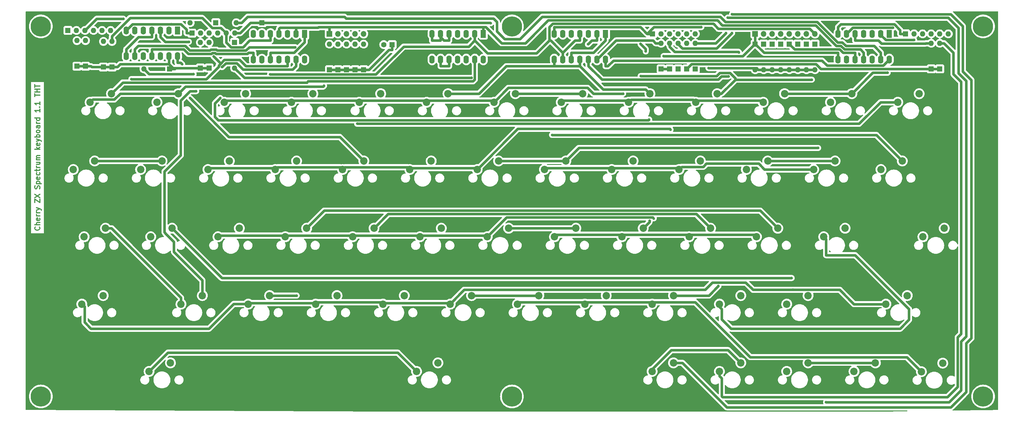
<source format=gtl>
G04 #@! TF.GenerationSoftware,KiCad,Pcbnew,(6.0.10)*
G04 #@! TF.CreationDate,2023-02-24T13:00:26+01:00*
G04 #@! TF.ProjectId,CherryZXKeyboard,43686572-7279-45a5-984b-6579626f6172,rev?*
G04 #@! TF.SameCoordinates,Original*
G04 #@! TF.FileFunction,Copper,L1,Top*
G04 #@! TF.FilePolarity,Positive*
%FSLAX46Y46*%
G04 Gerber Fmt 4.6, Leading zero omitted, Abs format (unit mm)*
G04 Created by KiCad (PCBNEW (6.0.10)) date 2023-02-24 13:00:26*
%MOMM*%
%LPD*%
G01*
G04 APERTURE LIST*
%ADD10C,0.300000*%
G04 #@! TA.AperFunction,NonConductor*
%ADD11C,0.300000*%
G04 #@! TD*
G04 #@! TA.AperFunction,ComponentPad*
%ADD12R,1.600000X1.600000*%
G04 #@! TD*
G04 #@! TA.AperFunction,ComponentPad*
%ADD13C,1.600000*%
G04 #@! TD*
G04 #@! TA.AperFunction,ComponentPad*
%ADD14R,1.700000X1.700000*%
G04 #@! TD*
G04 #@! TA.AperFunction,ComponentPad*
%ADD15O,1.700000X1.700000*%
G04 #@! TD*
G04 #@! TA.AperFunction,ComponentPad*
%ADD16O,1.600000X1.600000*%
G04 #@! TD*
G04 #@! TA.AperFunction,ComponentPad*
%ADD17C,2.200000*%
G04 #@! TD*
G04 #@! TA.AperFunction,ComponentPad*
%ADD18R,1.600000X2.400000*%
G04 #@! TD*
G04 #@! TA.AperFunction,ComponentPad*
%ADD19O,1.600000X2.400000*%
G04 #@! TD*
G04 #@! TA.AperFunction,ViaPad*
%ADD20C,6.000000*%
G04 #@! TD*
G04 #@! TA.AperFunction,ViaPad*
%ADD21C,0.800000*%
G04 #@! TD*
G04 #@! TA.AperFunction,Conductor*
%ADD22C,0.800000*%
G04 #@! TD*
G04 APERTURE END LIST*
D10*
D11*
X54221714Y-133741142D02*
X54293142Y-133812571D01*
X54364571Y-134026857D01*
X54364571Y-134169714D01*
X54293142Y-134384000D01*
X54150285Y-134526857D01*
X54007428Y-134598285D01*
X53721714Y-134669714D01*
X53507428Y-134669714D01*
X53221714Y-134598285D01*
X53078857Y-134526857D01*
X52936000Y-134384000D01*
X52864571Y-134169714D01*
X52864571Y-134026857D01*
X52936000Y-133812571D01*
X53007428Y-133741142D01*
X54364571Y-133098285D02*
X52864571Y-133098285D01*
X54364571Y-132455428D02*
X53578857Y-132455428D01*
X53436000Y-132526857D01*
X53364571Y-132669714D01*
X53364571Y-132884000D01*
X53436000Y-133026857D01*
X53507428Y-133098285D01*
X54293142Y-131169714D02*
X54364571Y-131312571D01*
X54364571Y-131598285D01*
X54293142Y-131741142D01*
X54150285Y-131812571D01*
X53578857Y-131812571D01*
X53436000Y-131741142D01*
X53364571Y-131598285D01*
X53364571Y-131312571D01*
X53436000Y-131169714D01*
X53578857Y-131098285D01*
X53721714Y-131098285D01*
X53864571Y-131812571D01*
X54364571Y-130455428D02*
X53364571Y-130455428D01*
X53650285Y-130455428D02*
X53507428Y-130384000D01*
X53436000Y-130312571D01*
X53364571Y-130169714D01*
X53364571Y-130026857D01*
X54364571Y-129526857D02*
X53364571Y-129526857D01*
X53650285Y-129526857D02*
X53507428Y-129455428D01*
X53436000Y-129384000D01*
X53364571Y-129241142D01*
X53364571Y-129098285D01*
X53364571Y-128741142D02*
X54364571Y-128384000D01*
X53364571Y-128026857D02*
X54364571Y-128384000D01*
X54721714Y-128526857D01*
X54793142Y-128598285D01*
X54864571Y-128741142D01*
X52864571Y-126455428D02*
X52864571Y-125455428D01*
X54364571Y-126455428D01*
X54364571Y-125455428D01*
X52864571Y-125026857D02*
X54364571Y-124026857D01*
X52864571Y-124026857D02*
X54364571Y-125026857D01*
X54293142Y-122384000D02*
X54364571Y-122169714D01*
X54364571Y-121812571D01*
X54293142Y-121669714D01*
X54221714Y-121598285D01*
X54078857Y-121526857D01*
X53936000Y-121526857D01*
X53793142Y-121598285D01*
X53721714Y-121669714D01*
X53650285Y-121812571D01*
X53578857Y-122098285D01*
X53507428Y-122241142D01*
X53436000Y-122312571D01*
X53293142Y-122384000D01*
X53150285Y-122384000D01*
X53007428Y-122312571D01*
X52936000Y-122241142D01*
X52864571Y-122098285D01*
X52864571Y-121741142D01*
X52936000Y-121526857D01*
X53364571Y-120884000D02*
X54864571Y-120884000D01*
X53436000Y-120884000D02*
X53364571Y-120741142D01*
X53364571Y-120455428D01*
X53436000Y-120312571D01*
X53507428Y-120241142D01*
X53650285Y-120169714D01*
X54078857Y-120169714D01*
X54221714Y-120241142D01*
X54293142Y-120312571D01*
X54364571Y-120455428D01*
X54364571Y-120741142D01*
X54293142Y-120884000D01*
X54293142Y-118955428D02*
X54364571Y-119098285D01*
X54364571Y-119384000D01*
X54293142Y-119526857D01*
X54150285Y-119598285D01*
X53578857Y-119598285D01*
X53436000Y-119526857D01*
X53364571Y-119384000D01*
X53364571Y-119098285D01*
X53436000Y-118955428D01*
X53578857Y-118884000D01*
X53721714Y-118884000D01*
X53864571Y-119598285D01*
X54293142Y-117598285D02*
X54364571Y-117741142D01*
X54364571Y-118026857D01*
X54293142Y-118169714D01*
X54221714Y-118241142D01*
X54078857Y-118312571D01*
X53650285Y-118312571D01*
X53507428Y-118241142D01*
X53436000Y-118169714D01*
X53364571Y-118026857D01*
X53364571Y-117741142D01*
X53436000Y-117598285D01*
X53364571Y-117169714D02*
X53364571Y-116598285D01*
X52864571Y-116955428D02*
X54150285Y-116955428D01*
X54293142Y-116884000D01*
X54364571Y-116741142D01*
X54364571Y-116598285D01*
X54364571Y-116098285D02*
X53364571Y-116098285D01*
X53650285Y-116098285D02*
X53507428Y-116026857D01*
X53436000Y-115955428D01*
X53364571Y-115812571D01*
X53364571Y-115669714D01*
X53364571Y-114526857D02*
X54364571Y-114526857D01*
X53364571Y-115169714D02*
X54150285Y-115169714D01*
X54293142Y-115098285D01*
X54364571Y-114955428D01*
X54364571Y-114741142D01*
X54293142Y-114598285D01*
X54221714Y-114526857D01*
X54364571Y-113812571D02*
X53364571Y-113812571D01*
X53507428Y-113812571D02*
X53436000Y-113741142D01*
X53364571Y-113598285D01*
X53364571Y-113384000D01*
X53436000Y-113241142D01*
X53578857Y-113169714D01*
X54364571Y-113169714D01*
X53578857Y-113169714D02*
X53436000Y-113098285D01*
X53364571Y-112955428D01*
X53364571Y-112741142D01*
X53436000Y-112598285D01*
X53578857Y-112526857D01*
X54364571Y-112526857D01*
X54364571Y-110669714D02*
X52864571Y-110669714D01*
X53793142Y-110526857D02*
X54364571Y-110098285D01*
X53364571Y-110098285D02*
X53936000Y-110669714D01*
X54293142Y-108884000D02*
X54364571Y-109026857D01*
X54364571Y-109312571D01*
X54293142Y-109455428D01*
X54150285Y-109526857D01*
X53578857Y-109526857D01*
X53436000Y-109455428D01*
X53364571Y-109312571D01*
X53364571Y-109026857D01*
X53436000Y-108884000D01*
X53578857Y-108812571D01*
X53721714Y-108812571D01*
X53864571Y-109526857D01*
X53364571Y-108312571D02*
X54364571Y-107955428D01*
X53364571Y-107598285D02*
X54364571Y-107955428D01*
X54721714Y-108098285D01*
X54793142Y-108169714D01*
X54864571Y-108312571D01*
X54364571Y-107026857D02*
X52864571Y-107026857D01*
X53436000Y-107026857D02*
X53364571Y-106884000D01*
X53364571Y-106598285D01*
X53436000Y-106455428D01*
X53507428Y-106384000D01*
X53650285Y-106312571D01*
X54078857Y-106312571D01*
X54221714Y-106384000D01*
X54293142Y-106455428D01*
X54364571Y-106598285D01*
X54364571Y-106884000D01*
X54293142Y-107026857D01*
X54364571Y-105455428D02*
X54293142Y-105598285D01*
X54221714Y-105669714D01*
X54078857Y-105741142D01*
X53650285Y-105741142D01*
X53507428Y-105669714D01*
X53436000Y-105598285D01*
X53364571Y-105455428D01*
X53364571Y-105241142D01*
X53436000Y-105098285D01*
X53507428Y-105026857D01*
X53650285Y-104955428D01*
X54078857Y-104955428D01*
X54221714Y-105026857D01*
X54293142Y-105098285D01*
X54364571Y-105241142D01*
X54364571Y-105455428D01*
X54364571Y-103669714D02*
X53578857Y-103669714D01*
X53436000Y-103741142D01*
X53364571Y-103884000D01*
X53364571Y-104169714D01*
X53436000Y-104312571D01*
X54293142Y-103669714D02*
X54364571Y-103812571D01*
X54364571Y-104169714D01*
X54293142Y-104312571D01*
X54150285Y-104384000D01*
X54007428Y-104384000D01*
X53864571Y-104312571D01*
X53793142Y-104169714D01*
X53793142Y-103812571D01*
X53721714Y-103669714D01*
X54364571Y-102955428D02*
X53364571Y-102955428D01*
X53650285Y-102955428D02*
X53507428Y-102884000D01*
X53436000Y-102812571D01*
X53364571Y-102669714D01*
X53364571Y-102526857D01*
X54364571Y-101384000D02*
X52864571Y-101384000D01*
X54293142Y-101384000D02*
X54364571Y-101526857D01*
X54364571Y-101812571D01*
X54293142Y-101955428D01*
X54221714Y-102026857D01*
X54078857Y-102098285D01*
X53650285Y-102098285D01*
X53507428Y-102026857D01*
X53436000Y-101955428D01*
X53364571Y-101812571D01*
X53364571Y-101526857D01*
X53436000Y-101384000D01*
X54364571Y-98741142D02*
X54364571Y-99598285D01*
X54364571Y-99169714D02*
X52864571Y-99169714D01*
X53078857Y-99312571D01*
X53221714Y-99455428D01*
X53293142Y-99598285D01*
X54221714Y-98098285D02*
X54293142Y-98026857D01*
X54364571Y-98098285D01*
X54293142Y-98169714D01*
X54221714Y-98098285D01*
X54364571Y-98098285D01*
X54364571Y-96598285D02*
X54364571Y-97455428D01*
X54364571Y-97026857D02*
X52864571Y-97026857D01*
X53078857Y-97169714D01*
X53221714Y-97312571D01*
X53293142Y-97455428D01*
X52864571Y-95026857D02*
X52864571Y-94169714D01*
X54364571Y-94598285D02*
X52864571Y-94598285D01*
X54364571Y-93669714D02*
X52864571Y-93669714D01*
X53578857Y-93669714D02*
X53578857Y-92812571D01*
X54364571Y-92812571D02*
X52864571Y-92812571D01*
X52864571Y-92312571D02*
X52864571Y-91455428D01*
X54364571Y-91884000D02*
X52864571Y-91884000D01*
D12*
X159078000Y-79548000D03*
D13*
X156578000Y-79548000D03*
D14*
X266948000Y-76354000D03*
D15*
X269488000Y-76354000D03*
X272028000Y-76354000D03*
X274568000Y-76354000D03*
X277108000Y-76354000D03*
X279648000Y-76354000D03*
X282188000Y-76354000D03*
X284728000Y-76354000D03*
D12*
X62732000Y-75338000D03*
D16*
X65272000Y-75338000D03*
X67812000Y-75338000D03*
X70352000Y-75338000D03*
X72892000Y-75338000D03*
X75432000Y-75338000D03*
D12*
X311652000Y-76354000D03*
D16*
X314192000Y-76354000D03*
X316732000Y-76354000D03*
X319272000Y-76354000D03*
X321812000Y-76354000D03*
X324352000Y-76354000D03*
D12*
X99586000Y-76134000D03*
D16*
X102126000Y-76134000D03*
X104666000Y-76134000D03*
X107206000Y-76134000D03*
X109746000Y-76134000D03*
X112286000Y-76134000D03*
D17*
X115540000Y-94134000D03*
X109190000Y-96674000D03*
X110686000Y-114134000D03*
X104336000Y-116674000D03*
X73211000Y-154134000D03*
X66861000Y-156674000D03*
X135540000Y-94134000D03*
X129190000Y-96674000D03*
X133686000Y-134134000D03*
X127336000Y-136674000D03*
X122686000Y-154134000D03*
X116336000Y-156674000D03*
X155686000Y-94134000D03*
X149336000Y-96674000D03*
X153686000Y-134134000D03*
X147336000Y-136674000D03*
X142686000Y-154134000D03*
X136336000Y-156674000D03*
X175686000Y-94134000D03*
X169336000Y-96674000D03*
X170686000Y-114134000D03*
X164336000Y-116674000D03*
X173686000Y-134134000D03*
X167336000Y-136674000D03*
X162686000Y-154134000D03*
X156336000Y-156674000D03*
X195686000Y-94134000D03*
X189336000Y-96674000D03*
X190686000Y-114134000D03*
X184336000Y-116674000D03*
X182686000Y-154134000D03*
X176336000Y-156674000D03*
X215686000Y-94134000D03*
X209336000Y-96674000D03*
X210686000Y-114134000D03*
X204336000Y-116674000D03*
X213686000Y-134134000D03*
X207336000Y-136674000D03*
X202686000Y-154134000D03*
X196336000Y-156674000D03*
X235686000Y-94134000D03*
X229336000Y-96674000D03*
X230686000Y-114134000D03*
X224336000Y-116674000D03*
X233686000Y-134134000D03*
X227336000Y-136674000D03*
X222686000Y-154134000D03*
X216336000Y-156674000D03*
X255686000Y-94134000D03*
X249336000Y-96674000D03*
X250686000Y-114134000D03*
X244336000Y-116674000D03*
X253686000Y-134134000D03*
X247336000Y-136674000D03*
X242686000Y-154134000D03*
X236336000Y-156674000D03*
X295686000Y-94134000D03*
X289336000Y-96674000D03*
X273686000Y-134134000D03*
X267336000Y-136674000D03*
X322686000Y-174214000D03*
X316336000Y-176754000D03*
X270686000Y-114134000D03*
X264336000Y-116674000D03*
X290686000Y-114134000D03*
X284336000Y-116674000D03*
X172686000Y-174134000D03*
X166336000Y-176674000D03*
X312161000Y-154134000D03*
X305811000Y-156674000D03*
X293686000Y-134134000D03*
X287336000Y-136674000D03*
X310686000Y-114134000D03*
X304336000Y-116674000D03*
X262686000Y-154134000D03*
X256336000Y-156674000D03*
X102686000Y-154134000D03*
X96336000Y-156674000D03*
X242686000Y-174134000D03*
X236336000Y-176674000D03*
X262686000Y-174134000D03*
X256336000Y-176674000D03*
X90686000Y-114134000D03*
X84336000Y-116674000D03*
X70686000Y-114134000D03*
X64336000Y-116674000D03*
X73908000Y-134134000D03*
X67558000Y-136674000D03*
X95540000Y-94134000D03*
X89190000Y-96674000D03*
X282686000Y-174134000D03*
X276336000Y-176674000D03*
X282686000Y-154134000D03*
X276336000Y-156674000D03*
X302686000Y-174134000D03*
X296336000Y-176674000D03*
X93686000Y-134134000D03*
X87336000Y-136674000D03*
X315686000Y-94134000D03*
X309336000Y-96674000D03*
D18*
X222503000Y-76339000D03*
D19*
X219963000Y-76339000D03*
X217423000Y-76339000D03*
X214883000Y-76339000D03*
X212343000Y-76339000D03*
X209803000Y-76339000D03*
X207263000Y-76339000D03*
X207263000Y-83959000D03*
X209803000Y-83959000D03*
X212343000Y-83959000D03*
X214883000Y-83959000D03*
X217423000Y-83959000D03*
X219963000Y-83959000D03*
X222503000Y-83959000D03*
D18*
X133090000Y-76354000D03*
D19*
X130550000Y-76354000D03*
X128010000Y-76354000D03*
X125470000Y-76354000D03*
X122930000Y-76354000D03*
X120390000Y-76354000D03*
X117850000Y-76354000D03*
X117850000Y-83974000D03*
X120390000Y-83974000D03*
X122930000Y-83974000D03*
X125470000Y-83974000D03*
X128010000Y-83974000D03*
X130550000Y-83974000D03*
X133090000Y-83974000D03*
D18*
X306831000Y-76339000D03*
D19*
X304291000Y-76339000D03*
X301751000Y-76339000D03*
X299211000Y-76339000D03*
X296671000Y-76339000D03*
X294131000Y-76339000D03*
X291591000Y-76339000D03*
X291591000Y-83959000D03*
X294131000Y-83959000D03*
X296671000Y-83959000D03*
X299211000Y-83959000D03*
X301751000Y-83959000D03*
X304291000Y-83959000D03*
X306831000Y-83959000D03*
D18*
X186181000Y-76339000D03*
D19*
X183641000Y-76339000D03*
X181101000Y-76339000D03*
X178561000Y-76339000D03*
X176021000Y-76339000D03*
X173481000Y-76339000D03*
X170941000Y-76339000D03*
X170941000Y-83959000D03*
X173481000Y-83959000D03*
X176021000Y-83959000D03*
X178561000Y-83959000D03*
X181101000Y-83959000D03*
X183641000Y-83959000D03*
X186181000Y-83959000D03*
D14*
X140456000Y-76354000D03*
D15*
X142996000Y-76354000D03*
X145536000Y-76354000D03*
X148076000Y-76354000D03*
X150616000Y-76354000D03*
D17*
X193686000Y-134134000D03*
X187336000Y-136674000D03*
X275686000Y-94134000D03*
X269336000Y-96674000D03*
X113686000Y-134134000D03*
X107336000Y-136674000D03*
X75686000Y-94134000D03*
X69336000Y-96674000D03*
X323161000Y-134134000D03*
X316811000Y-136674000D03*
D12*
X236468000Y-76354000D03*
D16*
X239008000Y-76354000D03*
X241548000Y-76354000D03*
X244088000Y-76354000D03*
X246628000Y-76354000D03*
X249168000Y-76354000D03*
D17*
X93211000Y-174134000D03*
X86861000Y-176674000D03*
X130686000Y-114134000D03*
X124336000Y-116674000D03*
X150686000Y-114134000D03*
X144336000Y-116674000D03*
D18*
X95311000Y-75309000D03*
D19*
X92771000Y-75309000D03*
X90231000Y-75309000D03*
X87691000Y-75309000D03*
X85151000Y-75309000D03*
X82611000Y-75309000D03*
X80071000Y-75309000D03*
X80071000Y-82929000D03*
X82611000Y-82929000D03*
X85151000Y-82929000D03*
X87691000Y-82929000D03*
X90231000Y-82929000D03*
X92771000Y-82929000D03*
X95311000Y-82929000D03*
D12*
X75840000Y-86226000D03*
D16*
X75840000Y-78606000D03*
D12*
X269488000Y-79402000D03*
D16*
X269488000Y-87022000D03*
D12*
X73300000Y-86226000D03*
D16*
X73300000Y-78606000D03*
D12*
X266948000Y-79402000D03*
D16*
X266948000Y-87022000D03*
D12*
X112262000Y-78894000D03*
D16*
X112262000Y-86514000D03*
D12*
X92958000Y-86768000D03*
D16*
X85338000Y-86768000D03*
D12*
X102102000Y-86514000D03*
D16*
X102102000Y-78894000D03*
D12*
X279648000Y-79402000D03*
D16*
X279648000Y-87022000D03*
D12*
X277108000Y-79402000D03*
D16*
X277108000Y-87022000D03*
D12*
X140456000Y-87022000D03*
D16*
X140456000Y-79402000D03*
D12*
X65426000Y-85972000D03*
D16*
X65426000Y-78352000D03*
D12*
X321812000Y-86768000D03*
D16*
X321812000Y-79148000D03*
D12*
X120390000Y-73052000D03*
D16*
X112770000Y-73052000D03*
D12*
X246628000Y-86768000D03*
D16*
X246628000Y-79148000D03*
D12*
X272028000Y-79402000D03*
D16*
X272028000Y-87022000D03*
D12*
X274568000Y-79402000D03*
D16*
X274568000Y-87022000D03*
D12*
X106674000Y-73052000D03*
D16*
X99054000Y-73052000D03*
D12*
X67966000Y-85972000D03*
D16*
X67966000Y-78352000D03*
D12*
X319272000Y-86768000D03*
D16*
X319272000Y-79148000D03*
D12*
X244088000Y-86768000D03*
D16*
X244088000Y-79148000D03*
D12*
X104686000Y-86514000D03*
D16*
X104686000Y-78894000D03*
D12*
X148076000Y-87022000D03*
D16*
X148076000Y-79402000D03*
D12*
X249168000Y-86768000D03*
D16*
X249168000Y-79148000D03*
D12*
X284728000Y-79402000D03*
D16*
X284728000Y-87022000D03*
D12*
X150616000Y-87022000D03*
D16*
X150616000Y-79402000D03*
D12*
X239008000Y-86768000D03*
D16*
X239008000Y-79148000D03*
D12*
X142996000Y-87022000D03*
D16*
X142996000Y-79402000D03*
D12*
X241548000Y-86768000D03*
D16*
X241548000Y-79148000D03*
D12*
X145536000Y-87022000D03*
D16*
X145536000Y-79402000D03*
D12*
X282188000Y-79402000D03*
D16*
X282188000Y-87022000D03*
D20*
X54686000Y-74134000D03*
X54686000Y-184134000D03*
X334686000Y-184134000D03*
X194686000Y-184134000D03*
X334686000Y-74134000D03*
X194686000Y-74134000D03*
D21*
X138817300Y-91787500D03*
X96656300Y-85378800D03*
X253116100Y-86515700D03*
X93447900Y-73477100D03*
X250943800Y-74333600D03*
X235452000Y-101814100D03*
X107994900Y-95425400D03*
X79193700Y-71886500D03*
X277774500Y-148917200D03*
X217269600Y-79434900D03*
X285648700Y-110266200D03*
X235551700Y-131949600D03*
X130222200Y-80304000D03*
X232906200Y-79359100D03*
X98656900Y-78696600D03*
X232937000Y-88901600D03*
X98997000Y-95425400D03*
X256026000Y-151284000D03*
X234442100Y-81548300D03*
X283776400Y-89960600D03*
X306299800Y-87918500D03*
X130680700Y-154134000D03*
X314160300Y-78151500D03*
X188335000Y-73179000D03*
X239767300Y-82958800D03*
X227697000Y-94134000D03*
X241802000Y-104802000D03*
X236800300Y-131195500D03*
X278171500Y-152433400D03*
X122838100Y-88422100D03*
X182640900Y-89444200D03*
X206614300Y-106395500D03*
X288030000Y-185828000D03*
X258820000Y-71528000D03*
X258312000Y-76100000D03*
X260090000Y-70512000D03*
X260090000Y-76100000D03*
X100832000Y-93372000D03*
X100070000Y-88292000D03*
X262124100Y-81848200D03*
X259008300Y-88964100D03*
X307890100Y-74526500D03*
X108540700Y-86227500D03*
X148690800Y-103075300D03*
X106023800Y-83050700D03*
X81607900Y-89803500D03*
D22*
X96336000Y-154784000D02*
X96336000Y-156674000D01*
X70686000Y-114134000D02*
X90686000Y-114134000D01*
X257042000Y-161190000D02*
X259836000Y-163984000D01*
X78241200Y-94134000D02*
X95540000Y-94134000D01*
X286839500Y-84297300D02*
X288305700Y-85763500D01*
X69336000Y-96674000D02*
X70137600Y-95872400D01*
X142996000Y-87022000D02*
X145536000Y-87022000D01*
X76502800Y-95872400D02*
X78241200Y-94134000D01*
X96656300Y-85378800D02*
X96206500Y-84929000D01*
X145536000Y-87022000D02*
X148076000Y-87022000D01*
X242056000Y-170334000D02*
X258886000Y-170334000D01*
X150616000Y-87022000D02*
X152216000Y-87022000D01*
X224827400Y-84297300D02*
X286839500Y-84297300D01*
X310001000Y-163984000D02*
X312668000Y-161317000D01*
X236336000Y-176054000D02*
X242056000Y-170334000D01*
X75686000Y-134134000D02*
X96336000Y-154784000D01*
X288030000Y-137368000D02*
X287336000Y-136674000D01*
X142996000Y-87022000D02*
X140710000Y-87022000D01*
X73908000Y-134134000D02*
X75686000Y-134134000D01*
X222503000Y-85959000D02*
X223165700Y-85959000D01*
X288305700Y-85763500D02*
X305026500Y-85763500D01*
X259836000Y-163984000D02*
X310001000Y-163984000D01*
X158090000Y-81148000D02*
X159078000Y-81148000D01*
X296666000Y-142140000D02*
X288030000Y-142140000D01*
X138817300Y-91787500D02*
X138572600Y-92032200D01*
X148076000Y-87022000D02*
X150616000Y-87022000D01*
X256336000Y-156674000D02*
X256336000Y-157436000D01*
X96206500Y-84929000D02*
X95311000Y-84929000D01*
X258886000Y-170334000D02*
X262686000Y-174134000D01*
X152216000Y-87022000D02*
X158090000Y-81148000D01*
X312668000Y-158142000D02*
X296666000Y-142140000D01*
X222503000Y-83959000D02*
X222503000Y-85959000D01*
X97641800Y-92032200D02*
X95540000Y-94134000D01*
X312668000Y-161317000D02*
X312668000Y-158142000D01*
X236336000Y-176674000D02*
X236336000Y-176054000D01*
X288030000Y-142140000D02*
X288030000Y-137368000D01*
X95311000Y-82929000D02*
X95311000Y-84929000D01*
X256336000Y-157436000D02*
X257042000Y-158142000D01*
X159078000Y-79548000D02*
X159078000Y-81148000D01*
X138572600Y-92032200D02*
X97641800Y-92032200D01*
X305026500Y-85763500D02*
X306831000Y-83959000D01*
X257042000Y-158142000D02*
X257042000Y-161190000D01*
X70137600Y-95872400D02*
X76502800Y-95872400D01*
X223165700Y-85959000D02*
X224827400Y-84297300D01*
X96329100Y-73477100D02*
X97986000Y-75134000D01*
X308305800Y-73507800D02*
X310052000Y-75254000D01*
X310052000Y-75254000D02*
X310052000Y-76354000D01*
X176021000Y-85959000D02*
X173481000Y-85959000D01*
X236888400Y-74333600D02*
X234868000Y-76354000D01*
X274568000Y-87022000D02*
X272028000Y-87022000D01*
X97986000Y-75134000D02*
X97986000Y-76134000D01*
X236468000Y-76354000D02*
X234868000Y-76354000D01*
X267888000Y-87022000D02*
X267381700Y-86515700D01*
X291591000Y-74339000D02*
X292422200Y-73507800D01*
X292422200Y-73507800D02*
X308305800Y-73507800D01*
X81902900Y-73477100D02*
X93447900Y-73477100D01*
X170941000Y-78339000D02*
X173481000Y-78339000D01*
X250943800Y-74333600D02*
X236888400Y-74333600D01*
X284728000Y-87022000D02*
X282188000Y-87022000D01*
X170941000Y-76339000D02*
X170941000Y-78339000D01*
X173481000Y-77339000D02*
X173481000Y-78339000D01*
X269488000Y-87022000D02*
X267888000Y-87022000D01*
X176021000Y-83959000D02*
X176021000Y-85959000D01*
X311652000Y-76354000D02*
X310052000Y-76354000D01*
X173481000Y-76339000D02*
X173481000Y-77339000D01*
X232853000Y-74339000D02*
X207263000Y-74339000D01*
X93447900Y-73477100D02*
X96329100Y-73477100D01*
X282188000Y-87022000D02*
X279648000Y-87022000D01*
X277108000Y-87022000D02*
X279648000Y-87022000D01*
X274568000Y-87022000D02*
X277108000Y-87022000D01*
X99586000Y-76134000D02*
X97986000Y-76134000D01*
X173481000Y-83959000D02*
X173481000Y-85959000D01*
X174481000Y-78339000D02*
X176021000Y-78339000D01*
X80071000Y-75309000D02*
X81902900Y-73477100D01*
X272028000Y-87022000D02*
X269488000Y-87022000D01*
X176021000Y-76339000D02*
X176021000Y-78339000D01*
X291591000Y-76339000D02*
X291591000Y-74339000D01*
X234868000Y-76354000D02*
X232853000Y-74339000D01*
X267381700Y-86515700D02*
X253116100Y-86515700D01*
X207263000Y-76339000D02*
X207263000Y-74339000D01*
X173481000Y-77339000D02*
X174481000Y-78339000D01*
X286481300Y-86768000D02*
X319272000Y-86768000D01*
X246628000Y-86768000D02*
X248065000Y-85331000D01*
X77440000Y-86226000D02*
X78303200Y-85362800D01*
X241548000Y-86768000D02*
X239008000Y-86768000D01*
X94558000Y-86649600D02*
X94411000Y-86502600D01*
X65426000Y-85972000D02*
X67966000Y-85972000D01*
X106420100Y-97000200D02*
X107994900Y-95425400D01*
X75840000Y-86226000D02*
X77440000Y-86226000D01*
X73300000Y-86226000D02*
X69820000Y-86226000D01*
X319272000Y-86768000D02*
X321812000Y-86768000D01*
X107436000Y-102008000D02*
X106420100Y-100992100D01*
X94558000Y-86649600D02*
X94558000Y-86768000D01*
X93910800Y-86502600D02*
X92771000Y-85362800D01*
X106420100Y-100992100D02*
X106420100Y-97000200D01*
X67966000Y-85972000D02*
X69566000Y-85972000D01*
X285044300Y-85331000D02*
X286481300Y-86768000D01*
X73300000Y-86226000D02*
X75840000Y-86226000D01*
X92958000Y-86768000D02*
X94558000Y-86768000D01*
X69820000Y-86226000D02*
X69566000Y-85972000D01*
X78303200Y-85362800D02*
X92771000Y-85362800D01*
X235258100Y-102008000D02*
X107436000Y-102008000D01*
X94693600Y-86514000D02*
X94558000Y-86649600D01*
X102102000Y-86514000D02*
X94693600Y-86514000D01*
X92771000Y-85362800D02*
X92771000Y-82929000D01*
X235452000Y-101814100D02*
X235258100Y-102008000D01*
X248065000Y-85331000D02*
X285044300Y-85331000D01*
X104686000Y-86514000D02*
X102102000Y-86514000D01*
X94411000Y-86502600D02*
X93910800Y-86502600D01*
X111178500Y-80304000D02*
X114728200Y-80304000D01*
X116678200Y-78354000D02*
X122930000Y-78354000D01*
X109746000Y-76134000D02*
X109746000Y-78871500D01*
X105600000Y-74593000D02*
X108205000Y-74593000D01*
X102631700Y-71624700D02*
X105600000Y-74593000D01*
X122930000Y-76354000D02*
X122930000Y-78354000D01*
X109746000Y-78871500D02*
X111178500Y-80304000D01*
X108205000Y-74593000D02*
X109746000Y-76134000D01*
X81221300Y-71624700D02*
X102631700Y-71624700D01*
X75840000Y-77006000D02*
X81221300Y-71624700D01*
X75840000Y-78606000D02*
X75840000Y-77006000D01*
X114728200Y-80304000D02*
X116678200Y-78354000D01*
X71263500Y-71886500D02*
X79193700Y-71886500D01*
X67812000Y-75338000D02*
X71263500Y-71886500D01*
X284951700Y-73814000D02*
X291018100Y-79880400D01*
X298210900Y-80958900D02*
X299211000Y-81959000D01*
X290686000Y-114134000D02*
X270686000Y-114134000D01*
X186891000Y-74339000D02*
X191686000Y-79134000D01*
X125754300Y-74545700D02*
X125470000Y-74830000D01*
X186181000Y-74339000D02*
X140439000Y-74339000D01*
X140439000Y-74339000D02*
X137204400Y-74339000D01*
X186181000Y-76339000D02*
X186181000Y-74339000D01*
X130550000Y-74576000D02*
X130580300Y-74545700D01*
X292432500Y-79880400D02*
X293511000Y-80958900D01*
X291018100Y-79880400D02*
X292432500Y-79880400D01*
X130550000Y-76354000D02*
X130550000Y-74576000D01*
X130580300Y-74545700D02*
X125754300Y-74545700D01*
X299211000Y-81959000D02*
X299211000Y-83959000D01*
X198686000Y-79134000D02*
X205486800Y-72333200D01*
X125470000Y-74830000D02*
X125470000Y-76354000D01*
X293511000Y-80958900D02*
X298210900Y-80958900D01*
X257209600Y-73814000D02*
X284951700Y-73814000D01*
X186181000Y-74339000D02*
X186891000Y-74339000D01*
X140456000Y-74356000D02*
X140439000Y-74339000D01*
X136997700Y-74545700D02*
X130580300Y-74545700D01*
X205486800Y-72333200D02*
X255728800Y-72333200D01*
X137204400Y-74339000D02*
X136997700Y-74545700D01*
X191686000Y-79134000D02*
X198686000Y-79134000D01*
X255728800Y-72333200D02*
X257209600Y-73814000D01*
X140456000Y-76354000D02*
X140456000Y-74356000D01*
X108469200Y-148917200D02*
X93686000Y-134134000D01*
X277774500Y-148917200D02*
X108469200Y-148917200D01*
X302686000Y-174134000D02*
X282686000Y-174134000D01*
X217269600Y-79434900D02*
X218365500Y-78339000D01*
X210686000Y-114134000D02*
X190686000Y-114134000D01*
X202686000Y-154134000D02*
X182686000Y-154134000D01*
X285648700Y-110266200D02*
X214553800Y-110266200D01*
X215686000Y-94134000D02*
X195686000Y-94134000D01*
X193686000Y-134134000D02*
X213686000Y-134134000D01*
X219963000Y-76339000D02*
X219963000Y-78339000D01*
X214553800Y-110266200D02*
X210686000Y-114134000D01*
X218365500Y-78339000D02*
X219963000Y-78339000D01*
X214883000Y-83959000D02*
X214883000Y-85609000D01*
X130222200Y-80304000D02*
X116642800Y-80304000D01*
X207263000Y-85959000D02*
X214883000Y-85959000D01*
X234416000Y-92864000D02*
X235686000Y-94134000D01*
X105195300Y-81050500D02*
X104941700Y-81304100D01*
X214883000Y-85959000D02*
X221788000Y-92864000D01*
X184841100Y-94134000D02*
X193016100Y-85959000D01*
X214883000Y-85609000D02*
X214883000Y-85759200D01*
X175686000Y-94134000D02*
X184841100Y-94134000D01*
X214883000Y-85759200D02*
X214883000Y-85959000D01*
X107106000Y-81304100D02*
X106852400Y-81050500D01*
X97541900Y-79895300D02*
X83644700Y-79895300D01*
X98950700Y-81304100D02*
X97541900Y-79895300D01*
X193016100Y-85959000D02*
X207263000Y-85959000D01*
X235551700Y-132268300D02*
X235551700Y-131949600D01*
X221788000Y-92864000D02*
X234416000Y-92864000D01*
X207263000Y-83959000D02*
X207263000Y-85959000D01*
X106852400Y-81050500D02*
X105195300Y-81050500D01*
X233686000Y-134134000D02*
X235551700Y-132268300D01*
X82611000Y-82929000D02*
X82611000Y-80929000D01*
X104941700Y-81304100D02*
X98950700Y-81304100D01*
X83644700Y-79895300D02*
X82611000Y-80929000D01*
X115642700Y-81304100D02*
X107106000Y-81304100D01*
X116642800Y-80304000D02*
X115642700Y-81304100D01*
X261040600Y-89960600D02*
X261040600Y-89555600D01*
X98656900Y-78696600D02*
X91618600Y-78696600D01*
X256867200Y-94134000D02*
X261040600Y-89960600D01*
X150686000Y-114134000D02*
X143549500Y-106997500D01*
X157907400Y-129912600D02*
X249464600Y-129912600D01*
X234442100Y-81548300D02*
X234442100Y-80895000D01*
X90231000Y-75309000D02*
X90231000Y-77309000D01*
X253176000Y-154134000D02*
X256026000Y-151284000D01*
X242686000Y-154134000D02*
X253176000Y-154134000D01*
X259449000Y-87964000D02*
X256396100Y-87964000D01*
X153686000Y-134134000D02*
X157907400Y-129912600D01*
X255458500Y-88901600D02*
X232937000Y-88901600D01*
X283776400Y-89960600D02*
X261040600Y-89960600D01*
X234442100Y-80895000D02*
X232906200Y-79359100D01*
X255686000Y-94134000D02*
X256867200Y-94134000D01*
X143549500Y-106997500D02*
X110569100Y-106997500D01*
X91618600Y-78696600D02*
X90231000Y-77309000D01*
X110569100Y-106997500D02*
X98997000Y-95425400D01*
X261040600Y-89555600D02*
X259449000Y-87964000D01*
X249464600Y-129912600D02*
X253686000Y-134134000D01*
X256396100Y-87964000D02*
X255458500Y-88901600D01*
X106691700Y-82304200D02*
X106438100Y-82050600D01*
X87691000Y-82929000D02*
X87691000Y-80929000D01*
X275686000Y-94134000D02*
X295686000Y-94134000D01*
X116057000Y-82304200D02*
X106691700Y-82304200D01*
X133686000Y-134134000D02*
X138930100Y-128889900D01*
X305743300Y-78151500D02*
X304291000Y-76699200D01*
X122686000Y-154134000D02*
X130680700Y-154134000D01*
X295686000Y-94134000D02*
X301901500Y-87918500D01*
X268441900Y-128889900D02*
X273686000Y-134134000D01*
X116387200Y-81974000D02*
X116057000Y-82304200D01*
X304291000Y-76699200D02*
X304291000Y-76339000D01*
X98517600Y-82304200D02*
X97142400Y-80929000D01*
X117850000Y-81974000D02*
X116387200Y-81974000D01*
X105609600Y-82050600D02*
X105356000Y-82304200D01*
X105356000Y-82304200D02*
X98517600Y-82304200D01*
X117850000Y-83974000D02*
X117850000Y-81974000D01*
X314160300Y-78151500D02*
X305743300Y-78151500D01*
X301901500Y-87918500D02*
X306299800Y-87918500D01*
X106438100Y-82050600D02*
X105609600Y-82050600D01*
X97142400Y-80929000D02*
X87691000Y-80929000D01*
X138930100Y-128889900D02*
X268441900Y-128889900D01*
X112286000Y-76134000D02*
X113886000Y-76134000D01*
X120390000Y-73052000D02*
X118790000Y-73052000D01*
X116968000Y-73052000D02*
X113886000Y-76134000D01*
X188208000Y-73052000D02*
X120390000Y-73052000D01*
X188335000Y-73179000D02*
X188208000Y-73052000D01*
X118790000Y-73052000D02*
X116968000Y-73052000D01*
X304291000Y-83959000D02*
X304291000Y-81959000D01*
X190240000Y-72798000D02*
X189224000Y-71782000D01*
X258109100Y-72798000D02*
X256585100Y-71274000D01*
X114370000Y-73052000D02*
X112770000Y-73052000D01*
X190240000Y-75592000D02*
X190240000Y-72798000D01*
X285350200Y-72798000D02*
X258109100Y-72798000D01*
X116148000Y-71274000D02*
X114370000Y-73052000D01*
X144876200Y-71274000D02*
X116148000Y-71274000D01*
X302290800Y-79958800D02*
X293925300Y-79958800D01*
X197098000Y-77878000D02*
X192526000Y-77878000D01*
X304291000Y-81959000D02*
X302290800Y-79958800D01*
X203702000Y-71274000D02*
X197098000Y-77878000D01*
X291432500Y-78880300D02*
X285350200Y-72798000D01*
X292846800Y-78880300D02*
X291432500Y-78880300D01*
X145384200Y-71782000D02*
X144876200Y-71274000D01*
X256585100Y-71274000D02*
X203702000Y-71274000D01*
X192526000Y-77878000D02*
X190240000Y-75592000D01*
X189224000Y-71782000D02*
X145384200Y-71782000D01*
X293925300Y-79958800D02*
X292846800Y-78880300D01*
X169336000Y-96674000D02*
X169844000Y-96166000D01*
X269596400Y-81959000D02*
X266948000Y-79310600D01*
X193615900Y-92394100D02*
X189336000Y-96674000D01*
X128682000Y-96166000D02*
X129190000Y-96674000D01*
X227697000Y-94134000D02*
X218868300Y-94134000D01*
X87691000Y-77309000D02*
X83691000Y-77309000D01*
X188828000Y-96166000D02*
X189336000Y-96674000D01*
X217128400Y-92394100D02*
X193615900Y-92394100D01*
X169336000Y-96674000D02*
X168828000Y-96166000D01*
X239767300Y-82958800D02*
X263299800Y-82958800D01*
X87691000Y-75309000D02*
X87691000Y-77309000D01*
X109190000Y-96674000D02*
X109698000Y-96166000D01*
X80071000Y-82929000D02*
X80071000Y-80929000D01*
X263299800Y-82958800D02*
X266948000Y-79310600D01*
X168828000Y-96166000D02*
X149844000Y-96166000D01*
X149336000Y-96674000D02*
X148828000Y-96166000D01*
X148828000Y-96166000D02*
X129698000Y-96166000D01*
X109698000Y-96166000D02*
X128682000Y-96166000D01*
X129698000Y-96166000D02*
X129190000Y-96674000D01*
X218868300Y-94134000D02*
X217128400Y-92394100D01*
X266948000Y-79310600D02*
X266948000Y-76354000D01*
X149844000Y-96166000D02*
X149336000Y-96674000D01*
X169844000Y-96166000D02*
X188828000Y-96166000D01*
X83691000Y-77309000D02*
X80071000Y-80929000D01*
X291591000Y-83959000D02*
X291591000Y-81959000D01*
X291591000Y-81959000D02*
X269596400Y-81959000D01*
X143640000Y-115978000D02*
X125032000Y-115978000D01*
X164336000Y-116674000D02*
X163640000Y-115978000D01*
X241802000Y-104802000D02*
X241584500Y-104584500D01*
X163640000Y-115978000D02*
X145032000Y-115978000D01*
X241584500Y-104584500D02*
X196425500Y-104584500D01*
X196425500Y-104584500D02*
X184336000Y-116674000D01*
X183894000Y-116232000D02*
X164778000Y-116232000D01*
X104778000Y-116232000D02*
X104336000Y-116674000D01*
X145032000Y-115978000D02*
X144336000Y-116674000D01*
X164778000Y-116232000D02*
X164336000Y-116674000D01*
X184336000Y-116674000D02*
X183894000Y-116232000D01*
X144336000Y-116674000D02*
X143640000Y-115978000D01*
X123894000Y-116232000D02*
X104778000Y-116232000D01*
X125032000Y-115978000D02*
X124336000Y-116674000D01*
X124336000Y-116674000D02*
X123894000Y-116232000D01*
X187336000Y-136674000D02*
X193097300Y-130912700D01*
X146960000Y-136298000D02*
X127712000Y-136298000D01*
X147336000Y-136674000D02*
X146960000Y-136298000D01*
X187336000Y-136674000D02*
X186960000Y-136298000D01*
X186960000Y-136298000D02*
X167712000Y-136298000D01*
X107712000Y-136298000D02*
X126960000Y-136298000D01*
X167712000Y-136298000D02*
X167336000Y-136674000D01*
X193097300Y-130912700D02*
X236517500Y-130912700D01*
X167336000Y-136674000D02*
X166960000Y-136298000D01*
X147712000Y-136298000D02*
X147336000Y-136674000D01*
X126960000Y-136298000D02*
X127336000Y-136674000D01*
X236517500Y-130912700D02*
X236800300Y-131195500D01*
X107336000Y-136674000D02*
X107712000Y-136298000D01*
X127712000Y-136298000D02*
X127336000Y-136674000D01*
X166960000Y-136298000D02*
X147712000Y-136298000D01*
X249336000Y-96674000D02*
X248574000Y-95912000D01*
X129966600Y-81974000D02*
X133090000Y-78850600D01*
X218883000Y-81959000D02*
X212343000Y-81959000D01*
X122930000Y-83974000D02*
X122930000Y-81974000D01*
X248574000Y-95912000D02*
X230098000Y-95912000D01*
X269336000Y-96674000D02*
X268828000Y-96166000D01*
X229336000Y-96674000D02*
X228828000Y-96166000D01*
X249844000Y-96166000D02*
X249336000Y-96674000D01*
X122930000Y-81974000D02*
X129966600Y-81974000D01*
X268828000Y-96166000D02*
X249844000Y-96166000D01*
X133090000Y-76354000D02*
X133090000Y-78354000D01*
X212343000Y-83959000D02*
X212343000Y-81959000D01*
X228828000Y-96166000D02*
X209844000Y-96166000D01*
X133090000Y-78850600D02*
X133090000Y-78354000D01*
X230098000Y-95912000D02*
X229336000Y-96674000D01*
X222503000Y-76339000D02*
X222503000Y-78339000D01*
X222503000Y-78339000D02*
X218883000Y-81959000D01*
X209844000Y-96166000D02*
X209336000Y-96674000D01*
X224778000Y-116232000D02*
X224336000Y-116674000D01*
X245137600Y-115872400D02*
X244336000Y-116674000D01*
X252443800Y-114931400D02*
X251502800Y-115872400D01*
X243894000Y-116232000D02*
X224778000Y-116232000D01*
X296671000Y-81959000D02*
X293096700Y-81959000D01*
X223894000Y-116232000D02*
X204778000Y-116232000D01*
X293096700Y-81959000D02*
X292096500Y-80958800D01*
X292096500Y-80958800D02*
X278664800Y-80958800D01*
X244336000Y-116674000D02*
X243894000Y-116232000D01*
X278664800Y-80958800D02*
X277108000Y-79402000D01*
X267986000Y-114931400D02*
X252443800Y-114931400D01*
X224336000Y-116674000D02*
X223894000Y-116232000D01*
X204778000Y-116232000D02*
X204336000Y-116674000D01*
X296671000Y-83959000D02*
X296671000Y-81959000D01*
X284336000Y-116674000D02*
X269728600Y-116674000D01*
X269728600Y-116674000D02*
X267986000Y-114931400D01*
X251502800Y-115872400D02*
X245137600Y-115872400D01*
X254248000Y-150268000D02*
X252082600Y-152433400D01*
X180492800Y-152433400D02*
X176336000Y-156590200D01*
X116336000Y-156674000D02*
X116280000Y-156618000D01*
X264154000Y-150268000D02*
X254248000Y-150268000D01*
X156646000Y-156364000D02*
X156336000Y-156674000D01*
X67685000Y-162079000D02*
X67685000Y-157421000D01*
X266319400Y-152433400D02*
X264154000Y-150268000D01*
X104642000Y-163984000D02*
X69590000Y-163984000D01*
X278171500Y-152433400D02*
X266319400Y-152433400D01*
X67685000Y-157421000D02*
X67065000Y-156801000D01*
X176336000Y-156590200D02*
X176109800Y-156364000D01*
X296336000Y-156674000D02*
X305811000Y-156674000D01*
X278171500Y-152433400D02*
X292095400Y-152433400D01*
X252082600Y-152433400D02*
X180492800Y-152433400D01*
X155772000Y-156110000D02*
X136900000Y-156110000D01*
X136026000Y-156364000D02*
X116646000Y-156364000D01*
X176336000Y-156590200D02*
X176336000Y-156674000D01*
X112008000Y-156618000D02*
X104642000Y-163984000D01*
X69590000Y-163984000D02*
X67685000Y-162079000D01*
X176109800Y-156364000D02*
X156646000Y-156364000D01*
X156336000Y-156674000D02*
X155772000Y-156110000D01*
X136900000Y-156110000D02*
X136336000Y-156674000D01*
X292095400Y-152433400D02*
X296336000Y-156674000D01*
X116280000Y-156618000D02*
X112008000Y-156618000D01*
X136336000Y-156674000D02*
X136026000Y-156364000D01*
X116646000Y-156364000D02*
X116336000Y-156674000D01*
X246706000Y-136044000D02*
X227966000Y-136044000D01*
X227966000Y-136044000D02*
X227336000Y-136674000D01*
X207966000Y-136044000D02*
X207336000Y-136674000D01*
X227336000Y-136674000D02*
X226706000Y-136044000D01*
X267336000Y-136674000D02*
X266706000Y-136044000D01*
X266706000Y-136044000D02*
X247966000Y-136044000D01*
X247336000Y-136674000D02*
X246706000Y-136044000D01*
X247966000Y-136044000D02*
X247336000Y-136674000D01*
X226706000Y-136044000D02*
X207966000Y-136044000D01*
X205810700Y-74350500D02*
X206827900Y-73333300D01*
X213423000Y-78339000D02*
X214883000Y-78339000D01*
X216900000Y-156110000D02*
X216336000Y-156674000D01*
X265465200Y-172433800D02*
X249141400Y-156110000D01*
X205810700Y-78339000D02*
X206183000Y-78339000D01*
X236900000Y-156110000D02*
X236336000Y-156674000D01*
X202015700Y-82134000D02*
X205810700Y-78339000D01*
X216336000Y-156674000D02*
X215772000Y-156110000D01*
X86861000Y-176674000D02*
X86872000Y-176674000D01*
X236336000Y-156674000D02*
X235772000Y-156110000D01*
X181831000Y-80149000D02*
X162488000Y-80149000D01*
X206827900Y-73333300D02*
X254529300Y-73333300D01*
X256026000Y-74830000D02*
X283204000Y-74830000D01*
X283204000Y-74830000D02*
X284728000Y-76354000D01*
X92450000Y-171096000D02*
X160758000Y-171096000D01*
X206183000Y-78339000D02*
X209803000Y-81959000D01*
X86872000Y-176674000D02*
X92450000Y-171096000D01*
X205810700Y-78339000D02*
X205810700Y-74350500D01*
X183641000Y-78339000D02*
X187436000Y-82134000D01*
X183641000Y-78339000D02*
X181831000Y-80149000D01*
X196900000Y-156110000D02*
X196336000Y-156674000D01*
X154214900Y-88422100D02*
X122838100Y-88422100D01*
X254529300Y-73333300D02*
X256026000Y-74830000D01*
X249141400Y-156110000D02*
X236900000Y-156110000D01*
X214883000Y-76339000D02*
X214883000Y-78339000D01*
X183641000Y-76339000D02*
X183641000Y-78339000D01*
X187436000Y-82134000D02*
X202015700Y-82134000D01*
X209803000Y-81959000D02*
X213423000Y-78339000D01*
X160758000Y-171096000D02*
X166336000Y-176674000D01*
X162488000Y-80149000D02*
X154214900Y-88422100D01*
X235772000Y-156110000D02*
X216900000Y-156110000D01*
X215772000Y-156110000D02*
X196900000Y-156110000D01*
X316336000Y-176754000D02*
X312015800Y-172433800D01*
X312015800Y-172433800D02*
X265465200Y-172433800D01*
X209803000Y-83959000D02*
X209803000Y-81959000D01*
X115192200Y-89444200D02*
X112262000Y-86514000D01*
X302947500Y-106395500D02*
X206614300Y-106395500D01*
X182640900Y-89444200D02*
X115192200Y-89444200D01*
X310686000Y-114134000D02*
X302947500Y-106395500D01*
X324352000Y-71528000D02*
X258820000Y-71528000D01*
X327400000Y-74576000D02*
X324352000Y-71528000D01*
X329686000Y-166270000D02*
X329686000Y-90324000D01*
X255264000Y-79148000D02*
X258312000Y-76100000D01*
X288030000Y-185828000D02*
X324606000Y-185828000D01*
X249168000Y-79148000D02*
X255264000Y-79148000D01*
X329686000Y-90324000D02*
X327400000Y-88038000D01*
X328162000Y-167794000D02*
X329686000Y-166270000D01*
X328162000Y-182272000D02*
X328162000Y-167794000D01*
X324606000Y-185828000D02*
X328162000Y-182272000D01*
X327400000Y-88038000D02*
X327400000Y-74576000D01*
X245348000Y-174134000D02*
X242686000Y-174134000D01*
X325114000Y-187352000D02*
X258566000Y-187352000D01*
X328670000Y-74068000D02*
X328670000Y-87530000D01*
X331210000Y-166778000D02*
X329686000Y-168302000D01*
X331210000Y-90070000D02*
X331210000Y-166778000D01*
X328670000Y-87530000D02*
X331210000Y-90070000D01*
X329686000Y-168302000D02*
X329686000Y-182780000D01*
X260090000Y-70512000D02*
X325114000Y-70512000D01*
X245358000Y-80672000D02*
X255518000Y-80672000D01*
X329686000Y-182780000D02*
X325114000Y-187352000D01*
X244088000Y-79402000D02*
X245358000Y-80672000D01*
X258566000Y-187352000D02*
X245348000Y-174134000D01*
X255518000Y-80672000D02*
X260090000Y-76100000D01*
X244088000Y-79148000D02*
X244088000Y-79402000D01*
X325114000Y-70512000D02*
X328670000Y-74068000D01*
X86862000Y-88292000D02*
X85338000Y-86768000D01*
X99054000Y-93372000D02*
X100832000Y-93372000D01*
X91688000Y-135536000D02*
X91434000Y-135282000D01*
X91688000Y-135663000D02*
X91688000Y-135536000D01*
X91434000Y-117248000D02*
X96260000Y-112422000D01*
X91434000Y-135282000D02*
X91434000Y-117248000D01*
X102686000Y-154134000D02*
X102686000Y-149582000D01*
X94228000Y-138203000D02*
X91688000Y-135663000D01*
X94228000Y-141124000D02*
X94228000Y-138203000D01*
X96260000Y-96166000D02*
X99054000Y-93372000D01*
X102686000Y-149582000D02*
X94228000Y-141124000D01*
X96260000Y-112422000D02*
X96260000Y-96166000D01*
X100070000Y-88292000D02*
X86862000Y-88292000D01*
X239008000Y-79148000D02*
X237408000Y-79148000D01*
X225592600Y-78329400D02*
X219963000Y-83959000D01*
X236589400Y-78329400D02*
X225592600Y-78329400D01*
X237408000Y-79148000D02*
X236589400Y-78329400D01*
X255970600Y-89955000D02*
X256961500Y-88964100D01*
X243072000Y-81688000D02*
X261963900Y-81688000D01*
X241548000Y-79148000D02*
X241548000Y-80164000D01*
X261963900Y-81688000D02*
X262124100Y-81848200D01*
X221419000Y-89955000D02*
X255970600Y-89955000D01*
X217423000Y-85959000D02*
X221419000Y-89955000D01*
X256961500Y-88964100D02*
X259008300Y-88964100D01*
X217423000Y-83959000D02*
X217423000Y-85959000D01*
X241548000Y-80164000D02*
X243072000Y-81688000D01*
X296671000Y-78339000D02*
X303591200Y-78339000D01*
X303591200Y-78339000D02*
X304478400Y-79226200D01*
X317593800Y-79226200D02*
X317672000Y-79148000D01*
X304478400Y-79226200D02*
X317593800Y-79226200D01*
X319272000Y-79148000D02*
X317672000Y-79148000D01*
X296671000Y-76339000D02*
X296671000Y-78339000D01*
X323082000Y-79148000D02*
X321812000Y-79148000D01*
X256336000Y-176674000D02*
X256336000Y-178010000D01*
X328162000Y-90578000D02*
X325876000Y-88292000D01*
X325876000Y-88292000D02*
X325876000Y-81942000D01*
X257042000Y-178716000D02*
X257042000Y-184050000D01*
X257296000Y-184304000D02*
X324098000Y-184304000D01*
X327146000Y-181256000D02*
X327146000Y-166524000D01*
X307890100Y-74526500D02*
X295943500Y-74526500D01*
X327146000Y-166524000D02*
X328162000Y-165508000D01*
X324098000Y-184304000D02*
X327146000Y-181256000D01*
X328162000Y-165508000D02*
X328162000Y-90578000D01*
X256336000Y-178010000D02*
X257042000Y-178716000D01*
X325876000Y-81942000D02*
X323082000Y-79148000D01*
X295943500Y-74526500D02*
X294131000Y-76339000D01*
X257042000Y-184050000D02*
X257296000Y-184304000D01*
X297834600Y-103075300D02*
X148690800Y-103075300D01*
X304235900Y-96674000D02*
X297834600Y-103075300D01*
X309336000Y-96674000D02*
X304235900Y-96674000D01*
X130550000Y-83974000D02*
X130550000Y-85974000D01*
X109681100Y-85087100D02*
X112899500Y-85087100D01*
X129542800Y-86981200D02*
X130550000Y-85974000D01*
X112899500Y-85087100D02*
X114793600Y-86981200D01*
X108540700Y-86227500D02*
X109681100Y-85087100D01*
X114793600Y-86981200D02*
X129542800Y-86981200D01*
X107540600Y-86132000D02*
X103869100Y-89803500D01*
X115657900Y-85974000D02*
X113770900Y-84087000D01*
X113770900Y-84087000D02*
X109192900Y-84087000D01*
X128010000Y-83974000D02*
X128010000Y-85974000D01*
X106023800Y-83050700D02*
X108126500Y-85153400D01*
X128010000Y-85974000D02*
X115657900Y-85974000D01*
X108126500Y-85153400D02*
X107540600Y-85739300D01*
X103869100Y-89803500D02*
X81607900Y-89803500D01*
X107540600Y-85739300D02*
X107540600Y-86132000D01*
X109192900Y-84087000D02*
X108126500Y-85153400D01*
X183079900Y-90448100D02*
X134087100Y-90448100D01*
X183641000Y-89887000D02*
X183079900Y-90448100D01*
X133731600Y-90803600D02*
X79016400Y-90803600D01*
X183641000Y-85959000D02*
X183641000Y-89887000D01*
X183641000Y-83959000D02*
X183641000Y-85959000D01*
X79016400Y-90803600D02*
X75686000Y-94134000D01*
X134087100Y-90448100D02*
X133731600Y-90803600D01*
G04 #@! TA.AperFunction,NonConductor*
G36*
X97742268Y-72553202D02*
G01*
X97788761Y-72606858D01*
X97798865Y-72677132D01*
X97795855Y-72691806D01*
X97760457Y-72823913D01*
X97740502Y-73052000D01*
X97760457Y-73280087D01*
X97761881Y-73285402D01*
X97761882Y-73285405D01*
X97764501Y-73295181D01*
X97762811Y-73366157D01*
X97723016Y-73424953D01*
X97657751Y-73452900D01*
X97587738Y-73441126D01*
X97553699Y-73416886D01*
X97029081Y-72892268D01*
X97016240Y-72877235D01*
X97011846Y-72871187D01*
X97011845Y-72871186D01*
X97007966Y-72865847D01*
X96957141Y-72820084D01*
X96952356Y-72815543D01*
X96937841Y-72801028D01*
X96930382Y-72794988D01*
X96921884Y-72788106D01*
X96916869Y-72783823D01*
X96886821Y-72756768D01*
X96882454Y-72752836D01*
X96845215Y-72692391D01*
X96846566Y-72621407D01*
X96886080Y-72562423D01*
X96951210Y-72534164D01*
X96966765Y-72533200D01*
X97674147Y-72533200D01*
X97742268Y-72553202D01*
G37*
G04 #@! TD.AperFunction*
G04 #@! TA.AperFunction,NonConductor*
G36*
X78530118Y-72815002D02*
G01*
X78576611Y-72868658D01*
X78586715Y-72938932D01*
X78557221Y-73003512D01*
X78551092Y-73010095D01*
X76795480Y-74765707D01*
X76733168Y-74799733D01*
X76662353Y-74794668D01*
X76605517Y-74752121D01*
X76592190Y-74729861D01*
X76571851Y-74686242D01*
X76571847Y-74686236D01*
X76569523Y-74681251D01*
X76474974Y-74546221D01*
X76441357Y-74498211D01*
X76441355Y-74498208D01*
X76438198Y-74493700D01*
X76276300Y-74331802D01*
X76271792Y-74328645D01*
X76271789Y-74328643D01*
X76176330Y-74261802D01*
X76088749Y-74200477D01*
X76083767Y-74198154D01*
X76083762Y-74198151D01*
X75886225Y-74106039D01*
X75886224Y-74106039D01*
X75881243Y-74103716D01*
X75875935Y-74102294D01*
X75875933Y-74102293D01*
X75665402Y-74045881D01*
X75665400Y-74045881D01*
X75660087Y-74044457D01*
X75432000Y-74024502D01*
X75203913Y-74044457D01*
X75198600Y-74045881D01*
X75198598Y-74045881D01*
X74988067Y-74102293D01*
X74988065Y-74102294D01*
X74982757Y-74103716D01*
X74977776Y-74106039D01*
X74977775Y-74106039D01*
X74780238Y-74198151D01*
X74780233Y-74198154D01*
X74775251Y-74200477D01*
X74687670Y-74261802D01*
X74592211Y-74328643D01*
X74592208Y-74328645D01*
X74587700Y-74331802D01*
X74425802Y-74493700D01*
X74422645Y-74498208D01*
X74422643Y-74498211D01*
X74389026Y-74546221D01*
X74294477Y-74681251D01*
X74292154Y-74686233D01*
X74292151Y-74686238D01*
X74276195Y-74720457D01*
X74229278Y-74773742D01*
X74161001Y-74793203D01*
X74093041Y-74772661D01*
X74047805Y-74720457D01*
X74031849Y-74686238D01*
X74031846Y-74686233D01*
X74029523Y-74681251D01*
X73934974Y-74546221D01*
X73901357Y-74498211D01*
X73901355Y-74498208D01*
X73898198Y-74493700D01*
X73736300Y-74331802D01*
X73731792Y-74328645D01*
X73731789Y-74328643D01*
X73636330Y-74261802D01*
X73548749Y-74200477D01*
X73543767Y-74198154D01*
X73543762Y-74198151D01*
X73346225Y-74106039D01*
X73346224Y-74106039D01*
X73341243Y-74103716D01*
X73335935Y-74102294D01*
X73335933Y-74102293D01*
X73125402Y-74045881D01*
X73125400Y-74045881D01*
X73120087Y-74044457D01*
X72892000Y-74024502D01*
X72663913Y-74044457D01*
X72658600Y-74045881D01*
X72658598Y-74045881D01*
X72448067Y-74102293D01*
X72448065Y-74102294D01*
X72442757Y-74103716D01*
X72437776Y-74106039D01*
X72437775Y-74106039D01*
X72240238Y-74198151D01*
X72240233Y-74198154D01*
X72235251Y-74200477D01*
X72147670Y-74261802D01*
X72052211Y-74328643D01*
X72052208Y-74328645D01*
X72047700Y-74331802D01*
X71885802Y-74493700D01*
X71882645Y-74498208D01*
X71882643Y-74498211D01*
X71849026Y-74546221D01*
X71754477Y-74681251D01*
X71752154Y-74686233D01*
X71752151Y-74686238D01*
X71736195Y-74720457D01*
X71689278Y-74773742D01*
X71621001Y-74793203D01*
X71553041Y-74772661D01*
X71507805Y-74720457D01*
X71491849Y-74686238D01*
X71491846Y-74686233D01*
X71489523Y-74681251D01*
X71394974Y-74546221D01*
X71361357Y-74498211D01*
X71361355Y-74498208D01*
X71358198Y-74493700D01*
X71196300Y-74331802D01*
X71191792Y-74328645D01*
X71191789Y-74328643D01*
X71096330Y-74261802D01*
X71008749Y-74200477D01*
X71003767Y-74198154D01*
X71003762Y-74198151D01*
X70806225Y-74106039D01*
X70806224Y-74106039D01*
X70801243Y-74103716D01*
X70740725Y-74087500D01*
X70641252Y-74060846D01*
X70580630Y-74023894D01*
X70549608Y-73960033D01*
X70558037Y-73889539D01*
X70584769Y-73850044D01*
X71602908Y-72831905D01*
X71665220Y-72797879D01*
X71692003Y-72795000D01*
X78461997Y-72795000D01*
X78530118Y-72815002D01*
G37*
G04 #@! TD.AperFunction*
G04 #@! TA.AperFunction,NonConductor*
G36*
X235459318Y-74261802D02*
G01*
X235505811Y-74315458D01*
X235515915Y-74385732D01*
X235486421Y-74450312D01*
X235480292Y-74456895D01*
X234957095Y-74980092D01*
X234894783Y-75014118D01*
X234823968Y-75009053D01*
X234778905Y-74980092D01*
X234255708Y-74456895D01*
X234221682Y-74394583D01*
X234226747Y-74323768D01*
X234269294Y-74266932D01*
X234335814Y-74242121D01*
X234344803Y-74241800D01*
X235391197Y-74241800D01*
X235459318Y-74261802D01*
G37*
G04 #@! TD.AperFunction*
G04 #@! TA.AperFunction,NonConductor*
G36*
X189283388Y-73641205D02*
G01*
X189324570Y-73699037D01*
X189331500Y-73740248D01*
X189331500Y-75190497D01*
X189311498Y-75258618D01*
X189257842Y-75305111D01*
X189187568Y-75315215D01*
X189122988Y-75285721D01*
X189116405Y-75279592D01*
X188138115Y-74301302D01*
X188104089Y-74238990D01*
X188109154Y-74168175D01*
X188151701Y-74111339D01*
X188218221Y-74086528D01*
X188236362Y-74086830D01*
X188239513Y-74087500D01*
X188307925Y-74087500D01*
X188314519Y-74087673D01*
X188376218Y-74090907D01*
X188376223Y-74090907D01*
X188382810Y-74091252D01*
X188396708Y-74089051D01*
X188416417Y-74087500D01*
X188430487Y-74087500D01*
X188497414Y-74073274D01*
X188503867Y-74072078D01*
X188571432Y-74061377D01*
X188584568Y-74056334D01*
X188603527Y-74050719D01*
X188610830Y-74049167D01*
X188610834Y-74049166D01*
X188617288Y-74047794D01*
X188679794Y-74019965D01*
X188685867Y-74017450D01*
X188743557Y-73995305D01*
X188743561Y-73995303D01*
X188749722Y-73992938D01*
X188761522Y-73985275D01*
X188778894Y-73975843D01*
X188785718Y-73972805D01*
X188785722Y-73972803D01*
X188791752Y-73970118D01*
X188841770Y-73933778D01*
X188847090Y-73929913D01*
X188852525Y-73926178D01*
X188904347Y-73892524D01*
X188904349Y-73892523D01*
X188909887Y-73888926D01*
X188919832Y-73878981D01*
X188934865Y-73866140D01*
X188940913Y-73861746D01*
X188940914Y-73861745D01*
X188946253Y-73857866D01*
X188992016Y-73807041D01*
X188996557Y-73802256D01*
X189044926Y-73753887D01*
X189051888Y-73743167D01*
X189052592Y-73742083D01*
X189064628Y-73726397D01*
X189069621Y-73720852D01*
X189069622Y-73720851D01*
X189074040Y-73715944D01*
X189077340Y-73710228D01*
X189077343Y-73710224D01*
X189096381Y-73677248D01*
X189147763Y-73628255D01*
X189217477Y-73614819D01*
X189283388Y-73641205D01*
G37*
G04 #@! TD.AperFunction*
G04 #@! TA.AperFunction,NonConductor*
G36*
X293869194Y-74436302D02*
G01*
X293915687Y-74489958D01*
X293925791Y-74560232D01*
X293896297Y-74624812D01*
X293833684Y-74664007D01*
X293687067Y-74703293D01*
X293687065Y-74703294D01*
X293681757Y-74704716D01*
X293676776Y-74707039D01*
X293676775Y-74707039D01*
X293479238Y-74799151D01*
X293479233Y-74799154D01*
X293474251Y-74801477D01*
X293405319Y-74849744D01*
X293291211Y-74929643D01*
X293291208Y-74929645D01*
X293286700Y-74932802D01*
X293124802Y-75094700D01*
X293121645Y-75099208D01*
X293121643Y-75099211D01*
X293073388Y-75168127D01*
X292993477Y-75282251D01*
X292991154Y-75287233D01*
X292991151Y-75287238D01*
X292975195Y-75321457D01*
X292928278Y-75374742D01*
X292860001Y-75394203D01*
X292792041Y-75373661D01*
X292746805Y-75321457D01*
X292730849Y-75287238D01*
X292730846Y-75287233D01*
X292728523Y-75282251D01*
X292648612Y-75168127D01*
X292600357Y-75099211D01*
X292600355Y-75099208D01*
X292597198Y-75094700D01*
X292536405Y-75033907D01*
X292502379Y-74971595D01*
X292499500Y-74944812D01*
X292499500Y-74767503D01*
X292519502Y-74699382D01*
X292536405Y-74678408D01*
X292761608Y-74453205D01*
X292823920Y-74419179D01*
X292850703Y-74416300D01*
X293801073Y-74416300D01*
X293869194Y-74436302D01*
G37*
G04 #@! TD.AperFunction*
G04 #@! TA.AperFunction,NonConductor*
G36*
X102271318Y-72553202D02*
G01*
X102292292Y-72570105D01*
X104381968Y-74659781D01*
X104415994Y-74722093D01*
X104410929Y-74792908D01*
X104368382Y-74849744D01*
X104325486Y-74870582D01*
X104277705Y-74883385D01*
X104222067Y-74898293D01*
X104222065Y-74898294D01*
X104216757Y-74899716D01*
X104211776Y-74902039D01*
X104211775Y-74902039D01*
X104014238Y-74994151D01*
X104014233Y-74994154D01*
X104009251Y-74996477D01*
X103917878Y-75060457D01*
X103826211Y-75124643D01*
X103826208Y-75124645D01*
X103821700Y-75127802D01*
X103659802Y-75289700D01*
X103656645Y-75294208D01*
X103656643Y-75294211D01*
X103635737Y-75324068D01*
X103528477Y-75477251D01*
X103526154Y-75482233D01*
X103526151Y-75482238D01*
X103510195Y-75516457D01*
X103463278Y-75569742D01*
X103395001Y-75589203D01*
X103327041Y-75568661D01*
X103281805Y-75516457D01*
X103265849Y-75482238D01*
X103265846Y-75482233D01*
X103263523Y-75477251D01*
X103156263Y-75324068D01*
X103135357Y-75294211D01*
X103135355Y-75294208D01*
X103132198Y-75289700D01*
X102970300Y-75127802D01*
X102965792Y-75124645D01*
X102965789Y-75124643D01*
X102874122Y-75060457D01*
X102782749Y-74996477D01*
X102777767Y-74994154D01*
X102777762Y-74994151D01*
X102580225Y-74902039D01*
X102580224Y-74902039D01*
X102575243Y-74899716D01*
X102569935Y-74898294D01*
X102569933Y-74898293D01*
X102359402Y-74841881D01*
X102359400Y-74841881D01*
X102354087Y-74840457D01*
X102126000Y-74820502D01*
X101897913Y-74840457D01*
X101892600Y-74841881D01*
X101892598Y-74841881D01*
X101682067Y-74898293D01*
X101682065Y-74898294D01*
X101676757Y-74899716D01*
X101671776Y-74902039D01*
X101671775Y-74902039D01*
X101474238Y-74994151D01*
X101474233Y-74994154D01*
X101469251Y-74996477D01*
X101377878Y-75060457D01*
X101286211Y-75124643D01*
X101286208Y-75124645D01*
X101281700Y-75127802D01*
X101119802Y-75289700D01*
X101116643Y-75294211D01*
X101113108Y-75298424D01*
X101111974Y-75297473D01*
X101061929Y-75337471D01*
X100991310Y-75344776D01*
X100927951Y-75312742D01*
X100891970Y-75251538D01*
X100888918Y-75234483D01*
X100887745Y-75223684D01*
X100836615Y-75087295D01*
X100749261Y-74970739D01*
X100632705Y-74883385D01*
X100496316Y-74832255D01*
X100434134Y-74825500D01*
X98929671Y-74825500D01*
X98861550Y-74805498D01*
X98823226Y-74760886D01*
X98820527Y-74762444D01*
X98808083Y-74740890D01*
X98786335Y-74703220D01*
X98783188Y-74697426D01*
X98781286Y-74693692D01*
X98771002Y-74673509D01*
X98755127Y-74642352D01*
X98755125Y-74642349D01*
X98752129Y-74636469D01*
X98743267Y-74625526D01*
X98732073Y-74609237D01*
X98725040Y-74597056D01*
X98720623Y-74592150D01*
X98720619Y-74592145D01*
X98679269Y-74546221D01*
X98675170Y-74541434D01*
X98675038Y-74541271D01*
X98647561Y-74475810D01*
X98659837Y-74405883D01*
X98707969Y-74353693D01*
X98776677Y-74335810D01*
X98805383Y-74340043D01*
X98820591Y-74344118D01*
X98820602Y-74344120D01*
X98825913Y-74345543D01*
X99054000Y-74365498D01*
X99282087Y-74345543D01*
X99287400Y-74344119D01*
X99287402Y-74344119D01*
X99497933Y-74287707D01*
X99497935Y-74287706D01*
X99503243Y-74286284D01*
X99508225Y-74283961D01*
X99705762Y-74191849D01*
X99705767Y-74191846D01*
X99710749Y-74189523D01*
X99852568Y-74090220D01*
X99893789Y-74061357D01*
X99893792Y-74061355D01*
X99898300Y-74058198D01*
X100060198Y-73896300D01*
X100065362Y-73888926D01*
X100122947Y-73806685D01*
X100191523Y-73708749D01*
X100193846Y-73703767D01*
X100193849Y-73703762D01*
X100285961Y-73506225D01*
X100285961Y-73506224D01*
X100288284Y-73501243D01*
X100304393Y-73441126D01*
X100346119Y-73285402D01*
X100346119Y-73285400D01*
X100347543Y-73280087D01*
X100367498Y-73052000D01*
X100347543Y-72823913D01*
X100312146Y-72691811D01*
X100313836Y-72620835D01*
X100353630Y-72562039D01*
X100418894Y-72534091D01*
X100433853Y-72533200D01*
X102203197Y-72533200D01*
X102271318Y-72553202D01*
G37*
G04 #@! TD.AperFunction*
G04 #@! TA.AperFunction,NonConductor*
G36*
X147027664Y-75267502D02*
G01*
X147074157Y-75321158D01*
X147084261Y-75391432D01*
X147050636Y-75460552D01*
X147016629Y-75496138D01*
X146909201Y-75653621D01*
X146854293Y-75698621D01*
X146783768Y-75706792D01*
X146720021Y-75675538D01*
X146699324Y-75651054D01*
X146618822Y-75526617D01*
X146618820Y-75526614D01*
X146616014Y-75522277D01*
X146612540Y-75518459D01*
X146612533Y-75518450D01*
X146557800Y-75458300D01*
X146526748Y-75394454D01*
X146535142Y-75323956D01*
X146580319Y-75269187D01*
X146650993Y-75247500D01*
X146959543Y-75247500D01*
X147027664Y-75267502D01*
G37*
G04 #@! TD.AperFunction*
G04 #@! TA.AperFunction,NonConductor*
G36*
X144487664Y-75267502D02*
G01*
X144534157Y-75321158D01*
X144544261Y-75391432D01*
X144510636Y-75460552D01*
X144476629Y-75496138D01*
X144369201Y-75653621D01*
X144314293Y-75698621D01*
X144243768Y-75706792D01*
X144180021Y-75675538D01*
X144159324Y-75651054D01*
X144078822Y-75526617D01*
X144078820Y-75526614D01*
X144076014Y-75522277D01*
X144072540Y-75518459D01*
X144072533Y-75518450D01*
X144017800Y-75458300D01*
X143986748Y-75394454D01*
X143995142Y-75323956D01*
X144040319Y-75269187D01*
X144110993Y-75247500D01*
X144419543Y-75247500D01*
X144487664Y-75267502D01*
G37*
G04 #@! TD.AperFunction*
G04 #@! TA.AperFunction,NonConductor*
G36*
X149567664Y-75267502D02*
G01*
X149614157Y-75321158D01*
X149624261Y-75391432D01*
X149590636Y-75460552D01*
X149556629Y-75496138D01*
X149449201Y-75653621D01*
X149394293Y-75698621D01*
X149323768Y-75706792D01*
X149260021Y-75675538D01*
X149239324Y-75651054D01*
X149158822Y-75526617D01*
X149158820Y-75526614D01*
X149156014Y-75522277D01*
X149152540Y-75518459D01*
X149152533Y-75518450D01*
X149097800Y-75458300D01*
X149066748Y-75394454D01*
X149075142Y-75323956D01*
X149120319Y-75269187D01*
X149190993Y-75247500D01*
X149499543Y-75247500D01*
X149567664Y-75267502D01*
G37*
G04 #@! TD.AperFunction*
G04 #@! TA.AperFunction,NonConductor*
G36*
X243113333Y-75262102D02*
G01*
X243159826Y-75315758D01*
X243169930Y-75386032D01*
X243140436Y-75450612D01*
X243134307Y-75457195D01*
X243081802Y-75509700D01*
X243078645Y-75514208D01*
X243078643Y-75514211D01*
X243035330Y-75576069D01*
X242950477Y-75697251D01*
X242948154Y-75702233D01*
X242948151Y-75702238D01*
X242932195Y-75736457D01*
X242885278Y-75789742D01*
X242817001Y-75809203D01*
X242749041Y-75788661D01*
X242703805Y-75736457D01*
X242687849Y-75702238D01*
X242687846Y-75702233D01*
X242685523Y-75697251D01*
X242600670Y-75576069D01*
X242557357Y-75514211D01*
X242557355Y-75514208D01*
X242554198Y-75509700D01*
X242501693Y-75457195D01*
X242467667Y-75394883D01*
X242472732Y-75324068D01*
X242515279Y-75267232D01*
X242581799Y-75242421D01*
X242590788Y-75242100D01*
X243045212Y-75242100D01*
X243113333Y-75262102D01*
G37*
G04 #@! TD.AperFunction*
G04 #@! TA.AperFunction,NonConductor*
G36*
X245653333Y-75262102D02*
G01*
X245699826Y-75315758D01*
X245709930Y-75386032D01*
X245680436Y-75450612D01*
X245674307Y-75457195D01*
X245621802Y-75509700D01*
X245618645Y-75514208D01*
X245618643Y-75514211D01*
X245575330Y-75576069D01*
X245490477Y-75697251D01*
X245488154Y-75702233D01*
X245488151Y-75702238D01*
X245472195Y-75736457D01*
X245425278Y-75789742D01*
X245357001Y-75809203D01*
X245289041Y-75788661D01*
X245243805Y-75736457D01*
X245227849Y-75702238D01*
X245227846Y-75702233D01*
X245225523Y-75697251D01*
X245140670Y-75576069D01*
X245097357Y-75514211D01*
X245097355Y-75514208D01*
X245094198Y-75509700D01*
X245041693Y-75457195D01*
X245007667Y-75394883D01*
X245012732Y-75324068D01*
X245055279Y-75267232D01*
X245121799Y-75242421D01*
X245130788Y-75242100D01*
X245585212Y-75242100D01*
X245653333Y-75262102D01*
G37*
G04 #@! TD.AperFunction*
G04 #@! TA.AperFunction,NonConductor*
G36*
X240573333Y-75262102D02*
G01*
X240619826Y-75315758D01*
X240629930Y-75386032D01*
X240600436Y-75450612D01*
X240594307Y-75457195D01*
X240541802Y-75509700D01*
X240538645Y-75514208D01*
X240538643Y-75514211D01*
X240495330Y-75576069D01*
X240410477Y-75697251D01*
X240408154Y-75702233D01*
X240408151Y-75702238D01*
X240392195Y-75736457D01*
X240345278Y-75789742D01*
X240277001Y-75809203D01*
X240209041Y-75788661D01*
X240163805Y-75736457D01*
X240147849Y-75702238D01*
X240147846Y-75702233D01*
X240145523Y-75697251D01*
X240060670Y-75576069D01*
X240017357Y-75514211D01*
X240017355Y-75514208D01*
X240014198Y-75509700D01*
X239961693Y-75457195D01*
X239927667Y-75394883D01*
X239932732Y-75324068D01*
X239975279Y-75267232D01*
X240041799Y-75242421D01*
X240050788Y-75242100D01*
X240505212Y-75242100D01*
X240573333Y-75262102D01*
G37*
G04 #@! TD.AperFunction*
G04 #@! TA.AperFunction,NonConductor*
G36*
X248193333Y-75262102D02*
G01*
X248239826Y-75315758D01*
X248249930Y-75386032D01*
X248220436Y-75450612D01*
X248214307Y-75457195D01*
X248161802Y-75509700D01*
X248158645Y-75514208D01*
X248158643Y-75514211D01*
X248115330Y-75576069D01*
X248030477Y-75697251D01*
X248028154Y-75702233D01*
X248028151Y-75702238D01*
X248012195Y-75736457D01*
X247965278Y-75789742D01*
X247897001Y-75809203D01*
X247829041Y-75788661D01*
X247783805Y-75736457D01*
X247767849Y-75702238D01*
X247767846Y-75702233D01*
X247765523Y-75697251D01*
X247680670Y-75576069D01*
X247637357Y-75514211D01*
X247637355Y-75514208D01*
X247634198Y-75509700D01*
X247581693Y-75457195D01*
X247547667Y-75394883D01*
X247552732Y-75324068D01*
X247595279Y-75267232D01*
X247661799Y-75242421D01*
X247670788Y-75242100D01*
X248125212Y-75242100D01*
X248193333Y-75262102D01*
G37*
G04 #@! TD.AperFunction*
G04 #@! TA.AperFunction,NonConductor*
G36*
X292059480Y-72456502D02*
G01*
X292105973Y-72510158D01*
X292116077Y-72580432D01*
X292086583Y-72645012D01*
X292049988Y-72672136D01*
X292050644Y-72673273D01*
X291995681Y-72705006D01*
X291991418Y-72707467D01*
X291985623Y-72710614D01*
X291924670Y-72741671D01*
X291919542Y-72745824D01*
X291919540Y-72745825D01*
X291913734Y-72750527D01*
X291897437Y-72761727D01*
X291890976Y-72765457D01*
X291890972Y-72765460D01*
X291885256Y-72768760D01*
X291880350Y-72773177D01*
X291880345Y-72773181D01*
X291834431Y-72814522D01*
X291829416Y-72818806D01*
X291827838Y-72820084D01*
X291813459Y-72831728D01*
X291798944Y-72846243D01*
X291794159Y-72850784D01*
X291743334Y-72896547D01*
X291739455Y-72901886D01*
X291739454Y-72901887D01*
X291735060Y-72907935D01*
X291722219Y-72922968D01*
X291006168Y-73639019D01*
X290991135Y-73651860D01*
X290979747Y-73660134D01*
X290961186Y-73680748D01*
X290933984Y-73710959D01*
X290929443Y-73715744D01*
X290914928Y-73730259D01*
X290911293Y-73734748D01*
X290902006Y-73746216D01*
X290897722Y-73751231D01*
X290856381Y-73797145D01*
X290856377Y-73797150D01*
X290851960Y-73802056D01*
X290848660Y-73807772D01*
X290848657Y-73807776D01*
X290844927Y-73814237D01*
X290833727Y-73830534D01*
X290829522Y-73835727D01*
X290824871Y-73841470D01*
X290800691Y-73888926D01*
X290793815Y-73902421D01*
X290790669Y-73908215D01*
X290756473Y-73967444D01*
X290754432Y-73973726D01*
X290754431Y-73973728D01*
X290752125Y-73980826D01*
X290744560Y-73999092D01*
X290738171Y-74011630D01*
X290736463Y-74018003D01*
X290736463Y-74018004D01*
X290720469Y-74077695D01*
X290718600Y-74084003D01*
X290697458Y-74149072D01*
X290696768Y-74155637D01*
X290696766Y-74155646D01*
X290695985Y-74163075D01*
X290692383Y-74182509D01*
X290691350Y-74186366D01*
X290688743Y-74196097D01*
X290688398Y-74202688D01*
X290688397Y-74202692D01*
X290685164Y-74264384D01*
X290684647Y-74270958D01*
X290683037Y-74286284D01*
X290682500Y-74291390D01*
X290682500Y-74311926D01*
X290682327Y-74318520D01*
X290679386Y-74374644D01*
X290678748Y-74386810D01*
X290680570Y-74398310D01*
X290680949Y-74400705D01*
X290682500Y-74420417D01*
X290682500Y-74944812D01*
X290662498Y-75012933D01*
X290645595Y-75033907D01*
X290584802Y-75094700D01*
X290581645Y-75099208D01*
X290581643Y-75099211D01*
X290533388Y-75168127D01*
X290453477Y-75282251D01*
X290451154Y-75287233D01*
X290451151Y-75287238D01*
X290360222Y-75482238D01*
X290356716Y-75489757D01*
X290355294Y-75495065D01*
X290355293Y-75495067D01*
X290298881Y-75705598D01*
X290297457Y-75710913D01*
X290292388Y-75768851D01*
X290283941Y-75865406D01*
X290282500Y-75881873D01*
X290282500Y-76141297D01*
X290262498Y-76209418D01*
X290208842Y-76255911D01*
X290138568Y-76266015D01*
X290073988Y-76236521D01*
X290067405Y-76230392D01*
X286488608Y-72651595D01*
X286454582Y-72589283D01*
X286459647Y-72518468D01*
X286502194Y-72461632D01*
X286568714Y-72436821D01*
X286577703Y-72436500D01*
X291991359Y-72436500D01*
X292059480Y-72456502D01*
G37*
G04 #@! TD.AperFunction*
G04 #@! TA.AperFunction,NonConductor*
G36*
X308646851Y-75153860D02*
G01*
X308698149Y-75184962D01*
X309106595Y-75593408D01*
X309140621Y-75655720D01*
X309143500Y-75682503D01*
X309143500Y-76449487D01*
X309152082Y-76489864D01*
X309154143Y-76502872D01*
X309158458Y-76543928D01*
X309160497Y-76550202D01*
X309160498Y-76550209D01*
X309171212Y-76583183D01*
X309174625Y-76595920D01*
X309180626Y-76624149D01*
X309183206Y-76636288D01*
X309199999Y-76674006D01*
X309204718Y-76686302D01*
X309217473Y-76725556D01*
X309234880Y-76755705D01*
X309238104Y-76761290D01*
X309244092Y-76773041D01*
X309255175Y-76797933D01*
X309260882Y-76810752D01*
X309264761Y-76816091D01*
X309264764Y-76816096D01*
X309285146Y-76844149D01*
X309292325Y-76855202D01*
X309312960Y-76890944D01*
X309317380Y-76895853D01*
X309317383Y-76895857D01*
X309340575Y-76921614D01*
X309348871Y-76931857D01*
X309373134Y-76965253D01*
X309378036Y-76969667D01*
X309378038Y-76969669D01*
X309403806Y-76992871D01*
X309413129Y-77002194D01*
X309425162Y-77015557D01*
X309438212Y-77030050D01*
X309440587Y-77032688D01*
X309471305Y-77096695D01*
X309462542Y-77167148D01*
X309417081Y-77221680D01*
X309346952Y-77243000D01*
X308265500Y-77243000D01*
X308197379Y-77222998D01*
X308150886Y-77169342D01*
X308139500Y-77117000D01*
X308139500Y-75492263D01*
X308159502Y-75424142D01*
X308213158Y-75377649D01*
X308226562Y-75372430D01*
X308261656Y-75361027D01*
X308297392Y-75340395D01*
X308309141Y-75334408D01*
X308340824Y-75320302D01*
X308340825Y-75320301D01*
X308346852Y-75317618D01*
X308352191Y-75313739D01*
X308352196Y-75313736D01*
X308380249Y-75293354D01*
X308391302Y-75286175D01*
X308427044Y-75265540D01*
X308431953Y-75261120D01*
X308431957Y-75261117D01*
X308457714Y-75237925D01*
X308467957Y-75229629D01*
X308501353Y-75205366D01*
X308506445Y-75199711D01*
X308515420Y-75189744D01*
X308575867Y-75152506D01*
X308646851Y-75153860D01*
G37*
G04 #@! TD.AperFunction*
G04 #@! TA.AperFunction,NonConductor*
G36*
X237988490Y-77181371D02*
G01*
X237995489Y-77190031D01*
X237998643Y-77193789D01*
X238001802Y-77198300D01*
X238163700Y-77360198D01*
X238168208Y-77363355D01*
X238168211Y-77363357D01*
X238195283Y-77382313D01*
X238351251Y-77491523D01*
X238356233Y-77493846D01*
X238356238Y-77493849D01*
X238553578Y-77585869D01*
X238558757Y-77588284D01*
X238564065Y-77589706D01*
X238564067Y-77589707D01*
X238623123Y-77605531D01*
X238710677Y-77628991D01*
X238711804Y-77629293D01*
X238772427Y-77666245D01*
X238803448Y-77730106D01*
X238795020Y-77800600D01*
X238749817Y-77855347D01*
X238711805Y-77872707D01*
X238678913Y-77881520D01*
X238564067Y-77912293D01*
X238564065Y-77912294D01*
X238558757Y-77913716D01*
X238553776Y-77916039D01*
X238553775Y-77916039D01*
X238356238Y-78008151D01*
X238356233Y-78008154D01*
X238351251Y-78010477D01*
X238263423Y-78071975D01*
X238168211Y-78138643D01*
X238168208Y-78138645D01*
X238163700Y-78141802D01*
X238102907Y-78202595D01*
X238040595Y-78236621D01*
X238013812Y-78239500D01*
X237836503Y-78239500D01*
X237768382Y-78219498D01*
X237747408Y-78202595D01*
X237387408Y-77842595D01*
X237353382Y-77780283D01*
X237358447Y-77709468D01*
X237400994Y-77652632D01*
X237432273Y-77635518D01*
X237506297Y-77607767D01*
X237514705Y-77604615D01*
X237631261Y-77517261D01*
X237718615Y-77400705D01*
X237769745Y-77264316D01*
X237770917Y-77253526D01*
X237771803Y-77251394D01*
X237772425Y-77248778D01*
X237772848Y-77248879D01*
X237798155Y-77187965D01*
X237856517Y-77147537D01*
X237927471Y-77145078D01*
X237988490Y-77181371D01*
G37*
G04 #@! TD.AperFunction*
G04 #@! TA.AperFunction,NonConductor*
G36*
X254168918Y-74261802D02*
G01*
X254189892Y-74278705D01*
X255326019Y-75414832D01*
X255338860Y-75429865D01*
X255347134Y-75441253D01*
X255358747Y-75451709D01*
X255397959Y-75487016D01*
X255402744Y-75491557D01*
X255417259Y-75506072D01*
X255433220Y-75518997D01*
X255438221Y-75523269D01*
X255484145Y-75564619D01*
X255484150Y-75564623D01*
X255489056Y-75569040D01*
X255501237Y-75576073D01*
X255517526Y-75587267D01*
X255528469Y-75596129D01*
X255534349Y-75599125D01*
X255534352Y-75599127D01*
X255589426Y-75627188D01*
X255595223Y-75630336D01*
X255639190Y-75655720D01*
X255654444Y-75664527D01*
X255660726Y-75666568D01*
X255660728Y-75666569D01*
X255667826Y-75668875D01*
X255686092Y-75676440D01*
X255698630Y-75682829D01*
X255705006Y-75684538D01*
X255705010Y-75684539D01*
X255764685Y-75700529D01*
X255771010Y-75702402D01*
X255836072Y-75723542D01*
X255842640Y-75724232D01*
X255842644Y-75724233D01*
X255850061Y-75725012D01*
X255869508Y-75728616D01*
X255883096Y-75732257D01*
X255889695Y-75732603D01*
X255889696Y-75732603D01*
X255951385Y-75735836D01*
X255957960Y-75736353D01*
X255972222Y-75737852D01*
X255978390Y-75738500D01*
X255998925Y-75738500D01*
X256005519Y-75738673D01*
X256067217Y-75741907D01*
X256067222Y-75741907D01*
X256073809Y-75742252D01*
X256087707Y-75740051D01*
X256107416Y-75738500D01*
X257084497Y-75738500D01*
X257152618Y-75758502D01*
X257199111Y-75812158D01*
X257209215Y-75882432D01*
X257179721Y-75947012D01*
X257173592Y-75953595D01*
X254924592Y-78202595D01*
X254862280Y-78236621D01*
X254835497Y-78239500D01*
X250162188Y-78239500D01*
X250094067Y-78219498D01*
X250073093Y-78202595D01*
X250012300Y-78141802D01*
X250007792Y-78138645D01*
X250007789Y-78138643D01*
X249912577Y-78071975D01*
X249824749Y-78010477D01*
X249819767Y-78008154D01*
X249819762Y-78008151D01*
X249622225Y-77916039D01*
X249622224Y-77916039D01*
X249617243Y-77913716D01*
X249611935Y-77912294D01*
X249611933Y-77912293D01*
X249497087Y-77881520D01*
X249464196Y-77872707D01*
X249403573Y-77835755D01*
X249372552Y-77771894D01*
X249380980Y-77701400D01*
X249426183Y-77646653D01*
X249464196Y-77629293D01*
X249465324Y-77628991D01*
X249552877Y-77605531D01*
X249611933Y-77589707D01*
X249611935Y-77589706D01*
X249617243Y-77588284D01*
X249622422Y-77585869D01*
X249819762Y-77493849D01*
X249819767Y-77493846D01*
X249824749Y-77491523D01*
X249980717Y-77382313D01*
X250007789Y-77363357D01*
X250007792Y-77363355D01*
X250012300Y-77360198D01*
X250174198Y-77198300D01*
X250181487Y-77187891D01*
X250265642Y-77067705D01*
X250305523Y-77010749D01*
X250307846Y-77005767D01*
X250307849Y-77005762D01*
X250399961Y-76808225D01*
X250399961Y-76808224D01*
X250402284Y-76803243D01*
X250404344Y-76795557D01*
X250460119Y-76587402D01*
X250460119Y-76587400D01*
X250461543Y-76582087D01*
X250481498Y-76354000D01*
X250461543Y-76125913D01*
X250450849Y-76086001D01*
X250403707Y-75910067D01*
X250403706Y-75910065D01*
X250402284Y-75904757D01*
X250398608Y-75896873D01*
X250307849Y-75702238D01*
X250307846Y-75702233D01*
X250305523Y-75697251D01*
X250220670Y-75576069D01*
X250177357Y-75514211D01*
X250177355Y-75514208D01*
X250174198Y-75509700D01*
X250121693Y-75457195D01*
X250087667Y-75394883D01*
X250092732Y-75324068D01*
X250135279Y-75267232D01*
X250201799Y-75242421D01*
X250210788Y-75242100D01*
X251039287Y-75242100D01*
X251079664Y-75233518D01*
X251092672Y-75231457D01*
X251113110Y-75229309D01*
X251127165Y-75227832D01*
X251127167Y-75227832D01*
X251133728Y-75227142D01*
X251140002Y-75225103D01*
X251140009Y-75225102D01*
X251172983Y-75214388D01*
X251185720Y-75210975D01*
X251219631Y-75203767D01*
X251219635Y-75203766D01*
X251226088Y-75202394D01*
X251263806Y-75185601D01*
X251276104Y-75180881D01*
X251309072Y-75170169D01*
X251309073Y-75170168D01*
X251315356Y-75168127D01*
X251351092Y-75147495D01*
X251362841Y-75141508D01*
X251394524Y-75127402D01*
X251394525Y-75127401D01*
X251400552Y-75124718D01*
X251405891Y-75120839D01*
X251405896Y-75120836D01*
X251433949Y-75100454D01*
X251445002Y-75093275D01*
X251480744Y-75072640D01*
X251485653Y-75068220D01*
X251485657Y-75068217D01*
X251511414Y-75045025D01*
X251521657Y-75036729D01*
X251555053Y-75012466D01*
X251562223Y-75004503D01*
X251582671Y-74981794D01*
X251591994Y-74972471D01*
X251617762Y-74949269D01*
X251617764Y-74949267D01*
X251622666Y-74944853D01*
X251646929Y-74911457D01*
X251655225Y-74901214D01*
X251678417Y-74875457D01*
X251678420Y-74875453D01*
X251682840Y-74870544D01*
X251703475Y-74834802D01*
X251710654Y-74823749D01*
X251731036Y-74795696D01*
X251731039Y-74795691D01*
X251734918Y-74790352D01*
X251751709Y-74752639D01*
X251757696Y-74740890D01*
X251759465Y-74737827D01*
X251778327Y-74705156D01*
X251791082Y-74665902D01*
X251795801Y-74653606D01*
X251812594Y-74615888D01*
X251820214Y-74580043D01*
X251821175Y-74575520D01*
X251824588Y-74562783D01*
X251835302Y-74529809D01*
X251835303Y-74529802D01*
X251837342Y-74523528D01*
X251838869Y-74509004D01*
X251840030Y-74497951D01*
X251841657Y-74482472D01*
X251843718Y-74469464D01*
X251852300Y-74429087D01*
X251852300Y-74387816D01*
X251852990Y-74374644D01*
X251855094Y-74354628D01*
X251882108Y-74288971D01*
X251940330Y-74248343D01*
X251980404Y-74241800D01*
X254100797Y-74241800D01*
X254168918Y-74261802D01*
G37*
G04 #@! TD.AperFunction*
G04 #@! TA.AperFunction,NonConductor*
G36*
X318070959Y-76919339D02*
G01*
X318116195Y-76971543D01*
X318132151Y-77005762D01*
X318132154Y-77005767D01*
X318134477Y-77010749D01*
X318174358Y-77067705D01*
X318258514Y-77187891D01*
X318265802Y-77198300D01*
X318427700Y-77360198D01*
X318432208Y-77363355D01*
X318432211Y-77363357D01*
X318459283Y-77382313D01*
X318615251Y-77491523D01*
X318620233Y-77493846D01*
X318620238Y-77493849D01*
X318817578Y-77585869D01*
X318822757Y-77588284D01*
X318828065Y-77589706D01*
X318828067Y-77589707D01*
X318887123Y-77605531D01*
X318974677Y-77628991D01*
X318975804Y-77629293D01*
X319036427Y-77666245D01*
X319067448Y-77730106D01*
X319059020Y-77800600D01*
X319013817Y-77855347D01*
X318975805Y-77872707D01*
X318942913Y-77881520D01*
X318828067Y-77912293D01*
X318828065Y-77912294D01*
X318822757Y-77913716D01*
X318817776Y-77916039D01*
X318817775Y-77916039D01*
X318620238Y-78008151D01*
X318620233Y-78008154D01*
X318615251Y-78010477D01*
X318527423Y-78071975D01*
X318432211Y-78138643D01*
X318432208Y-78138645D01*
X318427700Y-78141802D01*
X318366907Y-78202595D01*
X318304595Y-78236621D01*
X318277812Y-78239500D01*
X317753417Y-78239500D01*
X317733707Y-78237949D01*
X317726327Y-78236780D01*
X317726326Y-78236780D01*
X317719810Y-78235748D01*
X317713223Y-78236093D01*
X317713218Y-78236093D01*
X317651520Y-78239327D01*
X317644926Y-78239500D01*
X317624390Y-78239500D01*
X317621118Y-78239844D01*
X317621116Y-78239844D01*
X317603958Y-78241647D01*
X317597384Y-78242164D01*
X317535696Y-78245397D01*
X317535694Y-78245397D01*
X317529097Y-78245743D01*
X317515504Y-78249385D01*
X317496075Y-78252986D01*
X317482072Y-78254458D01*
X317475791Y-78256499D01*
X317475790Y-78256499D01*
X317458395Y-78262151D01*
X317417025Y-78275593D01*
X317410712Y-78277463D01*
X317390074Y-78282993D01*
X317351003Y-78293462D01*
X317351000Y-78293463D01*
X317344630Y-78295170D01*
X317332085Y-78301562D01*
X317313820Y-78309127D01*
X317310681Y-78310147D01*
X317306404Y-78311536D01*
X317267477Y-78317700D01*
X315196273Y-78317700D01*
X315128152Y-78297698D01*
X315081659Y-78244042D01*
X315070963Y-78178529D01*
X315073114Y-78158064D01*
X315073804Y-78151500D01*
X315069490Y-78110455D01*
X315068800Y-78097284D01*
X315068800Y-78056013D01*
X315060218Y-78015636D01*
X315058156Y-78002622D01*
X315057800Y-77999229D01*
X315055388Y-77976285D01*
X315054532Y-77968135D01*
X315054532Y-77968133D01*
X315053842Y-77961572D01*
X315051803Y-77955298D01*
X315051802Y-77955291D01*
X315041088Y-77922317D01*
X315037675Y-77909580D01*
X315030467Y-77875669D01*
X315030466Y-77875665D01*
X315029094Y-77869212D01*
X315012301Y-77831494D01*
X315007581Y-77819196D01*
X315006482Y-77815812D01*
X315000936Y-77798744D01*
X314996869Y-77786228D01*
X314996868Y-77786227D01*
X314994827Y-77779944D01*
X314974195Y-77744208D01*
X314968208Y-77732459D01*
X314967161Y-77730106D01*
X314959322Y-77712500D01*
X314954102Y-77700776D01*
X314954101Y-77700775D01*
X314951418Y-77694748D01*
X314947539Y-77689409D01*
X314947536Y-77689404D01*
X314927154Y-77661351D01*
X314919975Y-77650298D01*
X314899340Y-77614556D01*
X314897375Y-77612373D01*
X314873974Y-77546787D01*
X314890056Y-77477636D01*
X314927498Y-77436382D01*
X314928247Y-77435858D01*
X315009121Y-77379229D01*
X315031789Y-77363357D01*
X315031792Y-77363355D01*
X315036300Y-77360198D01*
X315198198Y-77198300D01*
X315205487Y-77187891D01*
X315289642Y-77067705D01*
X315329523Y-77010749D01*
X315331846Y-77005767D01*
X315331849Y-77005762D01*
X315347805Y-76971543D01*
X315394722Y-76918258D01*
X315462999Y-76898797D01*
X315530959Y-76919339D01*
X315576195Y-76971543D01*
X315592151Y-77005762D01*
X315592154Y-77005767D01*
X315594477Y-77010749D01*
X315634358Y-77067705D01*
X315718514Y-77187891D01*
X315725802Y-77198300D01*
X315887700Y-77360198D01*
X315892208Y-77363355D01*
X315892211Y-77363357D01*
X315919283Y-77382313D01*
X316075251Y-77491523D01*
X316080233Y-77493846D01*
X316080238Y-77493849D01*
X316277578Y-77585869D01*
X316282757Y-77588284D01*
X316288065Y-77589706D01*
X316288067Y-77589707D01*
X316498598Y-77646119D01*
X316498600Y-77646119D01*
X316503913Y-77647543D01*
X316732000Y-77667498D01*
X316960087Y-77647543D01*
X316965400Y-77646119D01*
X316965402Y-77646119D01*
X317175933Y-77589707D01*
X317175935Y-77589706D01*
X317181243Y-77588284D01*
X317186422Y-77585869D01*
X317383762Y-77493849D01*
X317383767Y-77493846D01*
X317388749Y-77491523D01*
X317544717Y-77382313D01*
X317571789Y-77363357D01*
X317571792Y-77363355D01*
X317576300Y-77360198D01*
X317738198Y-77198300D01*
X317745487Y-77187891D01*
X317829642Y-77067705D01*
X317869523Y-77010749D01*
X317871846Y-77005767D01*
X317871849Y-77005762D01*
X317887805Y-76971543D01*
X317934722Y-76918258D01*
X318002999Y-76898797D01*
X318070959Y-76919339D01*
G37*
G04 #@! TD.AperFunction*
G04 #@! TA.AperFunction,NonConductor*
G36*
X103464959Y-76699339D02*
G01*
X103510195Y-76751543D01*
X103526151Y-76785762D01*
X103526154Y-76785767D01*
X103528477Y-76790749D01*
X103598865Y-76891273D01*
X103655071Y-76971543D01*
X103659802Y-76978300D01*
X103821700Y-77140198D01*
X103826208Y-77143355D01*
X103826211Y-77143357D01*
X103879550Y-77180705D01*
X104009251Y-77271523D01*
X104014233Y-77273846D01*
X104014238Y-77273849D01*
X104198743Y-77359884D01*
X104216757Y-77368284D01*
X104222064Y-77369706D01*
X104222075Y-77369710D01*
X104316360Y-77394974D01*
X104376982Y-77431925D01*
X104408004Y-77495786D01*
X104399574Y-77566281D01*
X104354371Y-77621027D01*
X104316361Y-77638386D01*
X104275895Y-77649229D01*
X104242067Y-77658293D01*
X104242065Y-77658294D01*
X104236757Y-77659716D01*
X104231776Y-77662039D01*
X104231775Y-77662039D01*
X104034238Y-77754151D01*
X104034233Y-77754154D01*
X104029251Y-77756477D01*
X103952510Y-77810212D01*
X103846211Y-77884643D01*
X103846208Y-77884645D01*
X103841700Y-77887802D01*
X103679802Y-78049700D01*
X103676645Y-78054208D01*
X103676643Y-78054211D01*
X103641858Y-78103890D01*
X103548477Y-78237251D01*
X103546153Y-78242236D01*
X103546149Y-78242242D01*
X103508195Y-78323636D01*
X103461278Y-78376922D01*
X103393001Y-78396383D01*
X103325041Y-78375841D01*
X103279805Y-78323636D01*
X103241851Y-78242242D01*
X103241847Y-78242236D01*
X103239523Y-78237251D01*
X103146142Y-78103890D01*
X103111357Y-78054211D01*
X103111355Y-78054208D01*
X103108198Y-78049700D01*
X102946300Y-77887802D01*
X102941792Y-77884645D01*
X102941789Y-77884643D01*
X102835490Y-77810212D01*
X102758749Y-77756477D01*
X102753767Y-77754154D01*
X102753762Y-77754151D01*
X102556225Y-77662039D01*
X102556224Y-77662039D01*
X102551243Y-77659716D01*
X102545936Y-77658294D01*
X102545925Y-77658290D01*
X102473640Y-77638921D01*
X102413018Y-77601970D01*
X102381996Y-77538109D01*
X102390426Y-77467614D01*
X102435629Y-77412868D01*
X102473639Y-77395509D01*
X102542558Y-77377042D01*
X102569933Y-77369707D01*
X102569935Y-77369706D01*
X102575243Y-77368284D01*
X102593257Y-77359884D01*
X102777762Y-77273849D01*
X102777767Y-77273846D01*
X102782749Y-77271523D01*
X102912450Y-77180705D01*
X102965789Y-77143357D01*
X102965792Y-77143355D01*
X102970300Y-77140198D01*
X103132198Y-76978300D01*
X103136930Y-76971543D01*
X103193135Y-76891273D01*
X103263523Y-76790749D01*
X103265846Y-76785767D01*
X103265849Y-76785762D01*
X103281805Y-76751543D01*
X103328722Y-76698258D01*
X103396999Y-76678797D01*
X103464959Y-76699339D01*
G37*
G04 #@! TD.AperFunction*
G04 #@! TA.AperFunction,NonConductor*
G36*
X221161049Y-77560258D02*
G01*
X221197030Y-77621462D01*
X221200082Y-77638517D01*
X221201255Y-77649316D01*
X221252385Y-77785705D01*
X221339739Y-77902261D01*
X221359754Y-77917261D01*
X221403608Y-77950128D01*
X221446123Y-78006987D01*
X221451149Y-78077805D01*
X221417138Y-78140049D01*
X221086595Y-78470592D01*
X221024283Y-78504618D01*
X220953468Y-78499553D01*
X220896632Y-78457006D01*
X220871821Y-78390486D01*
X220871500Y-78381497D01*
X220871500Y-77733188D01*
X220891502Y-77665067D01*
X220908405Y-77644093D01*
X220969198Y-77583300D01*
X220972357Y-77578789D01*
X220975892Y-77574576D01*
X220977026Y-77575527D01*
X221027071Y-77535529D01*
X221097690Y-77528224D01*
X221161049Y-77560258D01*
G37*
G04 #@! TD.AperFunction*
G04 #@! TA.AperFunction,NonConductor*
G36*
X320610959Y-76919339D02*
G01*
X320656195Y-76971543D01*
X320672151Y-77005762D01*
X320672154Y-77005767D01*
X320674477Y-77010749D01*
X320714358Y-77067705D01*
X320798514Y-77187891D01*
X320805802Y-77198300D01*
X320967700Y-77360198D01*
X320972208Y-77363355D01*
X320972211Y-77363357D01*
X320999283Y-77382313D01*
X321155251Y-77491523D01*
X321160233Y-77493846D01*
X321160238Y-77493849D01*
X321357578Y-77585869D01*
X321362757Y-77588284D01*
X321368065Y-77589706D01*
X321368067Y-77589707D01*
X321427123Y-77605531D01*
X321514677Y-77628991D01*
X321515804Y-77629293D01*
X321576427Y-77666245D01*
X321607448Y-77730106D01*
X321599020Y-77800600D01*
X321553817Y-77855347D01*
X321515805Y-77872707D01*
X321482913Y-77881520D01*
X321368067Y-77912293D01*
X321368065Y-77912294D01*
X321362757Y-77913716D01*
X321357776Y-77916039D01*
X321357775Y-77916039D01*
X321160238Y-78008151D01*
X321160233Y-78008154D01*
X321155251Y-78010477D01*
X321067423Y-78071975D01*
X320972211Y-78138643D01*
X320972208Y-78138645D01*
X320967700Y-78141802D01*
X320805802Y-78303700D01*
X320802645Y-78308208D01*
X320802643Y-78308211D01*
X320764432Y-78362782D01*
X320674477Y-78491251D01*
X320672154Y-78496233D01*
X320672151Y-78496238D01*
X320656195Y-78530457D01*
X320609278Y-78583742D01*
X320541001Y-78603203D01*
X320473041Y-78582661D01*
X320427805Y-78530457D01*
X320411849Y-78496238D01*
X320411846Y-78496233D01*
X320409523Y-78491251D01*
X320319568Y-78362782D01*
X320281357Y-78308211D01*
X320281355Y-78308208D01*
X320278198Y-78303700D01*
X320116300Y-78141802D01*
X320111792Y-78138645D01*
X320111789Y-78138643D01*
X320016577Y-78071975D01*
X319928749Y-78010477D01*
X319923767Y-78008154D01*
X319923762Y-78008151D01*
X319726225Y-77916039D01*
X319726224Y-77916039D01*
X319721243Y-77913716D01*
X319715935Y-77912294D01*
X319715933Y-77912293D01*
X319601087Y-77881520D01*
X319568196Y-77872707D01*
X319507573Y-77835755D01*
X319476552Y-77771894D01*
X319484980Y-77701400D01*
X319530183Y-77646653D01*
X319568196Y-77629293D01*
X319569324Y-77628991D01*
X319656877Y-77605531D01*
X319715933Y-77589707D01*
X319715935Y-77589706D01*
X319721243Y-77588284D01*
X319726422Y-77585869D01*
X319923762Y-77493849D01*
X319923767Y-77493846D01*
X319928749Y-77491523D01*
X320084717Y-77382313D01*
X320111789Y-77363357D01*
X320111792Y-77363355D01*
X320116300Y-77360198D01*
X320278198Y-77198300D01*
X320285487Y-77187891D01*
X320369642Y-77067705D01*
X320409523Y-77010749D01*
X320411846Y-77005767D01*
X320411849Y-77005762D01*
X320427805Y-76971543D01*
X320474722Y-76918258D01*
X320542999Y-76898797D01*
X320610959Y-76919339D01*
G37*
G04 #@! TD.AperFunction*
G04 #@! TA.AperFunction,NonConductor*
G36*
X240346959Y-76919339D02*
G01*
X240392195Y-76971543D01*
X240408151Y-77005762D01*
X240408154Y-77005767D01*
X240410477Y-77010749D01*
X240450358Y-77067705D01*
X240534514Y-77187891D01*
X240541802Y-77198300D01*
X240703700Y-77360198D01*
X240708208Y-77363355D01*
X240708211Y-77363357D01*
X240735283Y-77382313D01*
X240891251Y-77491523D01*
X240896233Y-77493846D01*
X240896238Y-77493849D01*
X241093578Y-77585869D01*
X241098757Y-77588284D01*
X241104065Y-77589706D01*
X241104067Y-77589707D01*
X241163123Y-77605531D01*
X241250677Y-77628991D01*
X241251804Y-77629293D01*
X241312427Y-77666245D01*
X241343448Y-77730106D01*
X241335020Y-77800600D01*
X241289817Y-77855347D01*
X241251805Y-77872707D01*
X241218913Y-77881520D01*
X241104067Y-77912293D01*
X241104065Y-77912294D01*
X241098757Y-77913716D01*
X241093776Y-77916039D01*
X241093775Y-77916039D01*
X240896238Y-78008151D01*
X240896233Y-78008154D01*
X240891251Y-78010477D01*
X240803423Y-78071975D01*
X240708211Y-78138643D01*
X240708208Y-78138645D01*
X240703700Y-78141802D01*
X240541802Y-78303700D01*
X240538645Y-78308208D01*
X240538643Y-78308211D01*
X240500432Y-78362782D01*
X240410477Y-78491251D01*
X240408154Y-78496233D01*
X240408151Y-78496238D01*
X240392195Y-78530457D01*
X240345278Y-78583742D01*
X240277001Y-78603203D01*
X240209041Y-78582661D01*
X240163805Y-78530457D01*
X240147849Y-78496238D01*
X240147846Y-78496233D01*
X240145523Y-78491251D01*
X240055568Y-78362782D01*
X240017357Y-78308211D01*
X240017355Y-78308208D01*
X240014198Y-78303700D01*
X239852300Y-78141802D01*
X239847792Y-78138645D01*
X239847789Y-78138643D01*
X239752577Y-78071975D01*
X239664749Y-78010477D01*
X239659767Y-78008154D01*
X239659762Y-78008151D01*
X239462225Y-77916039D01*
X239462224Y-77916039D01*
X239457243Y-77913716D01*
X239451935Y-77912294D01*
X239451933Y-77912293D01*
X239337087Y-77881520D01*
X239304196Y-77872707D01*
X239243573Y-77835755D01*
X239212552Y-77771894D01*
X239220980Y-77701400D01*
X239266183Y-77646653D01*
X239304196Y-77629293D01*
X239305324Y-77628991D01*
X239392877Y-77605531D01*
X239451933Y-77589707D01*
X239451935Y-77589706D01*
X239457243Y-77588284D01*
X239462422Y-77585869D01*
X239659762Y-77493849D01*
X239659767Y-77493846D01*
X239664749Y-77491523D01*
X239820717Y-77382313D01*
X239847789Y-77363357D01*
X239847792Y-77363355D01*
X239852300Y-77360198D01*
X240014198Y-77198300D01*
X240021487Y-77187891D01*
X240105642Y-77067705D01*
X240145523Y-77010749D01*
X240147846Y-77005767D01*
X240147849Y-77005762D01*
X240163805Y-76971543D01*
X240210722Y-76918258D01*
X240278999Y-76898797D01*
X240346959Y-76919339D01*
G37*
G04 #@! TD.AperFunction*
G04 #@! TA.AperFunction,NonConductor*
G36*
X242886959Y-76919339D02*
G01*
X242932195Y-76971543D01*
X242948151Y-77005762D01*
X242948154Y-77005767D01*
X242950477Y-77010749D01*
X242990358Y-77067705D01*
X243074514Y-77187891D01*
X243081802Y-77198300D01*
X243243700Y-77360198D01*
X243248208Y-77363355D01*
X243248211Y-77363357D01*
X243275283Y-77382313D01*
X243431251Y-77491523D01*
X243436233Y-77493846D01*
X243436238Y-77493849D01*
X243633578Y-77585869D01*
X243638757Y-77588284D01*
X243644065Y-77589706D01*
X243644067Y-77589707D01*
X243703123Y-77605531D01*
X243790677Y-77628991D01*
X243791804Y-77629293D01*
X243852427Y-77666245D01*
X243883448Y-77730106D01*
X243875020Y-77800600D01*
X243829817Y-77855347D01*
X243791805Y-77872707D01*
X243758913Y-77881520D01*
X243644067Y-77912293D01*
X243644065Y-77912294D01*
X243638757Y-77913716D01*
X243633776Y-77916039D01*
X243633775Y-77916039D01*
X243436238Y-78008151D01*
X243436233Y-78008154D01*
X243431251Y-78010477D01*
X243343423Y-78071975D01*
X243248211Y-78138643D01*
X243248208Y-78138645D01*
X243243700Y-78141802D01*
X243081802Y-78303700D01*
X243078645Y-78308208D01*
X243078643Y-78308211D01*
X243040432Y-78362782D01*
X242950477Y-78491251D01*
X242948154Y-78496233D01*
X242948151Y-78496238D01*
X242932195Y-78530457D01*
X242885278Y-78583742D01*
X242817001Y-78603203D01*
X242749041Y-78582661D01*
X242703805Y-78530457D01*
X242687849Y-78496238D01*
X242687846Y-78496233D01*
X242685523Y-78491251D01*
X242595568Y-78362782D01*
X242557357Y-78308211D01*
X242557355Y-78308208D01*
X242554198Y-78303700D01*
X242392300Y-78141802D01*
X242387792Y-78138645D01*
X242387789Y-78138643D01*
X242292577Y-78071975D01*
X242204749Y-78010477D01*
X242199767Y-78008154D01*
X242199762Y-78008151D01*
X242002225Y-77916039D01*
X242002224Y-77916039D01*
X241997243Y-77913716D01*
X241991935Y-77912294D01*
X241991933Y-77912293D01*
X241877087Y-77881520D01*
X241844196Y-77872707D01*
X241783573Y-77835755D01*
X241752552Y-77771894D01*
X241760980Y-77701400D01*
X241806183Y-77646653D01*
X241844196Y-77629293D01*
X241845324Y-77628991D01*
X241932877Y-77605531D01*
X241991933Y-77589707D01*
X241991935Y-77589706D01*
X241997243Y-77588284D01*
X242002422Y-77585869D01*
X242199762Y-77493849D01*
X242199767Y-77493846D01*
X242204749Y-77491523D01*
X242360717Y-77382313D01*
X242387789Y-77363357D01*
X242387792Y-77363355D01*
X242392300Y-77360198D01*
X242554198Y-77198300D01*
X242561487Y-77187891D01*
X242645642Y-77067705D01*
X242685523Y-77010749D01*
X242687846Y-77005767D01*
X242687849Y-77005762D01*
X242703805Y-76971543D01*
X242750722Y-76918258D01*
X242818999Y-76898797D01*
X242886959Y-76919339D01*
G37*
G04 #@! TD.AperFunction*
G04 #@! TA.AperFunction,NonConductor*
G36*
X247966959Y-76919339D02*
G01*
X248012195Y-76971543D01*
X248028151Y-77005762D01*
X248028154Y-77005767D01*
X248030477Y-77010749D01*
X248070358Y-77067705D01*
X248154514Y-77187891D01*
X248161802Y-77198300D01*
X248323700Y-77360198D01*
X248328208Y-77363355D01*
X248328211Y-77363357D01*
X248355283Y-77382313D01*
X248511251Y-77491523D01*
X248516233Y-77493846D01*
X248516238Y-77493849D01*
X248713578Y-77585869D01*
X248718757Y-77588284D01*
X248724065Y-77589706D01*
X248724067Y-77589707D01*
X248783123Y-77605531D01*
X248870677Y-77628991D01*
X248871804Y-77629293D01*
X248932427Y-77666245D01*
X248963448Y-77730106D01*
X248955020Y-77800600D01*
X248909817Y-77855347D01*
X248871805Y-77872707D01*
X248838913Y-77881520D01*
X248724067Y-77912293D01*
X248724065Y-77912294D01*
X248718757Y-77913716D01*
X248713776Y-77916039D01*
X248713775Y-77916039D01*
X248516238Y-78008151D01*
X248516233Y-78008154D01*
X248511251Y-78010477D01*
X248423423Y-78071975D01*
X248328211Y-78138643D01*
X248328208Y-78138645D01*
X248323700Y-78141802D01*
X248161802Y-78303700D01*
X248158645Y-78308208D01*
X248158643Y-78308211D01*
X248120432Y-78362782D01*
X248030477Y-78491251D01*
X248028154Y-78496233D01*
X248028151Y-78496238D01*
X248012195Y-78530457D01*
X247965278Y-78583742D01*
X247897001Y-78603203D01*
X247829041Y-78582661D01*
X247783805Y-78530457D01*
X247767849Y-78496238D01*
X247767846Y-78496233D01*
X247765523Y-78491251D01*
X247675568Y-78362782D01*
X247637357Y-78308211D01*
X247637355Y-78308208D01*
X247634198Y-78303700D01*
X247472300Y-78141802D01*
X247467792Y-78138645D01*
X247467789Y-78138643D01*
X247372577Y-78071975D01*
X247284749Y-78010477D01*
X247279767Y-78008154D01*
X247279762Y-78008151D01*
X247082225Y-77916039D01*
X247082224Y-77916039D01*
X247077243Y-77913716D01*
X247071935Y-77912294D01*
X247071933Y-77912293D01*
X246957087Y-77881520D01*
X246924196Y-77872707D01*
X246863573Y-77835755D01*
X246832552Y-77771894D01*
X246840980Y-77701400D01*
X246886183Y-77646653D01*
X246924196Y-77629293D01*
X246925324Y-77628991D01*
X247012877Y-77605531D01*
X247071933Y-77589707D01*
X247071935Y-77589706D01*
X247077243Y-77588284D01*
X247082422Y-77585869D01*
X247279762Y-77493849D01*
X247279767Y-77493846D01*
X247284749Y-77491523D01*
X247440717Y-77382313D01*
X247467789Y-77363357D01*
X247467792Y-77363355D01*
X247472300Y-77360198D01*
X247634198Y-77198300D01*
X247641487Y-77187891D01*
X247725642Y-77067705D01*
X247765523Y-77010749D01*
X247767846Y-77005767D01*
X247767849Y-77005762D01*
X247783805Y-76971543D01*
X247830722Y-76918258D01*
X247898999Y-76898797D01*
X247966959Y-76919339D01*
G37*
G04 #@! TD.AperFunction*
G04 #@! TA.AperFunction,NonConductor*
G36*
X245426959Y-76919339D02*
G01*
X245472195Y-76971543D01*
X245488151Y-77005762D01*
X245488154Y-77005767D01*
X245490477Y-77010749D01*
X245530358Y-77067705D01*
X245614514Y-77187891D01*
X245621802Y-77198300D01*
X245783700Y-77360198D01*
X245788208Y-77363355D01*
X245788211Y-77363357D01*
X245815283Y-77382313D01*
X245971251Y-77491523D01*
X245976233Y-77493846D01*
X245976238Y-77493849D01*
X246173578Y-77585869D01*
X246178757Y-77588284D01*
X246184065Y-77589706D01*
X246184067Y-77589707D01*
X246243123Y-77605531D01*
X246330677Y-77628991D01*
X246331804Y-77629293D01*
X246392427Y-77666245D01*
X246423448Y-77730106D01*
X246415020Y-77800600D01*
X246369817Y-77855347D01*
X246331805Y-77872707D01*
X246298913Y-77881520D01*
X246184067Y-77912293D01*
X246184065Y-77912294D01*
X246178757Y-77913716D01*
X246173776Y-77916039D01*
X246173775Y-77916039D01*
X245976238Y-78008151D01*
X245976233Y-78008154D01*
X245971251Y-78010477D01*
X245883423Y-78071975D01*
X245788211Y-78138643D01*
X245788208Y-78138645D01*
X245783700Y-78141802D01*
X245621802Y-78303700D01*
X245618645Y-78308208D01*
X245618643Y-78308211D01*
X245580432Y-78362782D01*
X245490477Y-78491251D01*
X245488154Y-78496233D01*
X245488151Y-78496238D01*
X245472195Y-78530457D01*
X245425278Y-78583742D01*
X245357001Y-78603203D01*
X245289041Y-78582661D01*
X245243805Y-78530457D01*
X245227849Y-78496238D01*
X245227846Y-78496233D01*
X245225523Y-78491251D01*
X245135568Y-78362782D01*
X245097357Y-78308211D01*
X245097355Y-78308208D01*
X245094198Y-78303700D01*
X244932300Y-78141802D01*
X244927792Y-78138645D01*
X244927789Y-78138643D01*
X244832577Y-78071975D01*
X244744749Y-78010477D01*
X244739767Y-78008154D01*
X244739762Y-78008151D01*
X244542225Y-77916039D01*
X244542224Y-77916039D01*
X244537243Y-77913716D01*
X244531935Y-77912294D01*
X244531933Y-77912293D01*
X244417087Y-77881520D01*
X244384196Y-77872707D01*
X244323573Y-77835755D01*
X244292552Y-77771894D01*
X244300980Y-77701400D01*
X244346183Y-77646653D01*
X244384196Y-77629293D01*
X244385324Y-77628991D01*
X244472877Y-77605531D01*
X244531933Y-77589707D01*
X244531935Y-77589706D01*
X244537243Y-77588284D01*
X244542422Y-77585869D01*
X244739762Y-77493849D01*
X244739767Y-77493846D01*
X244744749Y-77491523D01*
X244900717Y-77382313D01*
X244927789Y-77363357D01*
X244927792Y-77363355D01*
X244932300Y-77360198D01*
X245094198Y-77198300D01*
X245101487Y-77187891D01*
X245185642Y-77067705D01*
X245225523Y-77010749D01*
X245227846Y-77005767D01*
X245227849Y-77005762D01*
X245243805Y-76971543D01*
X245290722Y-76918258D01*
X245358999Y-76898797D01*
X245426959Y-76919339D01*
G37*
G04 #@! TD.AperFunction*
G04 #@! TA.AperFunction,NonConductor*
G36*
X111084959Y-76699339D02*
G01*
X111130195Y-76751543D01*
X111146151Y-76785762D01*
X111146154Y-76785767D01*
X111148477Y-76790749D01*
X111218865Y-76891273D01*
X111275071Y-76971543D01*
X111279802Y-76978300D01*
X111441700Y-77140198D01*
X111446208Y-77143355D01*
X111446211Y-77143357D01*
X111499550Y-77180705D01*
X111629251Y-77271523D01*
X111634233Y-77273846D01*
X111634238Y-77273849D01*
X111787478Y-77345305D01*
X111840763Y-77392222D01*
X111860224Y-77460499D01*
X111839682Y-77528459D01*
X111785660Y-77574525D01*
X111734228Y-77585500D01*
X111413866Y-77585500D01*
X111351684Y-77592255D01*
X111215295Y-77643385D01*
X111098739Y-77730739D01*
X111011385Y-77847295D01*
X110960255Y-77983684D01*
X110953500Y-78045866D01*
X110953500Y-78489997D01*
X110933498Y-78558118D01*
X110879842Y-78604611D01*
X110809568Y-78614715D01*
X110744988Y-78585221D01*
X110738405Y-78579092D01*
X110691405Y-78532092D01*
X110657379Y-78469780D01*
X110654500Y-78442997D01*
X110654500Y-77128188D01*
X110674502Y-77060067D01*
X110691405Y-77039093D01*
X110752198Y-76978300D01*
X110756930Y-76971543D01*
X110813135Y-76891273D01*
X110883523Y-76790749D01*
X110885846Y-76785767D01*
X110885849Y-76785762D01*
X110901805Y-76751543D01*
X110948722Y-76698258D01*
X111016999Y-76678797D01*
X111084959Y-76699339D01*
G37*
G04 #@! TD.AperFunction*
G04 #@! TA.AperFunction,NonConductor*
G36*
X89029959Y-76274339D02*
G01*
X89075195Y-76326543D01*
X89091151Y-76360762D01*
X89091154Y-76360767D01*
X89093477Y-76365749D01*
X89136625Y-76427370D01*
X89220400Y-76547013D01*
X89224802Y-76553300D01*
X89285595Y-76614093D01*
X89319621Y-76676405D01*
X89322500Y-76703188D01*
X89322500Y-77227583D01*
X89320949Y-77247292D01*
X89318748Y-77261190D01*
X89319093Y-77267777D01*
X89319093Y-77267782D01*
X89322327Y-77329480D01*
X89322500Y-77336074D01*
X89322500Y-77356610D01*
X89322844Y-77359882D01*
X89322844Y-77359884D01*
X89324647Y-77377042D01*
X89325164Y-77383616D01*
X89328240Y-77442297D01*
X89328743Y-77451903D01*
X89330453Y-77458284D01*
X89330453Y-77458286D01*
X89332383Y-77465491D01*
X89335985Y-77484925D01*
X89336766Y-77492354D01*
X89336768Y-77492363D01*
X89337458Y-77498928D01*
X89358600Y-77563997D01*
X89360467Y-77570299D01*
X89378171Y-77636370D01*
X89383660Y-77647142D01*
X89384559Y-77648907D01*
X89392125Y-77667173D01*
X89396473Y-77680556D01*
X89399776Y-77686277D01*
X89399777Y-77686279D01*
X89430667Y-77739782D01*
X89433814Y-77745577D01*
X89464871Y-77806530D01*
X89469024Y-77811658D01*
X89469025Y-77811660D01*
X89473727Y-77817466D01*
X89484927Y-77833763D01*
X89488657Y-77840224D01*
X89488659Y-77840227D01*
X89491960Y-77845944D01*
X89496377Y-77850850D01*
X89496381Y-77850855D01*
X89537722Y-77896769D01*
X89542006Y-77901784D01*
X89548319Y-77909580D01*
X89554928Y-77917741D01*
X89569443Y-77932256D01*
X89573984Y-77937041D01*
X89619747Y-77987866D01*
X89625086Y-77991745D01*
X89625087Y-77991746D01*
X89631135Y-77996140D01*
X89646168Y-78008981D01*
X90408892Y-78771705D01*
X90442918Y-78834017D01*
X90437853Y-78904832D01*
X90395306Y-78961668D01*
X90328786Y-78986479D01*
X90319797Y-78986800D01*
X83726117Y-78986800D01*
X83706407Y-78985249D01*
X83699027Y-78984080D01*
X83699026Y-78984080D01*
X83692510Y-78983048D01*
X83685923Y-78983393D01*
X83685918Y-78983393D01*
X83624220Y-78986627D01*
X83617626Y-78986800D01*
X83602203Y-78986800D01*
X83534082Y-78966798D01*
X83487589Y-78913142D01*
X83477485Y-78842868D01*
X83506979Y-78778288D01*
X83513108Y-78771705D01*
X84030408Y-78254405D01*
X84092720Y-78220379D01*
X84119503Y-78217500D01*
X87786487Y-78217500D01*
X87826864Y-78208918D01*
X87839872Y-78206857D01*
X87860310Y-78204709D01*
X87874365Y-78203232D01*
X87874367Y-78203232D01*
X87880928Y-78202542D01*
X87887202Y-78200503D01*
X87887209Y-78200502D01*
X87920183Y-78189788D01*
X87932920Y-78186375D01*
X87966831Y-78179167D01*
X87966835Y-78179166D01*
X87973288Y-78177794D01*
X88011006Y-78161001D01*
X88023304Y-78156281D01*
X88028038Y-78154743D01*
X88048073Y-78148233D01*
X88056272Y-78145569D01*
X88056273Y-78145568D01*
X88062556Y-78143527D01*
X88098292Y-78122895D01*
X88110041Y-78116908D01*
X88116189Y-78114171D01*
X88147752Y-78100118D01*
X88153091Y-78096239D01*
X88153096Y-78096236D01*
X88181149Y-78075854D01*
X88192202Y-78068675D01*
X88227944Y-78048040D01*
X88232853Y-78043620D01*
X88232857Y-78043617D01*
X88258614Y-78020425D01*
X88268857Y-78012129D01*
X88302253Y-77987866D01*
X88306669Y-77982962D01*
X88329871Y-77957194D01*
X88339194Y-77947871D01*
X88364962Y-77924669D01*
X88364964Y-77924667D01*
X88369866Y-77920253D01*
X88394129Y-77886857D01*
X88402425Y-77876614D01*
X88425617Y-77850857D01*
X88425620Y-77850853D01*
X88430040Y-77845944D01*
X88450675Y-77810202D01*
X88457854Y-77799149D01*
X88478236Y-77771096D01*
X88478239Y-77771091D01*
X88482118Y-77765752D01*
X88498909Y-77728039D01*
X88504896Y-77716290D01*
X88522224Y-77686277D01*
X88525527Y-77680556D01*
X88538282Y-77641302D01*
X88543001Y-77629006D01*
X88559794Y-77591288D01*
X88561404Y-77583717D01*
X88568375Y-77550920D01*
X88571788Y-77538183D01*
X88582502Y-77505209D01*
X88582503Y-77505202D01*
X88584542Y-77498928D01*
X88588857Y-77457872D01*
X88590918Y-77444864D01*
X88599500Y-77404487D01*
X88599500Y-76703188D01*
X88619502Y-76635067D01*
X88636405Y-76614093D01*
X88697198Y-76553300D01*
X88701601Y-76547013D01*
X88785375Y-76427370D01*
X88828523Y-76365749D01*
X88830846Y-76360767D01*
X88830849Y-76360762D01*
X88846805Y-76326543D01*
X88893722Y-76273258D01*
X88961999Y-76253797D01*
X89029959Y-76274339D01*
G37*
G04 #@! TD.AperFunction*
G04 #@! TA.AperFunction,NonConductor*
G36*
X295469959Y-77304339D02*
G01*
X295515195Y-77356543D01*
X295531151Y-77390762D01*
X295531154Y-77390767D01*
X295533477Y-77395749D01*
X295587738Y-77473242D01*
X295661349Y-77578368D01*
X295664802Y-77583300D01*
X295725595Y-77644093D01*
X295759621Y-77706405D01*
X295762500Y-77733188D01*
X295762500Y-78434487D01*
X295771082Y-78474864D01*
X295773143Y-78487872D01*
X295777458Y-78528928D01*
X295779497Y-78535202D01*
X295779498Y-78535209D01*
X295790212Y-78568183D01*
X295793625Y-78580920D01*
X295800809Y-78614715D01*
X295802206Y-78621288D01*
X295818999Y-78659006D01*
X295823719Y-78671304D01*
X295833000Y-78699866D01*
X295836473Y-78710556D01*
X295839776Y-78716277D01*
X295857104Y-78746290D01*
X295863091Y-78758039D01*
X295879882Y-78795752D01*
X295883761Y-78801091D01*
X295883764Y-78801096D01*
X295904146Y-78829149D01*
X295911327Y-78840206D01*
X295921140Y-78857203D01*
X295923507Y-78861303D01*
X295940243Y-78930299D01*
X295917021Y-78997390D01*
X295861212Y-79041276D01*
X295814386Y-79050300D01*
X294353803Y-79050300D01*
X294285682Y-79030298D01*
X294264708Y-79013395D01*
X293546781Y-78295468D01*
X293533940Y-78280435D01*
X293529546Y-78274387D01*
X293529545Y-78274386D01*
X293525666Y-78269047D01*
X293474841Y-78223284D01*
X293470056Y-78218743D01*
X293455541Y-78204228D01*
X293448082Y-78198188D01*
X293439584Y-78191306D01*
X293434569Y-78187022D01*
X293388655Y-78145681D01*
X293388650Y-78145677D01*
X293383744Y-78141260D01*
X293378028Y-78137960D01*
X293378024Y-78137957D01*
X293371563Y-78134227D01*
X293355266Y-78123027D01*
X293349460Y-78118325D01*
X293349458Y-78118324D01*
X293344330Y-78114171D01*
X293283377Y-78083114D01*
X293277582Y-78079967D01*
X293263740Y-78071975D01*
X293245082Y-78061203D01*
X293224079Y-78049077D01*
X293224078Y-78049076D01*
X293218356Y-78045773D01*
X293212074Y-78043732D01*
X293212072Y-78043731D01*
X293204974Y-78041425D01*
X293186707Y-78033859D01*
X293185068Y-78033024D01*
X293174170Y-78027471D01*
X293108099Y-78009767D01*
X293101797Y-78007900D01*
X293036728Y-77986758D01*
X293030163Y-77986068D01*
X293030154Y-77986066D01*
X293022725Y-77985285D01*
X293003291Y-77981683D01*
X292996086Y-77979753D01*
X292996084Y-77979753D01*
X292989703Y-77978043D01*
X292983112Y-77977698D01*
X292983108Y-77977697D01*
X292921416Y-77974464D01*
X292914842Y-77973947D01*
X292897684Y-77972144D01*
X292897682Y-77972144D01*
X292894410Y-77971800D01*
X292873874Y-77971800D01*
X292867280Y-77971627D01*
X292805582Y-77968393D01*
X292805577Y-77968393D01*
X292798990Y-77968048D01*
X292785092Y-77970249D01*
X292765383Y-77971800D01*
X292510682Y-77971800D01*
X292442561Y-77951798D01*
X292396068Y-77898142D01*
X292385964Y-77827868D01*
X292415458Y-77763288D01*
X292429689Y-77749280D01*
X292430791Y-77748355D01*
X292435300Y-77745198D01*
X292597198Y-77583300D01*
X292600652Y-77578368D01*
X292674262Y-77473242D01*
X292728523Y-77395749D01*
X292730846Y-77390767D01*
X292730849Y-77390762D01*
X292746805Y-77356543D01*
X292793722Y-77303258D01*
X292861999Y-77283797D01*
X292929959Y-77304339D01*
X292975195Y-77356543D01*
X292991151Y-77390762D01*
X292991154Y-77390767D01*
X292993477Y-77395749D01*
X293047738Y-77473242D01*
X293121349Y-77578368D01*
X293124802Y-77583300D01*
X293286700Y-77745198D01*
X293291208Y-77748355D01*
X293291211Y-77748357D01*
X293328152Y-77774223D01*
X293474251Y-77876523D01*
X293479233Y-77878846D01*
X293479238Y-77878849D01*
X293670528Y-77968048D01*
X293681757Y-77973284D01*
X293687065Y-77974706D01*
X293687067Y-77974707D01*
X293897598Y-78031119D01*
X293897600Y-78031119D01*
X293902913Y-78032543D01*
X294131000Y-78052498D01*
X294359087Y-78032543D01*
X294364400Y-78031119D01*
X294364402Y-78031119D01*
X294574933Y-77974707D01*
X294574935Y-77974706D01*
X294580243Y-77973284D01*
X294591472Y-77968048D01*
X294782762Y-77878849D01*
X294782767Y-77878846D01*
X294787749Y-77876523D01*
X294933848Y-77774223D01*
X294970789Y-77748357D01*
X294970792Y-77748355D01*
X294975300Y-77745198D01*
X295137198Y-77583300D01*
X295140652Y-77578368D01*
X295214262Y-77473242D01*
X295268523Y-77395749D01*
X295270846Y-77390767D01*
X295270849Y-77390762D01*
X295286805Y-77356543D01*
X295333722Y-77303258D01*
X295401999Y-77283797D01*
X295469959Y-77304339D01*
G37*
G04 #@! TD.AperFunction*
G04 #@! TA.AperFunction,NonConductor*
G36*
X182439959Y-77304339D02*
G01*
X182485195Y-77356543D01*
X182501151Y-77390762D01*
X182501154Y-77390767D01*
X182503477Y-77395749D01*
X182557738Y-77473242D01*
X182631349Y-77578368D01*
X182634802Y-77583300D01*
X182695595Y-77644093D01*
X182729621Y-77706405D01*
X182732500Y-77733188D01*
X182732500Y-77910497D01*
X182712498Y-77978618D01*
X182695595Y-77999592D01*
X181491592Y-79203595D01*
X181429280Y-79237621D01*
X181402497Y-79240500D01*
X176712203Y-79240500D01*
X176644082Y-79220498D01*
X176597589Y-79166842D01*
X176587485Y-79096568D01*
X176616979Y-79031988D01*
X176627310Y-79021457D01*
X176632253Y-79017866D01*
X176654759Y-78992871D01*
X176659871Y-78987194D01*
X176669194Y-78977871D01*
X176694962Y-78954669D01*
X176694964Y-78954667D01*
X176699866Y-78950253D01*
X176724129Y-78916857D01*
X176732425Y-78906614D01*
X176755617Y-78880857D01*
X176755620Y-78880853D01*
X176760040Y-78875944D01*
X176780675Y-78840202D01*
X176787854Y-78829149D01*
X176808236Y-78801096D01*
X176808239Y-78801091D01*
X176812118Y-78795752D01*
X176828909Y-78758039D01*
X176834896Y-78746290D01*
X176852224Y-78716277D01*
X176855527Y-78710556D01*
X176859001Y-78699866D01*
X176868281Y-78671304D01*
X176873001Y-78659006D01*
X176889794Y-78621288D01*
X176891192Y-78614715D01*
X176898375Y-78580920D01*
X176901788Y-78568183D01*
X176912502Y-78535209D01*
X176912503Y-78535202D01*
X176914542Y-78528928D01*
X176918857Y-78487872D01*
X176920918Y-78474864D01*
X176929500Y-78434487D01*
X176929500Y-77733188D01*
X176949502Y-77665067D01*
X176966405Y-77644093D01*
X177027198Y-77583300D01*
X177030652Y-77578368D01*
X177104262Y-77473242D01*
X177158523Y-77395749D01*
X177160846Y-77390767D01*
X177160849Y-77390762D01*
X177176805Y-77356543D01*
X177223722Y-77303258D01*
X177291999Y-77283797D01*
X177359959Y-77304339D01*
X177405195Y-77356543D01*
X177421151Y-77390762D01*
X177421154Y-77390767D01*
X177423477Y-77395749D01*
X177477738Y-77473242D01*
X177551349Y-77578368D01*
X177554802Y-77583300D01*
X177716700Y-77745198D01*
X177721208Y-77748355D01*
X177721211Y-77748357D01*
X177758152Y-77774223D01*
X177904251Y-77876523D01*
X177909233Y-77878846D01*
X177909238Y-77878849D01*
X178100528Y-77968048D01*
X178111757Y-77973284D01*
X178117065Y-77974706D01*
X178117067Y-77974707D01*
X178327598Y-78031119D01*
X178327600Y-78031119D01*
X178332913Y-78032543D01*
X178561000Y-78052498D01*
X178789087Y-78032543D01*
X178794400Y-78031119D01*
X178794402Y-78031119D01*
X179004933Y-77974707D01*
X179004935Y-77974706D01*
X179010243Y-77973284D01*
X179021472Y-77968048D01*
X179212762Y-77878849D01*
X179212767Y-77878846D01*
X179217749Y-77876523D01*
X179363848Y-77774223D01*
X179400789Y-77748357D01*
X179400792Y-77748355D01*
X179405300Y-77745198D01*
X179567198Y-77583300D01*
X179570652Y-77578368D01*
X179644262Y-77473242D01*
X179698523Y-77395749D01*
X179700846Y-77390767D01*
X179700849Y-77390762D01*
X179716805Y-77356543D01*
X179763722Y-77303258D01*
X179831999Y-77283797D01*
X179899959Y-77304339D01*
X179945195Y-77356543D01*
X179961151Y-77390762D01*
X179961154Y-77390767D01*
X179963477Y-77395749D01*
X180017738Y-77473242D01*
X180091349Y-77578368D01*
X180094802Y-77583300D01*
X180256700Y-77745198D01*
X180261208Y-77748355D01*
X180261211Y-77748357D01*
X180298152Y-77774223D01*
X180444251Y-77876523D01*
X180449233Y-77878846D01*
X180449238Y-77878849D01*
X180640528Y-77968048D01*
X180651757Y-77973284D01*
X180657065Y-77974706D01*
X180657067Y-77974707D01*
X180867598Y-78031119D01*
X180867600Y-78031119D01*
X180872913Y-78032543D01*
X181101000Y-78052498D01*
X181329087Y-78032543D01*
X181334400Y-78031119D01*
X181334402Y-78031119D01*
X181544933Y-77974707D01*
X181544935Y-77974706D01*
X181550243Y-77973284D01*
X181561472Y-77968048D01*
X181752762Y-77878849D01*
X181752767Y-77878846D01*
X181757749Y-77876523D01*
X181903848Y-77774223D01*
X181940789Y-77748357D01*
X181940792Y-77748355D01*
X181945300Y-77745198D01*
X182107198Y-77583300D01*
X182110652Y-77578368D01*
X182184262Y-77473242D01*
X182238523Y-77395749D01*
X182240846Y-77390767D01*
X182240849Y-77390762D01*
X182256805Y-77356543D01*
X182303722Y-77303258D01*
X182371999Y-77283797D01*
X182439959Y-77304339D01*
G37*
G04 #@! TD.AperFunction*
G04 #@! TA.AperFunction,NonConductor*
G36*
X119068367Y-73980502D02*
G01*
X119114860Y-74034158D01*
X119118228Y-74042270D01*
X119133880Y-74084021D01*
X119139385Y-74098705D01*
X119226739Y-74215261D01*
X119343295Y-74302615D01*
X119479684Y-74353745D01*
X119541866Y-74360500D01*
X121238134Y-74360500D01*
X121300316Y-74353745D01*
X121436705Y-74302615D01*
X121553261Y-74215261D01*
X121640615Y-74098705D01*
X121646120Y-74084021D01*
X121661772Y-74042270D01*
X121704414Y-73985505D01*
X121770976Y-73960806D01*
X121779754Y-73960500D01*
X124747395Y-73960500D01*
X124815516Y-73980502D01*
X124862009Y-74034158D01*
X124872113Y-74104432D01*
X124841032Y-74170808D01*
X124812966Y-74201979D01*
X124808443Y-74206744D01*
X124793928Y-74221259D01*
X124791852Y-74223823D01*
X124781006Y-74237216D01*
X124776722Y-74242231D01*
X124735381Y-74288145D01*
X124735377Y-74288150D01*
X124730960Y-74293056D01*
X124727660Y-74298772D01*
X124727657Y-74298776D01*
X124723927Y-74305237D01*
X124712727Y-74321533D01*
X124703871Y-74332470D01*
X124672864Y-74393325D01*
X124672815Y-74393421D01*
X124669669Y-74399215D01*
X124657656Y-74420022D01*
X124648697Y-74435540D01*
X124635473Y-74458444D01*
X124633432Y-74464726D01*
X124633431Y-74464728D01*
X124631125Y-74471826D01*
X124623560Y-74490092D01*
X124617171Y-74502630D01*
X124601737Y-74560232D01*
X124599469Y-74568695D01*
X124597600Y-74575003D01*
X124576458Y-74640072D01*
X124575768Y-74646637D01*
X124575766Y-74646646D01*
X124574985Y-74654075D01*
X124571383Y-74673509D01*
X124570517Y-74676743D01*
X124567743Y-74687097D01*
X124567398Y-74693688D01*
X124567397Y-74693692D01*
X124564164Y-74755384D01*
X124563647Y-74761958D01*
X124562409Y-74773742D01*
X124561500Y-74782390D01*
X124561500Y-74802926D01*
X124561327Y-74809520D01*
X124558127Y-74870583D01*
X124557748Y-74877810D01*
X124558780Y-74884325D01*
X124559949Y-74891705D01*
X124561500Y-74911417D01*
X124561500Y-74959812D01*
X124541498Y-75027933D01*
X124524595Y-75048907D01*
X124463802Y-75109700D01*
X124460645Y-75114208D01*
X124460643Y-75114211D01*
X124453286Y-75124718D01*
X124332477Y-75297251D01*
X124330154Y-75302233D01*
X124330151Y-75302238D01*
X124314195Y-75336457D01*
X124267278Y-75389742D01*
X124199001Y-75409203D01*
X124131041Y-75388661D01*
X124085805Y-75336457D01*
X124069849Y-75302238D01*
X124069846Y-75302233D01*
X124067523Y-75297251D01*
X123946714Y-75124718D01*
X123939357Y-75114211D01*
X123939355Y-75114208D01*
X123936198Y-75109700D01*
X123774300Y-74947802D01*
X123769792Y-74944645D01*
X123769789Y-74944643D01*
X123663964Y-74870544D01*
X123586749Y-74816477D01*
X123581767Y-74814154D01*
X123581762Y-74814151D01*
X123384225Y-74722039D01*
X123384224Y-74722039D01*
X123379243Y-74719716D01*
X123373935Y-74718294D01*
X123373933Y-74718293D01*
X123163402Y-74661881D01*
X123163400Y-74661881D01*
X123158087Y-74660457D01*
X122930000Y-74640502D01*
X122701913Y-74660457D01*
X122696600Y-74661881D01*
X122696598Y-74661881D01*
X122486067Y-74718293D01*
X122486065Y-74718294D01*
X122480757Y-74719716D01*
X122475776Y-74722039D01*
X122475775Y-74722039D01*
X122278238Y-74814151D01*
X122278233Y-74814154D01*
X122273251Y-74816477D01*
X122196036Y-74870544D01*
X122090211Y-74944643D01*
X122090208Y-74944645D01*
X122085700Y-74947802D01*
X121923802Y-75109700D01*
X121920645Y-75114208D01*
X121920643Y-75114211D01*
X121913286Y-75124718D01*
X121792477Y-75297251D01*
X121790154Y-75302233D01*
X121790151Y-75302238D01*
X121774195Y-75336457D01*
X121727278Y-75389742D01*
X121659001Y-75409203D01*
X121591041Y-75388661D01*
X121545805Y-75336457D01*
X121529849Y-75302238D01*
X121529846Y-75302233D01*
X121527523Y-75297251D01*
X121406714Y-75124718D01*
X121399357Y-75114211D01*
X121399355Y-75114208D01*
X121396198Y-75109700D01*
X121234300Y-74947802D01*
X121229792Y-74944645D01*
X121229789Y-74944643D01*
X121123964Y-74870544D01*
X121046749Y-74816477D01*
X121041767Y-74814154D01*
X121041762Y-74814151D01*
X120844225Y-74722039D01*
X120844224Y-74722039D01*
X120839243Y-74719716D01*
X120833935Y-74718294D01*
X120833933Y-74718293D01*
X120623402Y-74661881D01*
X120623400Y-74661881D01*
X120618087Y-74660457D01*
X120390000Y-74640502D01*
X120161913Y-74660457D01*
X120156600Y-74661881D01*
X120156598Y-74661881D01*
X119946067Y-74718293D01*
X119946065Y-74718294D01*
X119940757Y-74719716D01*
X119935776Y-74722039D01*
X119935775Y-74722039D01*
X119738238Y-74814151D01*
X119738233Y-74814154D01*
X119733251Y-74816477D01*
X119656036Y-74870544D01*
X119550211Y-74944643D01*
X119550208Y-74944645D01*
X119545700Y-74947802D01*
X119383802Y-75109700D01*
X119380645Y-75114208D01*
X119380643Y-75114211D01*
X119373286Y-75124718D01*
X119252477Y-75297251D01*
X119250154Y-75302233D01*
X119250151Y-75302238D01*
X119234195Y-75336457D01*
X119187278Y-75389742D01*
X119119001Y-75409203D01*
X119051041Y-75388661D01*
X119005805Y-75336457D01*
X118989849Y-75302238D01*
X118989846Y-75302233D01*
X118987523Y-75297251D01*
X118866714Y-75124718D01*
X118859357Y-75114211D01*
X118859355Y-75114208D01*
X118856198Y-75109700D01*
X118694300Y-74947802D01*
X118689792Y-74944645D01*
X118689789Y-74944643D01*
X118583964Y-74870544D01*
X118506749Y-74816477D01*
X118501767Y-74814154D01*
X118501762Y-74814151D01*
X118304225Y-74722039D01*
X118304224Y-74722039D01*
X118299243Y-74719716D01*
X118293935Y-74718294D01*
X118293933Y-74718293D01*
X118083402Y-74661881D01*
X118083400Y-74661881D01*
X118078087Y-74660457D01*
X117850000Y-74640502D01*
X117621913Y-74660457D01*
X117616600Y-74661881D01*
X117616598Y-74661881D01*
X117406067Y-74718293D01*
X117406065Y-74718294D01*
X117400757Y-74719716D01*
X117395776Y-74722039D01*
X117395775Y-74722039D01*
X117198238Y-74814151D01*
X117198233Y-74814154D01*
X117193251Y-74816477D01*
X117116036Y-74870544D01*
X117010211Y-74944643D01*
X117010208Y-74944645D01*
X117005700Y-74947802D01*
X116843802Y-75109700D01*
X116840645Y-75114208D01*
X116840643Y-75114211D01*
X116833286Y-75124718D01*
X116712477Y-75297251D01*
X116710154Y-75302233D01*
X116710151Y-75302238D01*
X116621871Y-75491557D01*
X116615716Y-75504757D01*
X116614294Y-75510065D01*
X116614293Y-75510067D01*
X116562801Y-75702238D01*
X116556457Y-75725913D01*
X116550967Y-75788661D01*
X116541802Y-75893426D01*
X116541500Y-75896873D01*
X116541500Y-76811127D01*
X116541738Y-76813844D01*
X116541738Y-76813851D01*
X116546917Y-76873040D01*
X116556457Y-76982087D01*
X116557881Y-76987400D01*
X116557881Y-76987402D01*
X116613032Y-77193225D01*
X116615716Y-77203243D01*
X116618039Y-77208225D01*
X116618041Y-77208230D01*
X116647964Y-77272401D01*
X116658625Y-77342592D01*
X116629645Y-77407405D01*
X116570225Y-77446261D01*
X116548368Y-77450080D01*
X116548413Y-77450365D01*
X116541896Y-77451397D01*
X116535296Y-77451743D01*
X116521708Y-77455384D01*
X116502261Y-77458988D01*
X116494844Y-77459767D01*
X116494840Y-77459768D01*
X116488272Y-77460458D01*
X116446055Y-77474175D01*
X116423209Y-77481598D01*
X116416885Y-77483471D01*
X116357210Y-77499461D01*
X116357206Y-77499462D01*
X116350830Y-77501171D01*
X116344948Y-77504168D01*
X116338293Y-77507559D01*
X116320026Y-77515125D01*
X116312928Y-77517431D01*
X116312926Y-77517432D01*
X116306644Y-77519473D01*
X116300922Y-77522777D01*
X116300921Y-77522777D01*
X116247423Y-77553664D01*
X116241626Y-77556812D01*
X116186552Y-77584873D01*
X116186549Y-77584875D01*
X116180669Y-77587871D01*
X116169726Y-77596733D01*
X116153437Y-77607927D01*
X116141256Y-77614960D01*
X116090439Y-77660716D01*
X116085427Y-77664996D01*
X116072029Y-77675846D01*
X116072020Y-77675854D01*
X116069459Y-77677928D01*
X116054944Y-77692443D01*
X116050159Y-77696984D01*
X115999334Y-77742747D01*
X115995455Y-77748086D01*
X115995454Y-77748087D01*
X115991060Y-77754135D01*
X115978219Y-77769168D01*
X114388792Y-79358595D01*
X114326480Y-79392621D01*
X114299697Y-79395500D01*
X113696500Y-79395500D01*
X113628379Y-79375498D01*
X113581886Y-79321842D01*
X113570500Y-79269500D01*
X113570500Y-78045866D01*
X113563745Y-77983684D01*
X113512615Y-77847295D01*
X113425261Y-77730739D01*
X113308705Y-77643385D01*
X113172316Y-77592255D01*
X113110134Y-77585500D01*
X112837772Y-77585500D01*
X112769651Y-77565498D01*
X112723158Y-77511842D01*
X112713054Y-77441568D01*
X112742548Y-77376988D01*
X112784522Y-77345305D01*
X112937762Y-77273849D01*
X112937767Y-77273846D01*
X112942749Y-77271523D01*
X113072450Y-77180705D01*
X113125789Y-77143357D01*
X113125792Y-77143355D01*
X113130300Y-77140198D01*
X113191093Y-77079405D01*
X113253405Y-77045379D01*
X113280188Y-77042500D01*
X113804583Y-77042500D01*
X113824292Y-77044051D01*
X113838190Y-77046252D01*
X113844777Y-77045907D01*
X113844782Y-77045907D01*
X113906480Y-77042673D01*
X113913074Y-77042500D01*
X113933610Y-77042500D01*
X113936882Y-77042156D01*
X113936884Y-77042156D01*
X113954042Y-77040353D01*
X113960616Y-77039836D01*
X114022308Y-77036603D01*
X114022312Y-77036602D01*
X114028903Y-77036257D01*
X114035284Y-77034547D01*
X114035286Y-77034547D01*
X114042491Y-77032617D01*
X114061925Y-77029015D01*
X114069354Y-77028234D01*
X114069363Y-77028232D01*
X114075928Y-77027542D01*
X114140997Y-77006400D01*
X114147299Y-77004533D01*
X114213370Y-76986829D01*
X114225908Y-76980440D01*
X114244174Y-76972875D01*
X114251272Y-76970569D01*
X114251274Y-76970568D01*
X114257556Y-76968527D01*
X114269416Y-76961680D01*
X114316782Y-76934333D01*
X114322579Y-76931185D01*
X114383530Y-76900129D01*
X114388806Y-76895857D01*
X114394466Y-76891273D01*
X114410763Y-76880073D01*
X114417224Y-76876343D01*
X114417228Y-76876340D01*
X114422944Y-76873040D01*
X114427850Y-76868623D01*
X114427855Y-76868619D01*
X114473769Y-76827278D01*
X114478784Y-76822994D01*
X114490074Y-76813851D01*
X114494741Y-76810072D01*
X114509256Y-76795557D01*
X114514041Y-76791016D01*
X114527535Y-76778866D01*
X114564866Y-76745253D01*
X114573140Y-76733865D01*
X114585981Y-76718832D01*
X117307408Y-73997405D01*
X117369720Y-73963379D01*
X117396503Y-73960500D01*
X119000246Y-73960500D01*
X119068367Y-73980502D01*
G37*
G04 #@! TD.AperFunction*
G04 #@! TA.AperFunction,NonConductor*
G36*
X129348959Y-77319339D02*
G01*
X129394195Y-77371543D01*
X129410151Y-77405762D01*
X129410154Y-77405767D01*
X129412477Y-77410749D01*
X129472021Y-77495786D01*
X129536789Y-77588284D01*
X129543802Y-77598300D01*
X129705700Y-77760198D01*
X129710208Y-77763355D01*
X129710211Y-77763357D01*
X129763400Y-77800600D01*
X129893251Y-77891523D01*
X129898233Y-77893846D01*
X129898238Y-77893849D01*
X130095775Y-77985961D01*
X130100757Y-77988284D01*
X130106065Y-77989706D01*
X130106067Y-77989707D01*
X130316598Y-78046119D01*
X130316600Y-78046119D01*
X130321913Y-78047543D01*
X130550000Y-78067498D01*
X130778087Y-78047543D01*
X130783400Y-78046119D01*
X130783402Y-78046119D01*
X130993933Y-77989707D01*
X130993935Y-77989706D01*
X130999243Y-77988284D01*
X131004225Y-77985961D01*
X131201762Y-77893849D01*
X131201767Y-77893846D01*
X131206749Y-77891523D01*
X131336600Y-77800600D01*
X131389789Y-77763357D01*
X131389792Y-77763355D01*
X131394300Y-77760198D01*
X131556198Y-77598300D01*
X131559357Y-77593789D01*
X131562892Y-77589576D01*
X131564026Y-77590527D01*
X131614071Y-77550529D01*
X131684690Y-77543224D01*
X131748049Y-77575258D01*
X131784030Y-77636462D01*
X131787082Y-77653517D01*
X131788255Y-77664316D01*
X131839385Y-77800705D01*
X131926739Y-77917261D01*
X132043295Y-78004615D01*
X132051703Y-78007767D01*
X132099730Y-78025772D01*
X132156495Y-78068414D01*
X132181194Y-78134976D01*
X132181500Y-78143754D01*
X132181500Y-78422097D01*
X132161498Y-78490218D01*
X132144595Y-78511192D01*
X131020773Y-79635014D01*
X130958461Y-79669040D01*
X130887646Y-79663975D01*
X130843341Y-79633837D01*
X130842780Y-79634460D01*
X130838213Y-79630348D01*
X130838047Y-79630235D01*
X130837873Y-79630042D01*
X130837869Y-79630038D01*
X130833453Y-79625134D01*
X130800057Y-79600871D01*
X130789814Y-79592575D01*
X130764057Y-79569383D01*
X130764053Y-79569380D01*
X130759144Y-79564960D01*
X130723402Y-79544325D01*
X130712349Y-79537146D01*
X130684296Y-79516764D01*
X130684291Y-79516761D01*
X130678952Y-79512882D01*
X130641239Y-79496091D01*
X130629490Y-79490104D01*
X130628926Y-79489778D01*
X130593756Y-79469473D01*
X130577787Y-79464284D01*
X130554504Y-79456719D01*
X130542206Y-79451999D01*
X130504488Y-79435206D01*
X130498035Y-79433834D01*
X130498031Y-79433833D01*
X130464120Y-79426625D01*
X130451383Y-79423212D01*
X130418409Y-79412498D01*
X130418402Y-79412497D01*
X130412128Y-79410458D01*
X130405567Y-79409768D01*
X130405565Y-79409768D01*
X130391510Y-79408291D01*
X130371072Y-79406143D01*
X130358064Y-79404082D01*
X130317687Y-79395500D01*
X123417169Y-79395500D01*
X123349048Y-79375498D01*
X123302555Y-79321842D01*
X123292451Y-79251568D01*
X123321945Y-79186988D01*
X123365920Y-79154393D01*
X123380724Y-79147802D01*
X123380725Y-79147801D01*
X123386752Y-79145118D01*
X123392091Y-79141239D01*
X123392096Y-79141236D01*
X123420149Y-79120854D01*
X123431202Y-79113675D01*
X123466944Y-79093040D01*
X123471853Y-79088620D01*
X123471857Y-79088617D01*
X123497614Y-79065425D01*
X123507857Y-79057129D01*
X123541253Y-79032866D01*
X123546963Y-79026525D01*
X123568871Y-79002194D01*
X123578194Y-78992871D01*
X123603962Y-78969669D01*
X123603964Y-78969667D01*
X123608866Y-78965253D01*
X123633129Y-78931857D01*
X123641425Y-78921614D01*
X123664617Y-78895857D01*
X123664620Y-78895853D01*
X123669040Y-78890944D01*
X123689675Y-78855202D01*
X123696854Y-78844149D01*
X123717236Y-78816096D01*
X123717239Y-78816091D01*
X123721118Y-78810752D01*
X123727797Y-78795752D01*
X123737908Y-78773041D01*
X123743896Y-78761290D01*
X123761224Y-78731277D01*
X123764527Y-78725556D01*
X123771803Y-78703165D01*
X123777281Y-78686304D01*
X123782001Y-78674006D01*
X123798794Y-78636288D01*
X123801983Y-78621288D01*
X123807375Y-78595920D01*
X123810788Y-78583183D01*
X123821502Y-78550209D01*
X123821503Y-78550202D01*
X123823542Y-78543928D01*
X123824459Y-78535209D01*
X123826768Y-78513235D01*
X123827857Y-78502872D01*
X123829918Y-78489864D01*
X123838500Y-78449487D01*
X123838500Y-77748188D01*
X123858502Y-77680067D01*
X123875405Y-77659093D01*
X123936198Y-77598300D01*
X123943212Y-77588284D01*
X124007979Y-77495786D01*
X124067523Y-77410749D01*
X124069846Y-77405767D01*
X124069849Y-77405762D01*
X124085805Y-77371543D01*
X124132722Y-77318258D01*
X124200999Y-77298797D01*
X124268959Y-77319339D01*
X124314195Y-77371543D01*
X124330151Y-77405762D01*
X124330154Y-77405767D01*
X124332477Y-77410749D01*
X124392021Y-77495786D01*
X124456789Y-77588284D01*
X124463802Y-77598300D01*
X124625700Y-77760198D01*
X124630208Y-77763355D01*
X124630211Y-77763357D01*
X124683400Y-77800600D01*
X124813251Y-77891523D01*
X124818233Y-77893846D01*
X124818238Y-77893849D01*
X125015775Y-77985961D01*
X125020757Y-77988284D01*
X125026065Y-77989706D01*
X125026067Y-77989707D01*
X125236598Y-78046119D01*
X125236600Y-78046119D01*
X125241913Y-78047543D01*
X125470000Y-78067498D01*
X125698087Y-78047543D01*
X125703400Y-78046119D01*
X125703402Y-78046119D01*
X125913933Y-77989707D01*
X125913935Y-77989706D01*
X125919243Y-77988284D01*
X125924225Y-77985961D01*
X126121762Y-77893849D01*
X126121767Y-77893846D01*
X126126749Y-77891523D01*
X126256600Y-77800600D01*
X126309789Y-77763357D01*
X126309792Y-77763355D01*
X126314300Y-77760198D01*
X126476198Y-77598300D01*
X126483212Y-77588284D01*
X126547979Y-77495786D01*
X126607523Y-77410749D01*
X126609846Y-77405767D01*
X126609849Y-77405762D01*
X126625805Y-77371543D01*
X126672722Y-77318258D01*
X126740999Y-77298797D01*
X126808959Y-77319339D01*
X126854195Y-77371543D01*
X126870151Y-77405762D01*
X126870154Y-77405767D01*
X126872477Y-77410749D01*
X126932021Y-77495786D01*
X126996789Y-77588284D01*
X127003802Y-77598300D01*
X127165700Y-77760198D01*
X127170208Y-77763355D01*
X127170211Y-77763357D01*
X127223400Y-77800600D01*
X127353251Y-77891523D01*
X127358233Y-77893846D01*
X127358238Y-77893849D01*
X127555775Y-77985961D01*
X127560757Y-77988284D01*
X127566065Y-77989706D01*
X127566067Y-77989707D01*
X127776598Y-78046119D01*
X127776600Y-78046119D01*
X127781913Y-78047543D01*
X128010000Y-78067498D01*
X128238087Y-78047543D01*
X128243400Y-78046119D01*
X128243402Y-78046119D01*
X128453933Y-77989707D01*
X128453935Y-77989706D01*
X128459243Y-77988284D01*
X128464225Y-77985961D01*
X128661762Y-77893849D01*
X128661767Y-77893846D01*
X128666749Y-77891523D01*
X128796600Y-77800600D01*
X128849789Y-77763357D01*
X128849792Y-77763355D01*
X128854300Y-77760198D01*
X129016198Y-77598300D01*
X129023212Y-77588284D01*
X129087979Y-77495786D01*
X129147523Y-77410749D01*
X129149846Y-77405767D01*
X129149849Y-77405762D01*
X129165805Y-77371543D01*
X129212722Y-77318258D01*
X129280999Y-77298797D01*
X129348959Y-77319339D01*
G37*
G04 #@! TD.AperFunction*
G04 #@! TA.AperFunction,NonConductor*
G36*
X286291596Y-76438709D02*
G01*
X289688092Y-79835205D01*
X289722118Y-79897517D01*
X289717053Y-79968332D01*
X289674506Y-80025168D01*
X289607986Y-80049979D01*
X289598997Y-80050300D01*
X286162500Y-80050300D01*
X286094379Y-80030298D01*
X286047886Y-79976642D01*
X286036500Y-79924300D01*
X286036500Y-78553866D01*
X286029745Y-78491684D01*
X285978615Y-78355295D01*
X285891261Y-78238739D01*
X285774705Y-78151385D01*
X285638316Y-78100255D01*
X285576134Y-78093500D01*
X283879866Y-78093500D01*
X283817684Y-78100255D01*
X283681295Y-78151385D01*
X283564739Y-78238739D01*
X283558826Y-78246628D01*
X283558122Y-78247155D01*
X283553008Y-78252269D01*
X283552270Y-78251531D01*
X283501969Y-78289143D01*
X283431151Y-78294170D01*
X283368857Y-78260112D01*
X283357177Y-78246633D01*
X283351261Y-78238739D01*
X283234705Y-78151385D01*
X283098316Y-78100255D01*
X283036134Y-78093500D01*
X281339866Y-78093500D01*
X281277684Y-78100255D01*
X281141295Y-78151385D01*
X281024739Y-78238739D01*
X281018826Y-78246628D01*
X281018122Y-78247155D01*
X281013008Y-78252269D01*
X281012270Y-78251531D01*
X280961969Y-78289143D01*
X280891151Y-78294170D01*
X280828857Y-78260112D01*
X280817177Y-78246633D01*
X280811261Y-78238739D01*
X280694705Y-78151385D01*
X280558316Y-78100255D01*
X280496134Y-78093500D01*
X278799866Y-78093500D01*
X278737684Y-78100255D01*
X278601295Y-78151385D01*
X278484739Y-78238739D01*
X278478826Y-78246628D01*
X278478122Y-78247155D01*
X278473008Y-78252269D01*
X278472270Y-78251531D01*
X278421969Y-78289143D01*
X278351151Y-78294170D01*
X278288857Y-78260112D01*
X278277177Y-78246633D01*
X278271261Y-78238739D01*
X278154705Y-78151385D01*
X278018316Y-78100255D01*
X277956134Y-78093500D01*
X276259866Y-78093500D01*
X276197684Y-78100255D01*
X276061295Y-78151385D01*
X275944739Y-78238739D01*
X275938826Y-78246628D01*
X275938122Y-78247155D01*
X275933008Y-78252269D01*
X275932270Y-78251531D01*
X275881969Y-78289143D01*
X275811151Y-78294170D01*
X275748857Y-78260112D01*
X275737177Y-78246633D01*
X275731261Y-78238739D01*
X275614705Y-78151385D01*
X275478316Y-78100255D01*
X275416134Y-78093500D01*
X273719866Y-78093500D01*
X273657684Y-78100255D01*
X273521295Y-78151385D01*
X273404739Y-78238739D01*
X273398826Y-78246628D01*
X273398122Y-78247155D01*
X273393008Y-78252269D01*
X273392270Y-78251531D01*
X273341969Y-78289143D01*
X273271151Y-78294170D01*
X273208857Y-78260112D01*
X273197177Y-78246633D01*
X273191261Y-78238739D01*
X273074705Y-78151385D01*
X272938316Y-78100255D01*
X272876134Y-78093500D01*
X271179866Y-78093500D01*
X271117684Y-78100255D01*
X270981295Y-78151385D01*
X270864739Y-78238739D01*
X270858826Y-78246628D01*
X270858122Y-78247155D01*
X270853008Y-78252269D01*
X270852270Y-78251531D01*
X270801969Y-78289143D01*
X270731151Y-78294170D01*
X270668857Y-78260112D01*
X270657177Y-78246633D01*
X270651261Y-78238739D01*
X270534705Y-78151385D01*
X270398316Y-78100255D01*
X270336134Y-78093500D01*
X268639866Y-78093500D01*
X268577684Y-78100255D01*
X268441295Y-78151385D01*
X268324739Y-78238739D01*
X268318826Y-78246628D01*
X268318122Y-78247155D01*
X268313008Y-78252269D01*
X268312270Y-78251531D01*
X268261969Y-78289143D01*
X268191151Y-78294170D01*
X268128857Y-78260112D01*
X268117177Y-78246633D01*
X268111261Y-78238739D01*
X267994705Y-78151385D01*
X267977500Y-78144935D01*
X267938270Y-78130228D01*
X267881505Y-78087586D01*
X267856806Y-78021024D01*
X267856500Y-78012246D01*
X267856500Y-77812498D01*
X267876502Y-77744377D01*
X267930158Y-77697884D01*
X267938270Y-77694516D01*
X268036297Y-77657767D01*
X268044705Y-77654615D01*
X268161261Y-77567261D01*
X268248615Y-77450705D01*
X268256807Y-77428852D01*
X268292598Y-77333382D01*
X268335240Y-77276618D01*
X268401802Y-77251918D01*
X268471150Y-77267126D01*
X268505817Y-77295114D01*
X268534250Y-77327938D01*
X268706126Y-77470632D01*
X268899000Y-77583338D01*
X268903825Y-77585180D01*
X268903826Y-77585181D01*
X268962973Y-77607767D01*
X269107692Y-77663030D01*
X269112760Y-77664061D01*
X269112763Y-77664062D01*
X269196007Y-77680998D01*
X269326597Y-77707567D01*
X269331772Y-77707757D01*
X269331774Y-77707757D01*
X269544673Y-77715564D01*
X269544677Y-77715564D01*
X269549837Y-77715753D01*
X269554957Y-77715097D01*
X269554959Y-77715097D01*
X269766288Y-77688025D01*
X269766289Y-77688025D01*
X269771416Y-77687368D01*
X269776366Y-77685883D01*
X269980429Y-77624661D01*
X269980434Y-77624659D01*
X269985384Y-77623174D01*
X270185994Y-77524896D01*
X270367860Y-77395173D01*
X270372287Y-77390762D01*
X270502312Y-77261190D01*
X270526096Y-77237489D01*
X270536656Y-77222794D01*
X270656453Y-77056077D01*
X270657776Y-77057028D01*
X270704645Y-77013857D01*
X270774580Y-77001625D01*
X270840026Y-77029144D01*
X270867875Y-77060994D01*
X270877070Y-77075998D01*
X270927987Y-77159088D01*
X271074250Y-77327938D01*
X271246126Y-77470632D01*
X271439000Y-77583338D01*
X271443825Y-77585180D01*
X271443826Y-77585181D01*
X271502973Y-77607767D01*
X271647692Y-77663030D01*
X271652760Y-77664061D01*
X271652763Y-77664062D01*
X271736007Y-77680998D01*
X271866597Y-77707567D01*
X271871772Y-77707757D01*
X271871774Y-77707757D01*
X272084673Y-77715564D01*
X272084677Y-77715564D01*
X272089837Y-77715753D01*
X272094957Y-77715097D01*
X272094959Y-77715097D01*
X272306288Y-77688025D01*
X272306289Y-77688025D01*
X272311416Y-77687368D01*
X272316366Y-77685883D01*
X272520429Y-77624661D01*
X272520434Y-77624659D01*
X272525384Y-77623174D01*
X272725994Y-77524896D01*
X272907860Y-77395173D01*
X272912287Y-77390762D01*
X273042312Y-77261190D01*
X273066096Y-77237489D01*
X273076656Y-77222794D01*
X273196453Y-77056077D01*
X273197776Y-77057028D01*
X273244645Y-77013857D01*
X273314580Y-77001625D01*
X273380026Y-77029144D01*
X273407875Y-77060994D01*
X273417070Y-77075998D01*
X273467987Y-77159088D01*
X273614250Y-77327938D01*
X273786126Y-77470632D01*
X273979000Y-77583338D01*
X273983825Y-77585180D01*
X273983826Y-77585181D01*
X274042973Y-77607767D01*
X274187692Y-77663030D01*
X274192760Y-77664061D01*
X274192763Y-77664062D01*
X274276007Y-77680998D01*
X274406597Y-77707567D01*
X274411772Y-77707757D01*
X274411774Y-77707757D01*
X274624673Y-77715564D01*
X274624677Y-77715564D01*
X274629837Y-77715753D01*
X274634957Y-77715097D01*
X274634959Y-77715097D01*
X274846288Y-77688025D01*
X274846289Y-77688025D01*
X274851416Y-77687368D01*
X274856366Y-77685883D01*
X275060429Y-77624661D01*
X275060434Y-77624659D01*
X275065384Y-77623174D01*
X275265994Y-77524896D01*
X275447860Y-77395173D01*
X275452287Y-77390762D01*
X275582312Y-77261190D01*
X275606096Y-77237489D01*
X275616656Y-77222794D01*
X275736453Y-77056077D01*
X275737776Y-77057028D01*
X275784645Y-77013857D01*
X275854580Y-77001625D01*
X275920026Y-77029144D01*
X275947875Y-77060994D01*
X275957070Y-77075998D01*
X276007987Y-77159088D01*
X276154250Y-77327938D01*
X276326126Y-77470632D01*
X276519000Y-77583338D01*
X276523825Y-77585180D01*
X276523826Y-77585181D01*
X276582973Y-77607767D01*
X276727692Y-77663030D01*
X276732760Y-77664061D01*
X276732763Y-77664062D01*
X276816007Y-77680998D01*
X276946597Y-77707567D01*
X276951772Y-77707757D01*
X276951774Y-77707757D01*
X277164673Y-77715564D01*
X277164677Y-77715564D01*
X277169837Y-77715753D01*
X277174957Y-77715097D01*
X277174959Y-77715097D01*
X277386288Y-77688025D01*
X277386289Y-77688025D01*
X277391416Y-77687368D01*
X277396366Y-77685883D01*
X277600429Y-77624661D01*
X277600434Y-77624659D01*
X277605384Y-77623174D01*
X277805994Y-77524896D01*
X277987860Y-77395173D01*
X277992287Y-77390762D01*
X278122312Y-77261190D01*
X278146096Y-77237489D01*
X278156656Y-77222794D01*
X278276453Y-77056077D01*
X278277776Y-77057028D01*
X278324645Y-77013857D01*
X278394580Y-77001625D01*
X278460026Y-77029144D01*
X278487875Y-77060994D01*
X278497070Y-77075998D01*
X278547987Y-77159088D01*
X278694250Y-77327938D01*
X278866126Y-77470632D01*
X279059000Y-77583338D01*
X279063825Y-77585180D01*
X279063826Y-77585181D01*
X279122973Y-77607767D01*
X279267692Y-77663030D01*
X279272760Y-77664061D01*
X279272763Y-77664062D01*
X279356007Y-77680998D01*
X279486597Y-77707567D01*
X279491772Y-77707757D01*
X279491774Y-77707757D01*
X279704673Y-77715564D01*
X279704677Y-77715564D01*
X279709837Y-77715753D01*
X279714957Y-77715097D01*
X279714959Y-77715097D01*
X279926288Y-77688025D01*
X279926289Y-77688025D01*
X279931416Y-77687368D01*
X279936366Y-77685883D01*
X280140429Y-77624661D01*
X280140434Y-77624659D01*
X280145384Y-77623174D01*
X280345994Y-77524896D01*
X280527860Y-77395173D01*
X280532287Y-77390762D01*
X280662312Y-77261190D01*
X280686096Y-77237489D01*
X280696656Y-77222794D01*
X280816453Y-77056077D01*
X280817776Y-77057028D01*
X280864645Y-77013857D01*
X280934580Y-77001625D01*
X281000026Y-77029144D01*
X281027875Y-77060994D01*
X281037070Y-77075998D01*
X281087987Y-77159088D01*
X281234250Y-77327938D01*
X281406126Y-77470632D01*
X281599000Y-77583338D01*
X281603825Y-77585180D01*
X281603826Y-77585181D01*
X281662973Y-77607767D01*
X281807692Y-77663030D01*
X281812760Y-77664061D01*
X281812763Y-77664062D01*
X281896007Y-77680998D01*
X282026597Y-77707567D01*
X282031772Y-77707757D01*
X282031774Y-77707757D01*
X282244673Y-77715564D01*
X282244677Y-77715564D01*
X282249837Y-77715753D01*
X282254957Y-77715097D01*
X282254959Y-77715097D01*
X282466288Y-77688025D01*
X282466289Y-77688025D01*
X282471416Y-77687368D01*
X282476366Y-77685883D01*
X282680429Y-77624661D01*
X282680434Y-77624659D01*
X282685384Y-77623174D01*
X282885994Y-77524896D01*
X283067860Y-77395173D01*
X283072287Y-77390762D01*
X283202312Y-77261190D01*
X283226096Y-77237489D01*
X283236656Y-77222794D01*
X283356453Y-77056077D01*
X283357776Y-77057028D01*
X283404645Y-77013857D01*
X283474580Y-77001625D01*
X283540026Y-77029144D01*
X283567875Y-77060994D01*
X283577070Y-77075998D01*
X283627987Y-77159088D01*
X283774250Y-77327938D01*
X283946126Y-77470632D01*
X284139000Y-77583338D01*
X284143825Y-77585180D01*
X284143826Y-77585181D01*
X284202973Y-77607767D01*
X284347692Y-77663030D01*
X284352760Y-77664061D01*
X284352763Y-77664062D01*
X284436007Y-77680998D01*
X284566597Y-77707567D01*
X284571772Y-77707757D01*
X284571774Y-77707757D01*
X284784673Y-77715564D01*
X284784677Y-77715564D01*
X284789837Y-77715753D01*
X284794957Y-77715097D01*
X284794959Y-77715097D01*
X285006288Y-77688025D01*
X285006289Y-77688025D01*
X285011416Y-77687368D01*
X285016366Y-77685883D01*
X285220429Y-77624661D01*
X285220434Y-77624659D01*
X285225384Y-77623174D01*
X285425994Y-77524896D01*
X285607860Y-77395173D01*
X285612287Y-77390762D01*
X285742312Y-77261190D01*
X285766096Y-77237489D01*
X285776656Y-77222794D01*
X285893435Y-77060277D01*
X285896453Y-77056077D01*
X285900832Y-77047218D01*
X285993136Y-76860453D01*
X285993137Y-76860451D01*
X285995430Y-76855811D01*
X286060370Y-76642069D01*
X286077579Y-76511357D01*
X286106302Y-76446430D01*
X286165567Y-76407339D01*
X286236559Y-76406494D01*
X286291596Y-76438709D01*
G37*
G04 #@! TD.AperFunction*
G04 #@! TA.AperFunction,NonConductor*
G36*
X103462959Y-79412159D02*
G01*
X103508195Y-79464364D01*
X103546149Y-79545758D01*
X103546153Y-79545764D01*
X103548477Y-79550749D01*
X103606656Y-79633837D01*
X103674450Y-79730656D01*
X103679802Y-79738300D01*
X103841700Y-79900198D01*
X103846208Y-79903355D01*
X103846211Y-79903357D01*
X103908250Y-79946797D01*
X104029251Y-80031523D01*
X104034233Y-80033846D01*
X104034238Y-80033849D01*
X104223815Y-80122249D01*
X104236757Y-80128284D01*
X104309940Y-80147893D01*
X104370561Y-80184845D01*
X104401583Y-80248706D01*
X104393154Y-80319200D01*
X104347951Y-80373947D01*
X104277327Y-80395600D01*
X102510673Y-80395600D01*
X102442552Y-80375598D01*
X102396059Y-80321942D01*
X102385955Y-80251668D01*
X102415449Y-80187088D01*
X102478060Y-80147893D01*
X102551243Y-80128284D01*
X102564185Y-80122249D01*
X102753762Y-80033849D01*
X102753767Y-80033846D01*
X102758749Y-80031523D01*
X102879750Y-79946797D01*
X102941789Y-79903357D01*
X102941792Y-79903355D01*
X102946300Y-79900198D01*
X103108198Y-79738300D01*
X103113551Y-79730656D01*
X103181344Y-79633837D01*
X103239523Y-79550749D01*
X103241847Y-79545764D01*
X103241851Y-79545758D01*
X103279805Y-79464364D01*
X103326722Y-79411078D01*
X103394999Y-79391617D01*
X103462959Y-79412159D01*
G37*
G04 #@! TD.AperFunction*
G04 #@! TA.AperFunction,NonConductor*
G36*
X108544959Y-76699339D02*
G01*
X108590195Y-76751543D01*
X108606151Y-76785762D01*
X108606154Y-76785767D01*
X108608477Y-76790749D01*
X108678865Y-76891273D01*
X108735071Y-76971543D01*
X108739802Y-76978300D01*
X108800595Y-77039093D01*
X108834621Y-77101405D01*
X108837500Y-77128188D01*
X108837500Y-78790083D01*
X108835949Y-78809792D01*
X108833748Y-78823690D01*
X108834093Y-78830277D01*
X108834093Y-78830282D01*
X108837327Y-78891980D01*
X108837500Y-78898574D01*
X108837500Y-78919110D01*
X108837844Y-78922382D01*
X108837844Y-78922384D01*
X108839647Y-78939542D01*
X108840164Y-78946116D01*
X108843360Y-79007086D01*
X108843743Y-79014403D01*
X108845453Y-79020784D01*
X108845453Y-79020786D01*
X108847383Y-79027991D01*
X108850985Y-79047425D01*
X108851766Y-79054854D01*
X108851768Y-79054863D01*
X108852458Y-79061428D01*
X108873600Y-79126497D01*
X108875469Y-79132805D01*
X108889145Y-79183843D01*
X108893171Y-79198870D01*
X108896351Y-79205111D01*
X108899559Y-79211407D01*
X108907125Y-79229673D01*
X108911473Y-79243056D01*
X108914776Y-79248778D01*
X108914777Y-79248779D01*
X108918234Y-79254767D01*
X108941152Y-79294461D01*
X108945667Y-79302282D01*
X108948814Y-79308077D01*
X108979871Y-79369030D01*
X108984024Y-79374158D01*
X108984025Y-79374160D01*
X108988727Y-79379966D01*
X108999927Y-79396263D01*
X109003657Y-79402724D01*
X109003660Y-79402728D01*
X109006960Y-79408444D01*
X109011377Y-79413350D01*
X109011381Y-79413355D01*
X109052722Y-79459269D01*
X109057006Y-79464284D01*
X109069928Y-79480241D01*
X109084443Y-79494756D01*
X109088984Y-79499541D01*
X109134747Y-79550366D01*
X109140086Y-79554245D01*
X109140087Y-79554246D01*
X109146135Y-79558640D01*
X109161168Y-79571481D01*
X109770192Y-80180505D01*
X109804218Y-80242817D01*
X109799153Y-80313632D01*
X109756606Y-80370468D01*
X109690086Y-80395279D01*
X109681097Y-80395600D01*
X107531905Y-80395600D01*
X107463784Y-80375598D01*
X107452611Y-80367520D01*
X107445180Y-80361503D01*
X107440169Y-80357222D01*
X107394255Y-80315881D01*
X107394250Y-80315877D01*
X107389344Y-80311460D01*
X107383628Y-80308160D01*
X107383624Y-80308157D01*
X107377163Y-80304427D01*
X107360866Y-80293227D01*
X107355060Y-80288525D01*
X107355058Y-80288524D01*
X107349930Y-80284371D01*
X107288977Y-80253314D01*
X107283182Y-80250167D01*
X107280652Y-80248706D01*
X107251271Y-80231743D01*
X107229679Y-80219277D01*
X107229678Y-80219276D01*
X107223956Y-80215973D01*
X107217674Y-80213932D01*
X107217672Y-80213931D01*
X107210574Y-80211625D01*
X107192307Y-80204059D01*
X107192242Y-80204026D01*
X107179770Y-80197671D01*
X107113699Y-80179967D01*
X107107397Y-80178100D01*
X107042328Y-80156958D01*
X107035763Y-80156268D01*
X107035754Y-80156266D01*
X107028325Y-80155485D01*
X107008891Y-80151883D01*
X107001686Y-80149953D01*
X107001684Y-80149953D01*
X106995303Y-80148243D01*
X106988712Y-80147898D01*
X106988708Y-80147897D01*
X106927016Y-80144664D01*
X106920442Y-80144147D01*
X106903284Y-80142344D01*
X106903282Y-80142344D01*
X106900010Y-80142000D01*
X106879474Y-80142000D01*
X106872880Y-80141827D01*
X106811182Y-80138593D01*
X106811177Y-80138593D01*
X106804590Y-80138248D01*
X106790692Y-80140449D01*
X106770983Y-80142000D01*
X105584592Y-80142000D01*
X105516471Y-80121998D01*
X105469978Y-80068342D01*
X105459874Y-79998068D01*
X105489368Y-79933488D01*
X105512321Y-79912787D01*
X105525789Y-79903357D01*
X105525792Y-79903355D01*
X105530300Y-79900198D01*
X105692198Y-79738300D01*
X105697551Y-79730656D01*
X105765344Y-79633837D01*
X105823523Y-79550749D01*
X105825846Y-79545767D01*
X105825849Y-79545762D01*
X105917961Y-79348225D01*
X105917961Y-79348224D01*
X105920284Y-79343243D01*
X105922428Y-79335244D01*
X105978119Y-79127402D01*
X105978119Y-79127400D01*
X105979543Y-79122087D01*
X105999498Y-78894000D01*
X105979543Y-78665913D01*
X105976768Y-78655555D01*
X105921707Y-78450067D01*
X105921706Y-78450065D01*
X105920284Y-78444757D01*
X105915495Y-78434487D01*
X105825849Y-78242238D01*
X105825846Y-78242233D01*
X105823523Y-78237251D01*
X105730142Y-78103890D01*
X105695357Y-78054211D01*
X105695355Y-78054208D01*
X105692198Y-78049700D01*
X105530300Y-77887802D01*
X105525792Y-77884645D01*
X105525789Y-77884643D01*
X105419490Y-77810212D01*
X105342749Y-77756477D01*
X105337767Y-77754154D01*
X105337762Y-77754151D01*
X105140225Y-77662039D01*
X105140224Y-77662039D01*
X105135243Y-77659716D01*
X105129936Y-77658294D01*
X105129925Y-77658290D01*
X105035640Y-77633026D01*
X104975018Y-77596075D01*
X104943996Y-77532214D01*
X104952426Y-77461719D01*
X104997629Y-77406973D01*
X105035639Y-77389614D01*
X105102435Y-77371716D01*
X105109933Y-77369707D01*
X105109935Y-77369706D01*
X105115243Y-77368284D01*
X105133257Y-77359884D01*
X105317762Y-77273849D01*
X105317767Y-77273846D01*
X105322749Y-77271523D01*
X105452450Y-77180705D01*
X105505789Y-77143357D01*
X105505792Y-77143355D01*
X105510300Y-77140198D01*
X105672198Y-76978300D01*
X105676930Y-76971543D01*
X105733135Y-76891273D01*
X105803523Y-76790749D01*
X105805846Y-76785767D01*
X105805849Y-76785762D01*
X105821805Y-76751543D01*
X105868722Y-76698258D01*
X105936999Y-76678797D01*
X106004959Y-76699339D01*
X106050195Y-76751543D01*
X106066151Y-76785762D01*
X106066154Y-76785767D01*
X106068477Y-76790749D01*
X106138865Y-76891273D01*
X106195071Y-76971543D01*
X106199802Y-76978300D01*
X106361700Y-77140198D01*
X106366208Y-77143355D01*
X106366211Y-77143357D01*
X106419550Y-77180705D01*
X106549251Y-77271523D01*
X106554233Y-77273846D01*
X106554238Y-77273849D01*
X106738743Y-77359884D01*
X106756757Y-77368284D01*
X106762065Y-77369706D01*
X106762067Y-77369707D01*
X106972598Y-77426119D01*
X106972600Y-77426119D01*
X106977913Y-77427543D01*
X107206000Y-77447498D01*
X107434087Y-77427543D01*
X107439400Y-77426119D01*
X107439402Y-77426119D01*
X107649933Y-77369707D01*
X107649935Y-77369706D01*
X107655243Y-77368284D01*
X107673257Y-77359884D01*
X107857762Y-77273849D01*
X107857767Y-77273846D01*
X107862749Y-77271523D01*
X107992450Y-77180705D01*
X108045789Y-77143357D01*
X108045792Y-77143355D01*
X108050300Y-77140198D01*
X108212198Y-76978300D01*
X108216930Y-76971543D01*
X108273135Y-76891273D01*
X108343523Y-76790749D01*
X108345846Y-76785767D01*
X108345849Y-76785762D01*
X108361805Y-76751543D01*
X108408722Y-76698258D01*
X108476999Y-76678797D01*
X108544959Y-76699339D01*
G37*
G04 #@! TD.AperFunction*
G04 #@! TA.AperFunction,NonConductor*
G36*
X96828012Y-75261279D02*
G01*
X96834595Y-75267408D01*
X97040595Y-75473408D01*
X97074621Y-75535720D01*
X97077500Y-75562503D01*
X97077500Y-76229487D01*
X97086082Y-76269864D01*
X97088143Y-76282872D01*
X97092458Y-76323928D01*
X97094497Y-76330202D01*
X97094498Y-76330209D01*
X97105212Y-76363183D01*
X97108625Y-76375920D01*
X97115304Y-76407339D01*
X97117206Y-76416288D01*
X97133999Y-76454006D01*
X97138719Y-76466304D01*
X97149091Y-76498224D01*
X97151473Y-76505556D01*
X97154776Y-76511277D01*
X97172104Y-76541290D01*
X97178092Y-76553041D01*
X97191533Y-76583229D01*
X97194882Y-76590752D01*
X97198761Y-76596091D01*
X97198764Y-76596096D01*
X97219146Y-76624149D01*
X97226325Y-76635202D01*
X97246960Y-76670944D01*
X97251380Y-76675853D01*
X97251383Y-76675857D01*
X97274575Y-76701614D01*
X97282871Y-76711857D01*
X97307134Y-76745253D01*
X97312036Y-76749667D01*
X97312038Y-76749669D01*
X97337806Y-76772871D01*
X97347129Y-76782194D01*
X97370128Y-76807736D01*
X97374747Y-76812866D01*
X97408143Y-76837129D01*
X97418386Y-76845425D01*
X97444143Y-76868617D01*
X97444146Y-76868619D01*
X97449056Y-76873040D01*
X97484798Y-76893675D01*
X97495851Y-76900854D01*
X97523904Y-76921236D01*
X97523909Y-76921239D01*
X97529248Y-76925118D01*
X97535275Y-76927801D01*
X97535276Y-76927802D01*
X97566959Y-76941908D01*
X97578708Y-76947895D01*
X97614444Y-76968527D01*
X97620727Y-76970568D01*
X97620728Y-76970569D01*
X97627825Y-76972875D01*
X97644011Y-76978134D01*
X97653696Y-76981281D01*
X97665994Y-76986001D01*
X97703712Y-77002794D01*
X97710165Y-77004166D01*
X97710169Y-77004167D01*
X97744080Y-77011375D01*
X97756817Y-77014788D01*
X97789791Y-77025502D01*
X97789798Y-77025503D01*
X97796072Y-77027542D01*
X97802633Y-77028232D01*
X97802635Y-77028232D01*
X97816690Y-77029709D01*
X97837128Y-77031857D01*
X97850136Y-77033918D01*
X97890513Y-77042500D01*
X98196246Y-77042500D01*
X98264367Y-77062502D01*
X98310860Y-77116158D01*
X98314228Y-77124270D01*
X98330303Y-77167148D01*
X98335385Y-77180705D01*
X98422739Y-77297261D01*
X98539295Y-77384615D01*
X98675684Y-77435745D01*
X98737866Y-77442500D01*
X100434134Y-77442500D01*
X100496316Y-77435745D01*
X100632705Y-77384615D01*
X100749261Y-77297261D01*
X100836615Y-77180705D01*
X100887745Y-77044316D01*
X100888917Y-77033526D01*
X100889803Y-77031394D01*
X100890425Y-77028778D01*
X100890848Y-77028879D01*
X100916155Y-76967965D01*
X100974517Y-76927537D01*
X101045471Y-76925078D01*
X101106490Y-76961371D01*
X101113489Y-76970031D01*
X101116643Y-76973789D01*
X101119802Y-76978300D01*
X101281700Y-77140198D01*
X101286208Y-77143355D01*
X101286211Y-77143357D01*
X101339550Y-77180705D01*
X101469251Y-77271523D01*
X101474233Y-77273846D01*
X101474238Y-77273849D01*
X101658743Y-77359884D01*
X101676757Y-77368284D01*
X101682064Y-77369706D01*
X101682075Y-77369710D01*
X101754360Y-77389079D01*
X101814982Y-77426030D01*
X101846004Y-77489891D01*
X101837574Y-77560386D01*
X101792371Y-77615132D01*
X101754361Y-77632491D01*
X101691895Y-77649229D01*
X101658067Y-77658293D01*
X101658065Y-77658294D01*
X101652757Y-77659716D01*
X101647776Y-77662039D01*
X101647775Y-77662039D01*
X101450238Y-77754151D01*
X101450233Y-77754154D01*
X101445251Y-77756477D01*
X101368510Y-77810212D01*
X101262211Y-77884643D01*
X101262208Y-77884645D01*
X101257700Y-77887802D01*
X101095802Y-78049700D01*
X101092645Y-78054208D01*
X101092643Y-78054211D01*
X101057858Y-78103890D01*
X100964477Y-78237251D01*
X100962154Y-78242233D01*
X100962151Y-78242238D01*
X100872505Y-78434487D01*
X100867716Y-78444757D01*
X100866294Y-78450065D01*
X100866293Y-78450067D01*
X100811232Y-78655555D01*
X100808457Y-78665913D01*
X100788502Y-78894000D01*
X100808457Y-79122087D01*
X100809881Y-79127400D01*
X100809881Y-79127402D01*
X100865573Y-79335244D01*
X100867716Y-79343243D01*
X100870039Y-79348224D01*
X100870039Y-79348225D01*
X100962151Y-79545762D01*
X100962154Y-79545767D01*
X100964477Y-79550749D01*
X101022656Y-79633837D01*
X101090450Y-79730656D01*
X101095802Y-79738300D01*
X101257700Y-79900198D01*
X101262208Y-79903355D01*
X101262211Y-79903357D01*
X101324250Y-79946797D01*
X101445251Y-80031523D01*
X101450233Y-80033846D01*
X101450238Y-80033849D01*
X101639815Y-80122249D01*
X101652757Y-80128284D01*
X101725940Y-80147893D01*
X101786561Y-80184845D01*
X101817583Y-80248706D01*
X101809154Y-80319200D01*
X101763951Y-80373947D01*
X101693327Y-80395600D01*
X99379203Y-80395600D01*
X99311082Y-80375598D01*
X99290108Y-80358695D01*
X98739283Y-79807870D01*
X98705257Y-79745558D01*
X98710322Y-79674743D01*
X98752869Y-79617907D01*
X98815209Y-79593465D01*
X98828495Y-79592069D01*
X98840264Y-79590832D01*
X98840265Y-79590832D01*
X98846828Y-79590142D01*
X98853102Y-79588103D01*
X98853109Y-79588102D01*
X98886083Y-79577388D01*
X98898820Y-79573975D01*
X98932731Y-79566767D01*
X98932735Y-79566766D01*
X98939188Y-79565394D01*
X98976906Y-79548601D01*
X98989204Y-79543881D01*
X98993378Y-79542525D01*
X99021627Y-79533346D01*
X99022172Y-79533169D01*
X99022173Y-79533168D01*
X99028456Y-79531127D01*
X99064192Y-79510495D01*
X99075941Y-79504508D01*
X99081568Y-79502003D01*
X99100872Y-79493408D01*
X99107624Y-79490402D01*
X99107625Y-79490401D01*
X99113652Y-79487718D01*
X99118991Y-79483839D01*
X99118996Y-79483836D01*
X99147049Y-79463454D01*
X99158102Y-79456275D01*
X99193844Y-79435640D01*
X99198753Y-79431220D01*
X99198757Y-79431217D01*
X99224514Y-79408025D01*
X99234757Y-79399729D01*
X99268153Y-79375466D01*
X99275903Y-79366859D01*
X99295771Y-79344794D01*
X99305094Y-79335471D01*
X99330862Y-79312269D01*
X99330864Y-79312267D01*
X99335766Y-79307853D01*
X99360029Y-79274457D01*
X99368325Y-79264214D01*
X99391517Y-79238457D01*
X99391520Y-79238453D01*
X99395940Y-79233544D01*
X99416575Y-79197802D01*
X99423754Y-79186749D01*
X99444136Y-79158696D01*
X99444139Y-79158691D01*
X99448018Y-79153352D01*
X99453413Y-79141236D01*
X99464808Y-79115641D01*
X99470796Y-79103890D01*
X99474995Y-79096618D01*
X99491427Y-79068156D01*
X99504182Y-79028902D01*
X99508901Y-79016606D01*
X99525694Y-78978888D01*
X99527681Y-78969543D01*
X99534275Y-78938520D01*
X99537688Y-78925783D01*
X99548402Y-78892809D01*
X99548403Y-78892802D01*
X99550442Y-78886528D01*
X99551555Y-78875944D01*
X99554547Y-78847466D01*
X99554757Y-78845472D01*
X99556818Y-78832464D01*
X99565400Y-78792087D01*
X99565400Y-78750816D01*
X99566090Y-78737645D01*
X99569714Y-78703165D01*
X99570404Y-78696600D01*
X99566090Y-78655555D01*
X99565400Y-78642384D01*
X99565400Y-78601113D01*
X99556818Y-78560736D01*
X99554756Y-78547722D01*
X99554544Y-78545699D01*
X99550442Y-78506672D01*
X99548403Y-78500398D01*
X99548402Y-78500391D01*
X99537688Y-78467417D01*
X99534275Y-78454680D01*
X99527067Y-78420769D01*
X99527066Y-78420765D01*
X99525694Y-78414312D01*
X99508901Y-78376594D01*
X99504181Y-78364296D01*
X99493469Y-78331328D01*
X99493468Y-78331327D01*
X99491427Y-78325044D01*
X99470795Y-78289308D01*
X99464808Y-78277559D01*
X99464691Y-78277295D01*
X99454215Y-78253766D01*
X99450702Y-78245876D01*
X99450701Y-78245875D01*
X99448018Y-78239848D01*
X99444139Y-78234510D01*
X99444135Y-78234502D01*
X99423754Y-78206451D01*
X99416575Y-78195398D01*
X99395940Y-78159656D01*
X99391520Y-78154747D01*
X99391517Y-78154743D01*
X99368325Y-78128986D01*
X99360029Y-78118743D01*
X99335766Y-78085347D01*
X99330862Y-78080931D01*
X99305094Y-78057729D01*
X99295771Y-78048406D01*
X99272569Y-78022638D01*
X99272567Y-78022636D01*
X99268153Y-78017734D01*
X99234757Y-77993471D01*
X99224514Y-77985175D01*
X99198757Y-77961983D01*
X99198753Y-77961980D01*
X99193844Y-77957560D01*
X99158102Y-77936925D01*
X99147049Y-77929746D01*
X99118996Y-77909364D01*
X99118991Y-77909361D01*
X99113652Y-77905482D01*
X99075939Y-77888691D01*
X99064190Y-77882704D01*
X99034177Y-77865376D01*
X99028456Y-77862073D01*
X98989202Y-77849318D01*
X98976906Y-77844599D01*
X98939188Y-77827806D01*
X98932735Y-77826434D01*
X98932731Y-77826433D01*
X98898820Y-77819225D01*
X98886083Y-77815812D01*
X98853109Y-77805098D01*
X98853102Y-77805097D01*
X98846828Y-77803058D01*
X98840267Y-77802368D01*
X98840265Y-77802368D01*
X98826210Y-77800891D01*
X98805772Y-77798743D01*
X98792764Y-77796682D01*
X98752387Y-77788100D01*
X92047103Y-77788100D01*
X91978982Y-77768098D01*
X91958008Y-77751195D01*
X91176405Y-76969592D01*
X91142379Y-76907280D01*
X91139500Y-76880497D01*
X91139500Y-76703188D01*
X91159502Y-76635067D01*
X91176405Y-76614093D01*
X91237198Y-76553300D01*
X91241601Y-76547013D01*
X91325375Y-76427370D01*
X91368523Y-76365749D01*
X91370846Y-76360767D01*
X91370849Y-76360762D01*
X91386805Y-76326543D01*
X91433722Y-76273258D01*
X91501999Y-76253797D01*
X91569959Y-76274339D01*
X91615195Y-76326543D01*
X91631151Y-76360762D01*
X91631154Y-76360767D01*
X91633477Y-76365749D01*
X91676625Y-76427370D01*
X91760400Y-76547013D01*
X91764802Y-76553300D01*
X91926700Y-76715198D01*
X91931208Y-76718355D01*
X91931211Y-76718357D01*
X91975935Y-76749673D01*
X92114251Y-76846523D01*
X92119233Y-76848846D01*
X92119238Y-76848849D01*
X92316775Y-76940961D01*
X92321757Y-76943284D01*
X92327065Y-76944706D01*
X92327067Y-76944707D01*
X92537598Y-77001119D01*
X92537600Y-77001119D01*
X92542913Y-77002543D01*
X92771000Y-77022498D01*
X92999087Y-77002543D01*
X93004400Y-77001119D01*
X93004402Y-77001119D01*
X93214933Y-76944707D01*
X93214935Y-76944706D01*
X93220243Y-76943284D01*
X93225225Y-76940961D01*
X93422762Y-76848849D01*
X93422767Y-76848846D01*
X93427749Y-76846523D01*
X93566065Y-76749673D01*
X93610789Y-76718357D01*
X93610792Y-76718355D01*
X93615300Y-76715198D01*
X93777198Y-76553300D01*
X93780357Y-76548789D01*
X93783892Y-76544576D01*
X93785026Y-76545527D01*
X93835071Y-76505529D01*
X93905690Y-76498224D01*
X93969049Y-76530258D01*
X94005030Y-76591462D01*
X94008082Y-76608517D01*
X94009255Y-76619316D01*
X94060385Y-76755705D01*
X94147739Y-76872261D01*
X94264295Y-76959615D01*
X94400684Y-77010745D01*
X94462866Y-77017500D01*
X96159134Y-77017500D01*
X96221316Y-77010745D01*
X96357705Y-76959615D01*
X96474261Y-76872261D01*
X96561615Y-76755705D01*
X96612745Y-76619316D01*
X96619500Y-76557134D01*
X96619500Y-75356503D01*
X96639502Y-75288382D01*
X96693158Y-75241889D01*
X96763432Y-75231785D01*
X96828012Y-75261279D01*
G37*
G04 #@! TD.AperFunction*
G04 #@! TA.AperFunction,NonConductor*
G36*
X211141959Y-77304339D02*
G01*
X211187195Y-77356543D01*
X211203151Y-77390762D01*
X211203154Y-77390767D01*
X211205477Y-77395749D01*
X211259738Y-77473242D01*
X211333349Y-77578368D01*
X211336802Y-77583300D01*
X211498700Y-77745198D01*
X211503208Y-77748355D01*
X211503211Y-77748357D01*
X211540152Y-77774223D01*
X211686251Y-77876523D01*
X211691233Y-77878846D01*
X211691238Y-77878849D01*
X211882528Y-77968048D01*
X211893757Y-77973284D01*
X211899065Y-77974706D01*
X211899067Y-77974707D01*
X212109598Y-78031119D01*
X212109600Y-78031119D01*
X212114913Y-78032543D01*
X212120399Y-78033023D01*
X212120405Y-78033024D01*
X212148938Y-78035521D01*
X212215056Y-78061384D01*
X212256696Y-78118888D01*
X212260636Y-78189775D01*
X212227051Y-78250136D01*
X209892095Y-80585092D01*
X209829783Y-80619118D01*
X209758968Y-80614053D01*
X209713905Y-80585092D01*
X207378949Y-78250136D01*
X207344923Y-78187824D01*
X207349988Y-78117009D01*
X207392535Y-78060173D01*
X207457062Y-78035521D01*
X207485595Y-78033024D01*
X207485601Y-78033023D01*
X207491087Y-78032543D01*
X207496400Y-78031119D01*
X207496402Y-78031119D01*
X207706933Y-77974707D01*
X207706935Y-77974706D01*
X207712243Y-77973284D01*
X207723472Y-77968048D01*
X207914762Y-77878849D01*
X207914767Y-77878846D01*
X207919749Y-77876523D01*
X208065848Y-77774223D01*
X208102789Y-77748357D01*
X208102792Y-77748355D01*
X208107300Y-77745198D01*
X208269198Y-77583300D01*
X208272652Y-77578368D01*
X208346262Y-77473242D01*
X208400523Y-77395749D01*
X208402846Y-77390767D01*
X208402849Y-77390762D01*
X208418805Y-77356543D01*
X208465722Y-77303258D01*
X208533999Y-77283797D01*
X208601959Y-77304339D01*
X208647195Y-77356543D01*
X208663151Y-77390762D01*
X208663154Y-77390767D01*
X208665477Y-77395749D01*
X208719738Y-77473242D01*
X208793349Y-77578368D01*
X208796802Y-77583300D01*
X208958700Y-77745198D01*
X208963208Y-77748355D01*
X208963211Y-77748357D01*
X209000152Y-77774223D01*
X209146251Y-77876523D01*
X209151233Y-77878846D01*
X209151238Y-77878849D01*
X209342528Y-77968048D01*
X209353757Y-77973284D01*
X209359065Y-77974706D01*
X209359067Y-77974707D01*
X209569598Y-78031119D01*
X209569600Y-78031119D01*
X209574913Y-78032543D01*
X209803000Y-78052498D01*
X210031087Y-78032543D01*
X210036400Y-78031119D01*
X210036402Y-78031119D01*
X210246933Y-77974707D01*
X210246935Y-77974706D01*
X210252243Y-77973284D01*
X210263472Y-77968048D01*
X210454762Y-77878849D01*
X210454767Y-77878846D01*
X210459749Y-77876523D01*
X210605848Y-77774223D01*
X210642789Y-77748357D01*
X210642792Y-77748355D01*
X210647300Y-77745198D01*
X210809198Y-77583300D01*
X210812652Y-77578368D01*
X210886262Y-77473242D01*
X210940523Y-77395749D01*
X210942846Y-77390767D01*
X210942849Y-77390762D01*
X210958805Y-77356543D01*
X211005722Y-77303258D01*
X211073999Y-77283797D01*
X211141959Y-77304339D01*
G37*
G04 #@! TD.AperFunction*
G04 #@! TA.AperFunction,NonConductor*
G36*
X242886959Y-79713339D02*
G01*
X242932195Y-79765543D01*
X242948151Y-79799762D01*
X242948154Y-79799767D01*
X242950477Y-79804749D01*
X243010411Y-79890343D01*
X243078190Y-79987141D01*
X243081802Y-79992300D01*
X243243700Y-80154198D01*
X243248208Y-80157355D01*
X243248211Y-80157357D01*
X243390068Y-80256686D01*
X243431251Y-80285523D01*
X243436233Y-80287846D01*
X243436238Y-80287849D01*
X243523399Y-80328492D01*
X243638757Y-80382284D01*
X243644068Y-80383707D01*
X243644071Y-80383708D01*
X243720924Y-80404301D01*
X243799312Y-80425305D01*
X243803831Y-80426516D01*
X243860315Y-80459128D01*
X243965592Y-80564405D01*
X243999618Y-80626717D01*
X243994553Y-80697532D01*
X243952006Y-80754368D01*
X243885486Y-80779179D01*
X243876497Y-80779500D01*
X243500503Y-80779500D01*
X243432382Y-80759498D01*
X243411408Y-80742595D01*
X242672989Y-80004176D01*
X242638963Y-79941864D01*
X242644028Y-79871049D01*
X242658868Y-79842816D01*
X242685523Y-79804749D01*
X242687849Y-79799762D01*
X242703805Y-79765543D01*
X242750722Y-79712258D01*
X242818999Y-79692797D01*
X242886959Y-79713339D01*
G37*
G04 #@! TD.AperFunction*
G04 #@! TA.AperFunction,NonConductor*
G36*
X275927143Y-80543888D02*
G01*
X275938823Y-80557367D01*
X275944739Y-80565261D01*
X276061295Y-80652615D01*
X276197684Y-80703745D01*
X276259866Y-80710500D01*
X277079497Y-80710500D01*
X277147618Y-80730502D01*
X277168592Y-80747405D01*
X277256592Y-80835405D01*
X277290618Y-80897717D01*
X277285553Y-80968532D01*
X277243006Y-81025368D01*
X277176486Y-81050179D01*
X277167497Y-81050500D01*
X270024903Y-81050500D01*
X269956782Y-81030498D01*
X269935808Y-81013595D01*
X269847808Y-80925595D01*
X269813782Y-80863283D01*
X269818847Y-80792468D01*
X269861394Y-80735632D01*
X269927914Y-80710821D01*
X269936903Y-80710500D01*
X270336134Y-80710500D01*
X270398316Y-80703745D01*
X270534705Y-80652615D01*
X270651261Y-80565261D01*
X270657174Y-80557372D01*
X270657878Y-80556845D01*
X270662992Y-80551731D01*
X270663730Y-80552469D01*
X270714031Y-80514857D01*
X270784849Y-80509830D01*
X270847143Y-80543888D01*
X270858823Y-80557367D01*
X270864739Y-80565261D01*
X270981295Y-80652615D01*
X271117684Y-80703745D01*
X271179866Y-80710500D01*
X272876134Y-80710500D01*
X272938316Y-80703745D01*
X273074705Y-80652615D01*
X273191261Y-80565261D01*
X273197174Y-80557372D01*
X273197878Y-80556845D01*
X273202992Y-80551731D01*
X273203730Y-80552469D01*
X273254031Y-80514857D01*
X273324849Y-80509830D01*
X273387143Y-80543888D01*
X273398823Y-80557367D01*
X273404739Y-80565261D01*
X273521295Y-80652615D01*
X273657684Y-80703745D01*
X273719866Y-80710500D01*
X275416134Y-80710500D01*
X275478316Y-80703745D01*
X275614705Y-80652615D01*
X275731261Y-80565261D01*
X275737174Y-80557372D01*
X275737878Y-80556845D01*
X275742992Y-80551731D01*
X275743730Y-80552469D01*
X275794031Y-80514857D01*
X275864849Y-80509830D01*
X275927143Y-80543888D01*
G37*
G04 #@! TD.AperFunction*
G04 #@! TA.AperFunction,NonConductor*
G36*
X216221959Y-77304339D02*
G01*
X216267195Y-77356543D01*
X216283151Y-77390762D01*
X216283154Y-77390767D01*
X216285477Y-77395749D01*
X216339738Y-77473242D01*
X216413349Y-77578368D01*
X216416802Y-77583300D01*
X216578700Y-77745198D01*
X216583208Y-77748355D01*
X216583211Y-77748357D01*
X216620152Y-77774223D01*
X216766251Y-77876523D01*
X216771233Y-77878846D01*
X216771238Y-77878849D01*
X216962528Y-77968048D01*
X216973757Y-77973284D01*
X216979065Y-77974706D01*
X216979067Y-77974707D01*
X217135719Y-78016682D01*
X217196342Y-78053634D01*
X217227363Y-78117495D01*
X217218935Y-78187989D01*
X217192203Y-78227484D01*
X216684768Y-78734919D01*
X216669735Y-78747760D01*
X216658347Y-78756034D01*
X216646508Y-78769183D01*
X216612584Y-78806859D01*
X216608043Y-78811644D01*
X216593528Y-78826159D01*
X216591452Y-78828723D01*
X216580606Y-78842116D01*
X216576322Y-78847131D01*
X216534981Y-78893045D01*
X216534977Y-78893050D01*
X216530560Y-78897956D01*
X216527260Y-78903672D01*
X216527257Y-78903676D01*
X216523527Y-78910137D01*
X216512327Y-78926434D01*
X216507995Y-78931784D01*
X216503471Y-78937370D01*
X216477016Y-78989291D01*
X216472415Y-78998321D01*
X216469269Y-79004115D01*
X216466593Y-79008749D01*
X216447125Y-79042470D01*
X216435073Y-79063344D01*
X216433032Y-79069626D01*
X216433031Y-79069628D01*
X216430725Y-79076726D01*
X216423160Y-79094992D01*
X216416771Y-79107530D01*
X216415063Y-79113903D01*
X216415063Y-79113904D01*
X216413201Y-79120854D01*
X216404777Y-79152294D01*
X216399069Y-79173595D01*
X216397200Y-79179903D01*
X216376058Y-79244972D01*
X216375368Y-79251542D01*
X216374587Y-79258970D01*
X216370985Y-79278407D01*
X216367343Y-79291997D01*
X216366997Y-79298597D01*
X216366997Y-79298598D01*
X216363764Y-79360284D01*
X216363247Y-79366859D01*
X216356786Y-79428334D01*
X216356096Y-79434900D01*
X216356786Y-79441466D01*
X216356786Y-79441468D01*
X216357567Y-79448901D01*
X216358084Y-79468659D01*
X216358042Y-79469473D01*
X216357348Y-79482710D01*
X216368050Y-79550283D01*
X216368906Y-79556787D01*
X216370230Y-79569383D01*
X216375331Y-79617907D01*
X216376058Y-79624828D01*
X216378098Y-79631105D01*
X216378098Y-79631107D01*
X216380406Y-79638211D01*
X216385021Y-79657434D01*
X216386189Y-79664806D01*
X216387223Y-79671332D01*
X216411228Y-79733865D01*
X216411734Y-79735184D01*
X216413935Y-79741401D01*
X216435073Y-79806456D01*
X216441766Y-79818049D01*
X216442107Y-79818639D01*
X216450619Y-79836486D01*
X216453293Y-79843452D01*
X216453296Y-79843457D01*
X216455662Y-79849622D01*
X216459259Y-79855161D01*
X216492921Y-79906996D01*
X216496366Y-79912619D01*
X216530560Y-79971844D01*
X216534978Y-79976751D01*
X216534979Y-79976752D01*
X216539972Y-79982297D01*
X216552008Y-79997983D01*
X216554763Y-80002225D01*
X216559674Y-80009787D01*
X216608043Y-80058156D01*
X216612584Y-80062941D01*
X216658347Y-80113766D01*
X216663686Y-80117645D01*
X216663687Y-80117646D01*
X216669735Y-80122040D01*
X216684768Y-80134881D01*
X216694713Y-80144826D01*
X216700251Y-80148423D01*
X216700253Y-80148424D01*
X216752075Y-80182078D01*
X216757510Y-80185813D01*
X216782579Y-80204026D01*
X216812848Y-80226018D01*
X216818878Y-80228703D01*
X216818882Y-80228705D01*
X216825706Y-80231743D01*
X216843078Y-80241175D01*
X216854878Y-80248838D01*
X216861039Y-80251203D01*
X216861043Y-80251205D01*
X216918733Y-80273350D01*
X216924806Y-80275865D01*
X216987312Y-80303694D01*
X216993766Y-80305066D01*
X216993770Y-80305067D01*
X217001073Y-80306619D01*
X217020032Y-80312234D01*
X217033168Y-80317277D01*
X217100733Y-80327978D01*
X217107186Y-80329174D01*
X217174113Y-80343400D01*
X217188183Y-80343400D01*
X217207892Y-80344951D01*
X217221790Y-80347152D01*
X217228377Y-80346807D01*
X217228382Y-80346807D01*
X217290080Y-80343573D01*
X217296674Y-80343400D01*
X217365087Y-80343400D01*
X217378853Y-80340474D01*
X217398457Y-80337893D01*
X217405909Y-80337503D01*
X217405913Y-80337502D01*
X217412503Y-80337157D01*
X217418874Y-80335450D01*
X217418880Y-80335449D01*
X217478578Y-80319453D01*
X217484990Y-80317914D01*
X217505882Y-80313473D01*
X217551888Y-80303694D01*
X217557917Y-80301010D01*
X217557919Y-80301009D01*
X217564747Y-80297969D01*
X217583379Y-80291371D01*
X217590592Y-80289438D01*
X217590593Y-80289438D01*
X217596970Y-80287729D01*
X217602849Y-80284734D01*
X217602853Y-80284732D01*
X217657896Y-80256686D01*
X217663849Y-80253846D01*
X217672187Y-80250134D01*
X217692307Y-80241176D01*
X217720322Y-80228703D01*
X217720324Y-80228702D01*
X217726352Y-80226018D01*
X217731690Y-80222140D01*
X217731693Y-80222138D01*
X217737736Y-80217747D01*
X217754593Y-80207417D01*
X217755838Y-80206783D01*
X217767130Y-80201029D01*
X217772262Y-80196873D01*
X217772267Y-80196870D01*
X217820291Y-80157981D01*
X217825524Y-80153965D01*
X217833882Y-80147893D01*
X217855707Y-80132036D01*
X217875509Y-80117649D01*
X217875511Y-80117647D01*
X217880853Y-80113766D01*
X217926616Y-80062941D01*
X217931157Y-80058156D01*
X218704908Y-79284405D01*
X218767220Y-79250379D01*
X218794003Y-79247500D01*
X220005497Y-79247500D01*
X220073618Y-79267502D01*
X220120111Y-79321158D01*
X220130215Y-79391432D01*
X220100721Y-79456012D01*
X220094592Y-79462595D01*
X218543592Y-81013595D01*
X218481280Y-81047621D01*
X218454497Y-81050500D01*
X212300503Y-81050500D01*
X212232382Y-81030498D01*
X212185889Y-80976842D01*
X212175785Y-80906568D01*
X212205279Y-80841988D01*
X212211408Y-80835405D01*
X213762408Y-79284405D01*
X213824720Y-79250379D01*
X213851503Y-79247500D01*
X214978487Y-79247500D01*
X215018864Y-79238918D01*
X215031872Y-79236857D01*
X215052310Y-79234709D01*
X215066365Y-79233232D01*
X215066367Y-79233232D01*
X215072928Y-79232542D01*
X215079202Y-79230503D01*
X215079209Y-79230502D01*
X215112183Y-79219788D01*
X215124920Y-79216375D01*
X215158831Y-79209167D01*
X215158835Y-79209166D01*
X215165288Y-79207794D01*
X215203006Y-79191001D01*
X215215304Y-79186281D01*
X215248272Y-79175569D01*
X215248273Y-79175568D01*
X215254556Y-79173527D01*
X215290292Y-79152895D01*
X215302041Y-79146908D01*
X215306062Y-79145118D01*
X215339752Y-79130118D01*
X215345091Y-79126239D01*
X215345096Y-79126236D01*
X215373149Y-79105854D01*
X215384202Y-79098675D01*
X215419944Y-79078040D01*
X215424853Y-79073620D01*
X215424857Y-79073617D01*
X215450614Y-79050425D01*
X215460857Y-79042129D01*
X215494253Y-79017866D01*
X215498669Y-79012962D01*
X215521871Y-78987194D01*
X215531194Y-78977871D01*
X215556962Y-78954669D01*
X215556964Y-78954667D01*
X215561866Y-78950253D01*
X215586129Y-78916857D01*
X215594425Y-78906614D01*
X215617617Y-78880857D01*
X215617620Y-78880853D01*
X215622040Y-78875944D01*
X215642675Y-78840202D01*
X215649854Y-78829149D01*
X215670236Y-78801096D01*
X215670239Y-78801091D01*
X215674118Y-78795752D01*
X215690909Y-78758039D01*
X215696896Y-78746290D01*
X215714224Y-78716277D01*
X215717527Y-78710556D01*
X215721001Y-78699866D01*
X215730281Y-78671304D01*
X215735001Y-78659006D01*
X215751794Y-78621288D01*
X215753192Y-78614715D01*
X215760375Y-78580920D01*
X215763788Y-78568183D01*
X215774502Y-78535209D01*
X215774503Y-78535202D01*
X215776542Y-78528928D01*
X215780857Y-78487872D01*
X215782918Y-78474864D01*
X215791500Y-78434487D01*
X215791500Y-77733188D01*
X215811502Y-77665067D01*
X215828405Y-77644093D01*
X215889198Y-77583300D01*
X215892652Y-77578368D01*
X215966262Y-77473242D01*
X216020523Y-77395749D01*
X216022846Y-77390767D01*
X216022849Y-77390762D01*
X216038805Y-77356543D01*
X216085722Y-77303258D01*
X216153999Y-77283797D01*
X216221959Y-77304339D01*
G37*
G04 #@! TD.AperFunction*
G04 #@! TA.AperFunction,NonConductor*
G36*
X323991618Y-72456502D02*
G01*
X324012592Y-72473405D01*
X326454595Y-74915408D01*
X326488621Y-74977720D01*
X326491500Y-75004503D01*
X326491500Y-80968497D01*
X326471498Y-81036618D01*
X326417842Y-81083111D01*
X326347568Y-81093215D01*
X326282988Y-81063721D01*
X326276405Y-81057592D01*
X323781981Y-78563168D01*
X323769140Y-78548135D01*
X323764746Y-78542087D01*
X323764745Y-78542086D01*
X323760866Y-78536747D01*
X323710041Y-78490984D01*
X323705256Y-78486443D01*
X323690741Y-78471928D01*
X323677419Y-78461140D01*
X323674784Y-78459006D01*
X323669769Y-78454722D01*
X323623855Y-78413381D01*
X323623850Y-78413377D01*
X323618944Y-78408960D01*
X323613228Y-78405660D01*
X323613224Y-78405657D01*
X323606763Y-78401927D01*
X323590466Y-78390727D01*
X323590169Y-78390486D01*
X323579530Y-78381871D01*
X323518577Y-78350814D01*
X323512782Y-78347667D01*
X323459279Y-78316777D01*
X323459278Y-78316776D01*
X323453556Y-78313473D01*
X323447274Y-78311432D01*
X323447272Y-78311431D01*
X323440174Y-78309125D01*
X323421907Y-78301559D01*
X323421903Y-78301557D01*
X323409370Y-78295171D01*
X323343291Y-78277465D01*
X323336997Y-78275600D01*
X323271928Y-78254458D01*
X323265363Y-78253768D01*
X323265354Y-78253766D01*
X323257925Y-78252985D01*
X323238491Y-78249383D01*
X323231286Y-78247453D01*
X323231284Y-78247453D01*
X323224903Y-78245743D01*
X323218312Y-78245398D01*
X323218308Y-78245397D01*
X323156616Y-78242164D01*
X323150042Y-78241647D01*
X323132884Y-78239844D01*
X323132882Y-78239844D01*
X323129610Y-78239500D01*
X323109074Y-78239500D01*
X323102480Y-78239327D01*
X323040782Y-78236093D01*
X323040777Y-78236093D01*
X323034190Y-78235748D01*
X323020292Y-78237949D01*
X323000583Y-78239500D01*
X322806188Y-78239500D01*
X322738067Y-78219498D01*
X322717093Y-78202595D01*
X322656300Y-78141802D01*
X322651792Y-78138645D01*
X322651789Y-78138643D01*
X322556577Y-78071975D01*
X322468749Y-78010477D01*
X322463767Y-78008154D01*
X322463762Y-78008151D01*
X322266225Y-77916039D01*
X322266224Y-77916039D01*
X322261243Y-77913716D01*
X322255935Y-77912294D01*
X322255933Y-77912293D01*
X322141087Y-77881520D01*
X322108196Y-77872707D01*
X322047573Y-77835755D01*
X322016552Y-77771894D01*
X322024980Y-77701400D01*
X322070183Y-77646653D01*
X322108196Y-77629293D01*
X322109324Y-77628991D01*
X322196877Y-77605531D01*
X322255933Y-77589707D01*
X322255935Y-77589706D01*
X322261243Y-77588284D01*
X322266422Y-77585869D01*
X322463762Y-77493849D01*
X322463767Y-77493846D01*
X322468749Y-77491523D01*
X322624717Y-77382313D01*
X322651789Y-77363357D01*
X322651792Y-77363355D01*
X322656300Y-77360198D01*
X322818198Y-77198300D01*
X322825487Y-77187891D01*
X322909642Y-77067705D01*
X322949523Y-77010749D01*
X322951846Y-77005767D01*
X322951849Y-77005762D01*
X322967805Y-76971543D01*
X323014722Y-76918258D01*
X323082999Y-76898797D01*
X323150959Y-76919339D01*
X323196195Y-76971543D01*
X323212151Y-77005762D01*
X323212154Y-77005767D01*
X323214477Y-77010749D01*
X323254358Y-77067705D01*
X323338514Y-77187891D01*
X323345802Y-77198300D01*
X323507700Y-77360198D01*
X323512208Y-77363355D01*
X323512211Y-77363357D01*
X323539283Y-77382313D01*
X323695251Y-77491523D01*
X323700233Y-77493846D01*
X323700238Y-77493849D01*
X323897578Y-77585869D01*
X323902757Y-77588284D01*
X323908065Y-77589706D01*
X323908067Y-77589707D01*
X324118598Y-77646119D01*
X324118600Y-77646119D01*
X324123913Y-77647543D01*
X324352000Y-77667498D01*
X324580087Y-77647543D01*
X324585400Y-77646119D01*
X324585402Y-77646119D01*
X324795933Y-77589707D01*
X324795935Y-77589706D01*
X324801243Y-77588284D01*
X324806422Y-77585869D01*
X325003762Y-77493849D01*
X325003767Y-77493846D01*
X325008749Y-77491523D01*
X325164717Y-77382313D01*
X325191789Y-77363357D01*
X325191792Y-77363355D01*
X325196300Y-77360198D01*
X325358198Y-77198300D01*
X325365487Y-77187891D01*
X325449642Y-77067705D01*
X325489523Y-77010749D01*
X325491846Y-77005767D01*
X325491849Y-77005762D01*
X325583961Y-76808225D01*
X325583961Y-76808224D01*
X325586284Y-76803243D01*
X325588344Y-76795557D01*
X325644119Y-76587402D01*
X325644119Y-76587400D01*
X325645543Y-76582087D01*
X325665498Y-76354000D01*
X325645543Y-76125913D01*
X325634849Y-76086001D01*
X325587707Y-75910067D01*
X325587706Y-75910065D01*
X325586284Y-75904757D01*
X325582608Y-75896873D01*
X325491849Y-75702238D01*
X325491846Y-75702233D01*
X325489523Y-75697251D01*
X325404670Y-75576069D01*
X325361357Y-75514211D01*
X325361355Y-75514208D01*
X325358198Y-75509700D01*
X325196300Y-75347802D01*
X325191792Y-75344645D01*
X325191789Y-75344643D01*
X325107846Y-75285866D01*
X325008749Y-75216477D01*
X325003767Y-75214154D01*
X325003762Y-75214151D01*
X324806225Y-75122039D01*
X324806224Y-75122039D01*
X324801243Y-75119716D01*
X324795935Y-75118294D01*
X324795933Y-75118293D01*
X324585402Y-75061881D01*
X324585400Y-75061881D01*
X324580087Y-75060457D01*
X324352000Y-75040502D01*
X324123913Y-75060457D01*
X324118600Y-75061881D01*
X324118598Y-75061881D01*
X323908067Y-75118293D01*
X323908065Y-75118294D01*
X323902757Y-75119716D01*
X323897776Y-75122039D01*
X323897775Y-75122039D01*
X323700238Y-75214151D01*
X323700233Y-75214154D01*
X323695251Y-75216477D01*
X323596154Y-75285866D01*
X323512211Y-75344643D01*
X323512208Y-75344645D01*
X323507700Y-75347802D01*
X323345802Y-75509700D01*
X323342645Y-75514208D01*
X323342643Y-75514211D01*
X323299330Y-75576069D01*
X323214477Y-75697251D01*
X323212154Y-75702233D01*
X323212151Y-75702238D01*
X323196195Y-75736457D01*
X323149278Y-75789742D01*
X323081001Y-75809203D01*
X323013041Y-75788661D01*
X322967805Y-75736457D01*
X322951849Y-75702238D01*
X322951846Y-75702233D01*
X322949523Y-75697251D01*
X322864670Y-75576069D01*
X322821357Y-75514211D01*
X322821355Y-75514208D01*
X322818198Y-75509700D01*
X322656300Y-75347802D01*
X322651792Y-75344645D01*
X322651789Y-75344643D01*
X322567846Y-75285866D01*
X322468749Y-75216477D01*
X322463767Y-75214154D01*
X322463762Y-75214151D01*
X322266225Y-75122039D01*
X322266224Y-75122039D01*
X322261243Y-75119716D01*
X322255935Y-75118294D01*
X322255933Y-75118293D01*
X322045402Y-75061881D01*
X322045400Y-75061881D01*
X322040087Y-75060457D01*
X321812000Y-75040502D01*
X321583913Y-75060457D01*
X321578600Y-75061881D01*
X321578598Y-75061881D01*
X321368067Y-75118293D01*
X321368065Y-75118294D01*
X321362757Y-75119716D01*
X321357776Y-75122039D01*
X321357775Y-75122039D01*
X321160238Y-75214151D01*
X321160233Y-75214154D01*
X321155251Y-75216477D01*
X321056154Y-75285866D01*
X320972211Y-75344643D01*
X320972208Y-75344645D01*
X320967700Y-75347802D01*
X320805802Y-75509700D01*
X320802645Y-75514208D01*
X320802643Y-75514211D01*
X320759330Y-75576069D01*
X320674477Y-75697251D01*
X320672154Y-75702233D01*
X320672151Y-75702238D01*
X320656195Y-75736457D01*
X320609278Y-75789742D01*
X320541001Y-75809203D01*
X320473041Y-75788661D01*
X320427805Y-75736457D01*
X320411849Y-75702238D01*
X320411846Y-75702233D01*
X320409523Y-75697251D01*
X320324670Y-75576069D01*
X320281357Y-75514211D01*
X320281355Y-75514208D01*
X320278198Y-75509700D01*
X320116300Y-75347802D01*
X320111792Y-75344645D01*
X320111789Y-75344643D01*
X320027846Y-75285866D01*
X319928749Y-75216477D01*
X319923767Y-75214154D01*
X319923762Y-75214151D01*
X319726225Y-75122039D01*
X319726224Y-75122039D01*
X319721243Y-75119716D01*
X319715935Y-75118294D01*
X319715933Y-75118293D01*
X319505402Y-75061881D01*
X319505400Y-75061881D01*
X319500087Y-75060457D01*
X319272000Y-75040502D01*
X319043913Y-75060457D01*
X319038600Y-75061881D01*
X319038598Y-75061881D01*
X318828067Y-75118293D01*
X318828065Y-75118294D01*
X318822757Y-75119716D01*
X318817776Y-75122039D01*
X318817775Y-75122039D01*
X318620238Y-75214151D01*
X318620233Y-75214154D01*
X318615251Y-75216477D01*
X318516154Y-75285866D01*
X318432211Y-75344643D01*
X318432208Y-75344645D01*
X318427700Y-75347802D01*
X318265802Y-75509700D01*
X318262645Y-75514208D01*
X318262643Y-75514211D01*
X318219330Y-75576069D01*
X318134477Y-75697251D01*
X318132154Y-75702233D01*
X318132151Y-75702238D01*
X318116195Y-75736457D01*
X318069278Y-75789742D01*
X318001001Y-75809203D01*
X317933041Y-75788661D01*
X317887805Y-75736457D01*
X317871849Y-75702238D01*
X317871846Y-75702233D01*
X317869523Y-75697251D01*
X317784670Y-75576069D01*
X317741357Y-75514211D01*
X317741355Y-75514208D01*
X317738198Y-75509700D01*
X317576300Y-75347802D01*
X317571792Y-75344645D01*
X317571789Y-75344643D01*
X317487846Y-75285866D01*
X317388749Y-75216477D01*
X317383767Y-75214154D01*
X317383762Y-75214151D01*
X317186225Y-75122039D01*
X317186224Y-75122039D01*
X317181243Y-75119716D01*
X317175935Y-75118294D01*
X317175933Y-75118293D01*
X316965402Y-75061881D01*
X316965400Y-75061881D01*
X316960087Y-75060457D01*
X316732000Y-75040502D01*
X316503913Y-75060457D01*
X316498600Y-75061881D01*
X316498598Y-75061881D01*
X316288067Y-75118293D01*
X316288065Y-75118294D01*
X316282757Y-75119716D01*
X316277776Y-75122039D01*
X316277775Y-75122039D01*
X316080238Y-75214151D01*
X316080233Y-75214154D01*
X316075251Y-75216477D01*
X315976154Y-75285866D01*
X315892211Y-75344643D01*
X315892208Y-75344645D01*
X315887700Y-75347802D01*
X315725802Y-75509700D01*
X315722645Y-75514208D01*
X315722643Y-75514211D01*
X315679330Y-75576069D01*
X315594477Y-75697251D01*
X315592154Y-75702233D01*
X315592151Y-75702238D01*
X315576195Y-75736457D01*
X315529278Y-75789742D01*
X315461001Y-75809203D01*
X315393041Y-75788661D01*
X315347805Y-75736457D01*
X315331849Y-75702238D01*
X315331846Y-75702233D01*
X315329523Y-75697251D01*
X315244670Y-75576069D01*
X315201357Y-75514211D01*
X315201355Y-75514208D01*
X315198198Y-75509700D01*
X315036300Y-75347802D01*
X315031792Y-75344645D01*
X315031789Y-75344643D01*
X314947846Y-75285866D01*
X314848749Y-75216477D01*
X314843767Y-75214154D01*
X314843762Y-75214151D01*
X314646225Y-75122039D01*
X314646224Y-75122039D01*
X314641243Y-75119716D01*
X314635935Y-75118294D01*
X314635933Y-75118293D01*
X314425402Y-75061881D01*
X314425400Y-75061881D01*
X314420087Y-75060457D01*
X314192000Y-75040502D01*
X313963913Y-75060457D01*
X313958600Y-75061881D01*
X313958598Y-75061881D01*
X313748067Y-75118293D01*
X313748065Y-75118294D01*
X313742757Y-75119716D01*
X313737776Y-75122039D01*
X313737775Y-75122039D01*
X313540238Y-75214151D01*
X313540233Y-75214154D01*
X313535251Y-75216477D01*
X313436154Y-75285866D01*
X313352211Y-75344643D01*
X313352208Y-75344645D01*
X313347700Y-75347802D01*
X313185802Y-75509700D01*
X313182643Y-75514211D01*
X313179108Y-75518424D01*
X313177974Y-75517473D01*
X313127929Y-75557471D01*
X313057310Y-75564776D01*
X312993951Y-75532742D01*
X312957970Y-75471538D01*
X312954918Y-75454483D01*
X312953745Y-75443684D01*
X312902615Y-75307295D01*
X312815261Y-75190739D01*
X312698705Y-75103385D01*
X312562316Y-75052255D01*
X312500134Y-75045500D01*
X311033365Y-75045500D01*
X310965244Y-75025498D01*
X310918751Y-74971842D01*
X310911659Y-74952113D01*
X310906539Y-74933007D01*
X310906538Y-74933005D01*
X310904830Y-74926630D01*
X310898438Y-74914085D01*
X310890874Y-74895823D01*
X310888568Y-74888726D01*
X310886527Y-74882444D01*
X310879679Y-74870583D01*
X310852336Y-74823223D01*
X310849188Y-74817426D01*
X310821126Y-74762351D01*
X310821124Y-74762348D01*
X310818129Y-74756470D01*
X310809273Y-74745533D01*
X310798073Y-74729237D01*
X310794343Y-74722776D01*
X310794340Y-74722772D01*
X310791040Y-74717056D01*
X310786623Y-74712150D01*
X310786619Y-74712145D01*
X310745278Y-74666231D01*
X310740994Y-74661216D01*
X310730148Y-74647823D01*
X310728072Y-74645259D01*
X310713557Y-74630744D01*
X310709016Y-74625959D01*
X310667673Y-74580043D01*
X310663253Y-74575134D01*
X310651865Y-74566860D01*
X310636832Y-74554019D01*
X309005781Y-72922968D01*
X308992940Y-72907935D01*
X308988546Y-72901887D01*
X308988545Y-72901886D01*
X308984666Y-72896547D01*
X308933841Y-72850784D01*
X308929056Y-72846243D01*
X308914541Y-72831728D01*
X308900162Y-72820084D01*
X308898584Y-72818806D01*
X308893569Y-72814522D01*
X308847655Y-72773181D01*
X308847650Y-72773177D01*
X308842744Y-72768760D01*
X308837028Y-72765460D01*
X308837024Y-72765457D01*
X308830563Y-72761727D01*
X308814266Y-72750527D01*
X308808460Y-72745825D01*
X308808458Y-72745824D01*
X308803330Y-72741671D01*
X308742377Y-72710614D01*
X308736582Y-72707467D01*
X308732320Y-72705006D01*
X308677356Y-72673273D01*
X308678323Y-72671598D01*
X308631297Y-72631627D01*
X308610647Y-72563700D01*
X308629999Y-72495392D01*
X308683209Y-72448390D01*
X308736641Y-72436500D01*
X323923497Y-72436500D01*
X323991618Y-72456502D01*
G37*
G04 #@! TD.AperFunction*
G04 #@! TA.AperFunction,NonConductor*
G36*
X204820232Y-74388747D02*
G01*
X204877068Y-74431294D01*
X204901879Y-74497814D01*
X204902200Y-74506803D01*
X204902200Y-77910497D01*
X204882198Y-77978618D01*
X204865295Y-77999592D01*
X201676292Y-81188595D01*
X201613980Y-81222621D01*
X201587197Y-81225500D01*
X187864503Y-81225500D01*
X187796382Y-81205498D01*
X187775408Y-81188595D01*
X184586405Y-77999592D01*
X184552379Y-77937280D01*
X184549500Y-77910497D01*
X184549500Y-77733188D01*
X184569502Y-77665067D01*
X184586405Y-77644093D01*
X184647198Y-77583300D01*
X184650357Y-77578789D01*
X184653892Y-77574576D01*
X184655026Y-77575527D01*
X184705071Y-77535529D01*
X184775690Y-77528224D01*
X184839049Y-77560258D01*
X184875030Y-77621462D01*
X184878082Y-77638517D01*
X184879255Y-77649316D01*
X184930385Y-77785705D01*
X185017739Y-77902261D01*
X185134295Y-77989615D01*
X185270684Y-78040745D01*
X185332866Y-78047500D01*
X187029134Y-78047500D01*
X187091316Y-78040745D01*
X187227705Y-77989615D01*
X187344261Y-77902261D01*
X187431615Y-77785705D01*
X187482745Y-77649316D01*
X187489500Y-77587134D01*
X187489500Y-76526503D01*
X187509502Y-76458382D01*
X187563158Y-76411889D01*
X187633432Y-76401785D01*
X187698012Y-76431279D01*
X187704595Y-76437408D01*
X190986019Y-79718832D01*
X190998860Y-79733865D01*
X191000687Y-79736379D01*
X191007134Y-79745253D01*
X191041379Y-79776087D01*
X191057959Y-79791016D01*
X191062744Y-79795557D01*
X191077259Y-79810072D01*
X191079823Y-79812148D01*
X191093216Y-79822994D01*
X191098231Y-79827278D01*
X191144145Y-79868619D01*
X191144150Y-79868623D01*
X191149056Y-79873040D01*
X191154772Y-79876340D01*
X191154776Y-79876343D01*
X191161237Y-79880073D01*
X191177534Y-79891273D01*
X191180992Y-79894073D01*
X191188470Y-79900129D01*
X191244112Y-79928480D01*
X191249421Y-79931185D01*
X191255215Y-79934331D01*
X191314444Y-79968527D01*
X191320726Y-79970568D01*
X191320728Y-79970569D01*
X191327826Y-79972875D01*
X191346092Y-79980440D01*
X191358630Y-79986829D01*
X191424701Y-80004533D01*
X191431003Y-80006400D01*
X191496072Y-80027542D01*
X191502637Y-80028232D01*
X191502646Y-80028234D01*
X191510075Y-80029015D01*
X191529509Y-80032617D01*
X191536714Y-80034547D01*
X191536716Y-80034547D01*
X191543097Y-80036257D01*
X191549688Y-80036602D01*
X191549692Y-80036603D01*
X191611384Y-80039836D01*
X191617958Y-80040353D01*
X191635116Y-80042156D01*
X191635118Y-80042156D01*
X191638390Y-80042500D01*
X191658926Y-80042500D01*
X191665520Y-80042673D01*
X191727218Y-80045907D01*
X191727223Y-80045907D01*
X191733810Y-80046252D01*
X191747708Y-80044051D01*
X191767417Y-80042500D01*
X198604583Y-80042500D01*
X198624292Y-80044051D01*
X198638190Y-80046252D01*
X198644777Y-80045907D01*
X198644782Y-80045907D01*
X198706480Y-80042673D01*
X198713074Y-80042500D01*
X198733610Y-80042500D01*
X198736882Y-80042156D01*
X198736884Y-80042156D01*
X198754042Y-80040353D01*
X198760616Y-80039836D01*
X198822308Y-80036603D01*
X198822312Y-80036602D01*
X198828903Y-80036257D01*
X198835284Y-80034547D01*
X198835286Y-80034547D01*
X198842491Y-80032617D01*
X198861925Y-80029015D01*
X198869354Y-80028234D01*
X198869363Y-80028232D01*
X198875928Y-80027542D01*
X198940997Y-80006400D01*
X198947299Y-80004533D01*
X199013370Y-79986829D01*
X199025908Y-79980440D01*
X199044174Y-79972875D01*
X199051272Y-79970569D01*
X199051274Y-79970568D01*
X199057556Y-79968527D01*
X199116785Y-79934331D01*
X199122579Y-79931185D01*
X199127888Y-79928480D01*
X199183530Y-79900129D01*
X199191009Y-79894073D01*
X199194466Y-79891273D01*
X199210763Y-79880073D01*
X199217224Y-79876343D01*
X199217228Y-79876340D01*
X199222944Y-79873040D01*
X199227850Y-79868623D01*
X199227855Y-79868619D01*
X199273769Y-79827278D01*
X199278784Y-79822994D01*
X199292177Y-79812148D01*
X199294741Y-79810072D01*
X199309256Y-79795557D01*
X199314041Y-79791016D01*
X199330621Y-79776087D01*
X199364866Y-79745253D01*
X199371314Y-79736379D01*
X199373140Y-79733865D01*
X199385981Y-79718832D01*
X204687105Y-74417708D01*
X204749417Y-74383682D01*
X204820232Y-74388747D01*
G37*
G04 #@! TD.AperFunction*
G04 #@! TA.AperFunction,NonConductor*
G36*
X265531621Y-75758502D02*
G01*
X265578114Y-75812158D01*
X265589500Y-75864500D01*
X265589500Y-77252134D01*
X265596255Y-77314316D01*
X265647385Y-77450705D01*
X265734739Y-77567261D01*
X265851295Y-77654615D01*
X265859703Y-77657767D01*
X265957730Y-77694516D01*
X266014494Y-77737158D01*
X266039194Y-77803719D01*
X266039500Y-77812498D01*
X266039500Y-78012246D01*
X266019498Y-78080367D01*
X265965842Y-78126860D01*
X265957730Y-78130228D01*
X265918500Y-78144935D01*
X265901295Y-78151385D01*
X265784739Y-78238739D01*
X265697385Y-78355295D01*
X265646255Y-78491684D01*
X265639500Y-78553866D01*
X265639500Y-79282097D01*
X265619498Y-79350218D01*
X265602595Y-79371192D01*
X263232765Y-81741022D01*
X263170453Y-81775048D01*
X263099638Y-81769983D01*
X263042802Y-81727436D01*
X263020706Y-81671087D01*
X263019706Y-81671300D01*
X263018423Y-81665263D01*
X263018361Y-81665106D01*
X263018333Y-81664843D01*
X263018332Y-81664840D01*
X263017642Y-81658272D01*
X262996500Y-81593203D01*
X262994631Y-81586895D01*
X262989223Y-81566710D01*
X262982531Y-81541735D01*
X262978637Y-81527204D01*
X262978637Y-81527203D01*
X262976929Y-81520830D01*
X262970540Y-81508292D01*
X262962975Y-81490026D01*
X262960669Y-81482928D01*
X262960668Y-81482926D01*
X262958627Y-81476644D01*
X262943553Y-81450534D01*
X262924433Y-81417418D01*
X262921285Y-81411621D01*
X262898150Y-81366216D01*
X262890229Y-81350670D01*
X262881373Y-81339733D01*
X262870173Y-81323437D01*
X262866443Y-81316976D01*
X262866440Y-81316972D01*
X262863140Y-81311256D01*
X262858723Y-81306350D01*
X262858719Y-81306345D01*
X262817378Y-81260431D01*
X262813094Y-81255416D01*
X262802248Y-81242023D01*
X262800172Y-81239459D01*
X262785657Y-81224944D01*
X262781116Y-81220159D01*
X262739773Y-81174243D01*
X262735353Y-81169334D01*
X262723965Y-81161060D01*
X262708932Y-81148219D01*
X262663881Y-81103168D01*
X262651040Y-81088135D01*
X262646646Y-81082087D01*
X262646645Y-81082086D01*
X262642766Y-81076747D01*
X262591941Y-81030984D01*
X262587156Y-81026443D01*
X262572641Y-81011928D01*
X262560170Y-81001829D01*
X262556684Y-80999006D01*
X262551669Y-80994722D01*
X262505755Y-80953381D01*
X262505750Y-80953377D01*
X262500844Y-80948960D01*
X262495128Y-80945660D01*
X262495124Y-80945657D01*
X262488663Y-80941927D01*
X262472366Y-80930727D01*
X262466560Y-80926025D01*
X262466558Y-80926024D01*
X262461430Y-80921871D01*
X262400477Y-80890814D01*
X262394682Y-80887667D01*
X262341179Y-80856777D01*
X262341178Y-80856776D01*
X262335456Y-80853473D01*
X262329174Y-80851432D01*
X262329172Y-80851431D01*
X262322074Y-80849125D01*
X262303807Y-80841559D01*
X262302131Y-80840705D01*
X262291270Y-80835171D01*
X262225199Y-80817467D01*
X262218897Y-80815600D01*
X262153828Y-80794458D01*
X262147263Y-80793768D01*
X262147254Y-80793766D01*
X262139825Y-80792985D01*
X262120391Y-80789383D01*
X262113186Y-80787453D01*
X262113184Y-80787453D01*
X262106803Y-80785743D01*
X262100212Y-80785398D01*
X262100208Y-80785397D01*
X262038516Y-80782164D01*
X262031942Y-80781647D01*
X262014784Y-80779844D01*
X262014782Y-80779844D01*
X262011510Y-80779500D01*
X261990974Y-80779500D01*
X261984380Y-80779327D01*
X261922682Y-80776093D01*
X261922677Y-80776093D01*
X261916090Y-80775748D01*
X261902192Y-80777949D01*
X261882483Y-80779500D01*
X256999503Y-80779500D01*
X256931382Y-80759498D01*
X256884889Y-80705842D01*
X256874785Y-80635568D01*
X256904279Y-80570988D01*
X256910408Y-80564405D01*
X260674832Y-76799981D01*
X260689865Y-76787140D01*
X260695913Y-76782746D01*
X260695914Y-76782745D01*
X260701253Y-76778866D01*
X260747016Y-76728041D01*
X260751557Y-76723256D01*
X260766072Y-76708741D01*
X260778997Y-76692780D01*
X260783269Y-76687779D01*
X260824619Y-76641855D01*
X260824623Y-76641850D01*
X260829040Y-76636944D01*
X260836073Y-76624763D01*
X260847267Y-76608474D01*
X260856129Y-76597531D01*
X260859222Y-76591462D01*
X260887188Y-76536574D01*
X260890336Y-76530777D01*
X260921223Y-76477279D01*
X260921223Y-76477278D01*
X260924527Y-76471556D01*
X260928875Y-76458173D01*
X260936441Y-76439907D01*
X260937052Y-76438709D01*
X260942829Y-76427370D01*
X260945544Y-76417240D01*
X260960529Y-76361315D01*
X260962402Y-76354991D01*
X260981500Y-76296212D01*
X260983542Y-76289928D01*
X260984232Y-76283362D01*
X260984233Y-76283357D01*
X260985012Y-76275939D01*
X260988617Y-76256488D01*
X260990547Y-76249285D01*
X260992257Y-76242904D01*
X260992783Y-76232879D01*
X260995836Y-76174615D01*
X260996353Y-76168040D01*
X261002814Y-76106566D01*
X261002814Y-76106565D01*
X261003504Y-76100000D01*
X261002033Y-76086001D01*
X261001516Y-76066241D01*
X261001907Y-76058784D01*
X261001907Y-76058780D01*
X261002252Y-76052191D01*
X260991550Y-75984619D01*
X260990692Y-75978102D01*
X260988117Y-75953595D01*
X260983542Y-75910072D01*
X260981385Y-75903433D01*
X260981379Y-75903214D01*
X260980129Y-75897335D01*
X260981204Y-75897106D01*
X260979359Y-75832466D01*
X261016023Y-75771669D01*
X261079736Y-75740345D01*
X261101219Y-75738500D01*
X265463500Y-75738500D01*
X265531621Y-75758502D01*
G37*
G04 #@! TD.AperFunction*
G04 #@! TA.AperFunction,NonConductor*
G36*
X81620532Y-80768447D02*
G01*
X81677368Y-80810994D01*
X81702179Y-80877514D01*
X81702500Y-80886503D01*
X81702500Y-80901926D01*
X81702327Y-80908520D01*
X81699182Y-80968532D01*
X81698748Y-80976810D01*
X81699780Y-80983325D01*
X81700949Y-80990705D01*
X81702500Y-81010417D01*
X81702500Y-81534812D01*
X81682498Y-81602933D01*
X81665595Y-81623907D01*
X81604802Y-81684700D01*
X81601645Y-81689208D01*
X81601643Y-81689211D01*
X81550119Y-81762795D01*
X81473477Y-81872251D01*
X81471154Y-81877233D01*
X81471151Y-81877238D01*
X81455195Y-81911457D01*
X81408278Y-81964742D01*
X81340001Y-81984203D01*
X81272041Y-81963661D01*
X81226805Y-81911457D01*
X81210849Y-81877238D01*
X81210846Y-81877233D01*
X81208523Y-81872251D01*
X81131881Y-81762795D01*
X81080357Y-81689211D01*
X81080355Y-81689208D01*
X81077198Y-81684700D01*
X81016405Y-81623907D01*
X80982379Y-81561595D01*
X80979500Y-81534812D01*
X80979500Y-81357503D01*
X80999502Y-81289382D01*
X81016405Y-81268408D01*
X81487405Y-80797408D01*
X81549717Y-80763382D01*
X81620532Y-80768447D01*
G37*
G04 #@! TD.AperFunction*
G04 #@! TA.AperFunction,NonConductor*
G36*
X86724621Y-80823802D02*
G01*
X86771114Y-80877458D01*
X86782500Y-80929800D01*
X86782500Y-81534812D01*
X86762498Y-81602933D01*
X86745595Y-81623907D01*
X86684802Y-81684700D01*
X86681645Y-81689208D01*
X86681643Y-81689211D01*
X86630119Y-81762795D01*
X86553477Y-81872251D01*
X86551154Y-81877233D01*
X86551151Y-81877238D01*
X86535195Y-81911457D01*
X86488278Y-81964742D01*
X86420001Y-81984203D01*
X86352041Y-81963661D01*
X86306805Y-81911457D01*
X86290849Y-81877238D01*
X86290846Y-81877233D01*
X86288523Y-81872251D01*
X86211881Y-81762795D01*
X86160357Y-81689211D01*
X86160355Y-81689208D01*
X86157198Y-81684700D01*
X85995300Y-81522802D01*
X85990792Y-81519645D01*
X85990789Y-81519643D01*
X85844796Y-81417418D01*
X85807749Y-81391477D01*
X85802767Y-81389154D01*
X85802762Y-81389151D01*
X85605225Y-81297039D01*
X85605224Y-81297039D01*
X85600243Y-81294716D01*
X85594935Y-81293294D01*
X85594933Y-81293293D01*
X85384402Y-81236881D01*
X85384400Y-81236881D01*
X85379087Y-81235457D01*
X85151000Y-81215502D01*
X84922913Y-81235457D01*
X84917600Y-81236881D01*
X84917598Y-81236881D01*
X84707067Y-81293293D01*
X84707065Y-81293294D01*
X84701757Y-81294716D01*
X84696776Y-81297039D01*
X84696775Y-81297039D01*
X84499238Y-81389151D01*
X84499233Y-81389154D01*
X84494251Y-81391477D01*
X84457204Y-81417418D01*
X84311211Y-81519643D01*
X84311208Y-81519645D01*
X84306700Y-81522802D01*
X84144802Y-81684700D01*
X84141645Y-81689208D01*
X84141643Y-81689211D01*
X84090119Y-81762795D01*
X84013477Y-81872251D01*
X84011154Y-81877233D01*
X84011151Y-81877238D01*
X83995195Y-81911457D01*
X83948278Y-81964742D01*
X83880001Y-81984203D01*
X83812041Y-81963661D01*
X83766805Y-81911457D01*
X83750849Y-81877238D01*
X83750846Y-81877233D01*
X83748523Y-81872251D01*
X83671881Y-81762795D01*
X83620357Y-81689211D01*
X83620355Y-81689208D01*
X83617198Y-81684700D01*
X83556405Y-81623907D01*
X83522379Y-81561595D01*
X83519500Y-81534812D01*
X83519500Y-81357503D01*
X83539502Y-81289382D01*
X83556405Y-81268408D01*
X83984108Y-80840705D01*
X84046420Y-80806679D01*
X84073203Y-80803800D01*
X86656500Y-80803800D01*
X86724621Y-80823802D01*
G37*
G04 #@! TD.AperFunction*
G04 #@! TA.AperFunction,NonConductor*
G36*
X232492618Y-75267502D02*
G01*
X232513592Y-75284405D01*
X234168019Y-76938832D01*
X234180860Y-76953865D01*
X234185038Y-76959615D01*
X234189134Y-76965253D01*
X234227848Y-77000111D01*
X234239959Y-77011016D01*
X234244744Y-77015557D01*
X234293113Y-77063926D01*
X234298651Y-77067522D01*
X234298653Y-77067524D01*
X234304917Y-77071592D01*
X234320603Y-77083628D01*
X234331056Y-77093040D01*
X234336772Y-77096340D01*
X234336776Y-77096343D01*
X234343237Y-77100073D01*
X234359534Y-77111273D01*
X234365341Y-77115976D01*
X234365344Y-77115978D01*
X234370470Y-77120129D01*
X234407252Y-77138870D01*
X234418652Y-77145452D01*
X234453278Y-77167938D01*
X234459443Y-77170304D01*
X234459448Y-77170307D01*
X234466414Y-77172981D01*
X234484260Y-77181493D01*
X234491687Y-77185781D01*
X234540680Y-77237164D01*
X234554116Y-77306877D01*
X234527730Y-77372788D01*
X234469897Y-77413970D01*
X234428687Y-77420900D01*
X225674017Y-77420900D01*
X225654307Y-77419349D01*
X225646927Y-77418180D01*
X225646926Y-77418180D01*
X225640410Y-77417148D01*
X225633823Y-77417493D01*
X225633818Y-77417493D01*
X225572120Y-77420727D01*
X225565526Y-77420900D01*
X225544990Y-77420900D01*
X225541718Y-77421244D01*
X225541716Y-77421244D01*
X225524558Y-77423047D01*
X225517984Y-77423564D01*
X225456296Y-77426797D01*
X225456294Y-77426797D01*
X225449697Y-77427143D01*
X225436104Y-77430785D01*
X225416675Y-77434386D01*
X225402672Y-77435858D01*
X225396391Y-77437899D01*
X225396390Y-77437899D01*
X225382230Y-77442500D01*
X225337625Y-77456993D01*
X225331312Y-77458863D01*
X225310674Y-77464393D01*
X225271603Y-77474862D01*
X225271600Y-77474863D01*
X225265230Y-77476570D01*
X225252685Y-77482962D01*
X225234426Y-77490525D01*
X225221044Y-77494873D01*
X225215323Y-77498176D01*
X225161823Y-77529064D01*
X225156026Y-77532212D01*
X225100951Y-77560274D01*
X225100948Y-77560276D01*
X225095070Y-77563271D01*
X225089942Y-77567424D01*
X225089940Y-77567425D01*
X225084134Y-77572127D01*
X225067837Y-77583327D01*
X225061376Y-77587057D01*
X225061372Y-77587060D01*
X225055656Y-77590360D01*
X225050750Y-77594777D01*
X225050745Y-77594781D01*
X225004831Y-77636122D01*
X224999816Y-77640406D01*
X224995263Y-77644093D01*
X224983859Y-77653328D01*
X224969344Y-77667843D01*
X224964559Y-77672384D01*
X224913734Y-77718147D01*
X224909855Y-77723486D01*
X224909854Y-77723487D01*
X224905460Y-77729535D01*
X224892619Y-77744568D01*
X220384995Y-82252192D01*
X220322683Y-82286218D01*
X220263289Y-82284804D01*
X220191087Y-82265457D01*
X220185603Y-82264977D01*
X220185596Y-82264976D01*
X220157062Y-82262479D01*
X220090944Y-82236616D01*
X220049304Y-82179112D01*
X220045364Y-82108225D01*
X220078949Y-82047864D01*
X223087832Y-79038981D01*
X223102865Y-79026140D01*
X223108913Y-79021746D01*
X223108914Y-79021745D01*
X223114253Y-79017866D01*
X223160016Y-78967041D01*
X223164557Y-78962256D01*
X223179072Y-78947741D01*
X223187470Y-78937370D01*
X223191994Y-78931784D01*
X223196278Y-78926769D01*
X223237619Y-78880855D01*
X223237623Y-78880850D01*
X223242040Y-78875944D01*
X223245341Y-78870227D01*
X223245343Y-78870224D01*
X223249073Y-78863763D01*
X223260273Y-78847466D01*
X223264975Y-78841660D01*
X223264976Y-78841658D01*
X223269129Y-78836530D01*
X223300186Y-78775577D01*
X223303333Y-78769782D01*
X223334223Y-78716279D01*
X223334224Y-78716277D01*
X223337527Y-78710556D01*
X223339929Y-78703165D01*
X223341875Y-78697174D01*
X223349441Y-78678907D01*
X223352832Y-78672252D01*
X223355829Y-78666370D01*
X223357807Y-78658991D01*
X223373529Y-78600315D01*
X223375402Y-78593991D01*
X223387058Y-78558118D01*
X223396542Y-78528928D01*
X223398012Y-78514939D01*
X223401617Y-78495486D01*
X223401698Y-78495187D01*
X223405257Y-78481904D01*
X223405656Y-78474287D01*
X223408836Y-78413615D01*
X223409353Y-78407040D01*
X223411156Y-78389882D01*
X223411500Y-78386610D01*
X223411500Y-78366075D01*
X223411673Y-78359481D01*
X223414907Y-78297782D01*
X223414907Y-78297777D01*
X223415252Y-78291190D01*
X223413051Y-78277292D01*
X223411500Y-78257583D01*
X223411500Y-78128754D01*
X223431502Y-78060633D01*
X223485158Y-78014140D01*
X223493270Y-78010772D01*
X223541297Y-77992767D01*
X223549705Y-77989615D01*
X223666261Y-77902261D01*
X223753615Y-77785705D01*
X223804745Y-77649316D01*
X223811500Y-77587134D01*
X223811500Y-75373500D01*
X223831502Y-75305379D01*
X223885158Y-75258886D01*
X223937500Y-75247500D01*
X232424497Y-75247500D01*
X232492618Y-75267502D01*
G37*
G04 #@! TD.AperFunction*
G04 #@! TA.AperFunction,NonConductor*
G36*
X211352532Y-81798447D02*
G01*
X211409368Y-81840994D01*
X211434179Y-81907514D01*
X211434500Y-81916503D01*
X211434500Y-82564812D01*
X211414498Y-82632933D01*
X211397595Y-82653907D01*
X211336802Y-82714700D01*
X211333645Y-82719208D01*
X211333643Y-82719211D01*
X211303268Y-82762591D01*
X211205477Y-82902251D01*
X211203154Y-82907233D01*
X211203151Y-82907238D01*
X211187195Y-82941457D01*
X211140278Y-82994742D01*
X211072001Y-83014203D01*
X211004041Y-82993661D01*
X210958805Y-82941457D01*
X210942849Y-82907238D01*
X210942846Y-82907233D01*
X210940523Y-82902251D01*
X210842732Y-82762591D01*
X210812357Y-82719211D01*
X210812355Y-82719208D01*
X210809198Y-82714700D01*
X210748405Y-82653907D01*
X210714379Y-82591595D01*
X210711500Y-82564812D01*
X210711500Y-82387503D01*
X210731502Y-82319382D01*
X210748405Y-82298408D01*
X211219405Y-81827408D01*
X211281717Y-81793382D01*
X211352532Y-81798447D01*
G37*
G04 #@! TD.AperFunction*
G04 #@! TA.AperFunction,NonConductor*
G36*
X301930418Y-80887302D02*
G01*
X301951392Y-80904205D01*
X303345595Y-82298408D01*
X303379621Y-82360720D01*
X303382500Y-82387503D01*
X303382500Y-82564812D01*
X303362498Y-82632933D01*
X303345595Y-82653907D01*
X303284802Y-82714700D01*
X303281645Y-82719208D01*
X303281643Y-82719211D01*
X303251268Y-82762591D01*
X303153477Y-82902251D01*
X303151154Y-82907233D01*
X303151151Y-82907238D01*
X303135195Y-82941457D01*
X303088278Y-82994742D01*
X303020001Y-83014203D01*
X302952041Y-82993661D01*
X302906805Y-82941457D01*
X302890849Y-82907238D01*
X302890846Y-82907233D01*
X302888523Y-82902251D01*
X302790732Y-82762591D01*
X302760357Y-82719211D01*
X302760355Y-82719208D01*
X302757198Y-82714700D01*
X302595300Y-82552802D01*
X302590792Y-82549645D01*
X302590789Y-82549643D01*
X302467497Y-82463313D01*
X302407749Y-82421477D01*
X302402767Y-82419154D01*
X302402762Y-82419151D01*
X302205225Y-82327039D01*
X302205224Y-82327039D01*
X302200243Y-82324716D01*
X302194935Y-82323294D01*
X302194933Y-82323293D01*
X301984402Y-82266881D01*
X301984400Y-82266881D01*
X301979087Y-82265457D01*
X301751000Y-82245502D01*
X301522913Y-82265457D01*
X301517600Y-82266881D01*
X301517598Y-82266881D01*
X301307067Y-82323293D01*
X301307065Y-82323294D01*
X301301757Y-82324716D01*
X301296776Y-82327039D01*
X301296775Y-82327039D01*
X301099238Y-82419151D01*
X301099233Y-82419154D01*
X301094251Y-82421477D01*
X301034503Y-82463313D01*
X300911211Y-82549643D01*
X300911208Y-82549645D01*
X300906700Y-82552802D01*
X300744802Y-82714700D01*
X300741645Y-82719208D01*
X300741643Y-82719211D01*
X300711268Y-82762591D01*
X300613477Y-82902251D01*
X300611154Y-82907233D01*
X300611151Y-82907238D01*
X300595195Y-82941457D01*
X300548278Y-82994742D01*
X300480001Y-83014203D01*
X300412041Y-82993661D01*
X300366805Y-82941457D01*
X300350849Y-82907238D01*
X300350846Y-82907233D01*
X300348523Y-82902251D01*
X300250732Y-82762591D01*
X300220357Y-82719211D01*
X300220355Y-82719208D01*
X300217198Y-82714700D01*
X300156405Y-82653907D01*
X300122379Y-82591595D01*
X300119500Y-82564812D01*
X300119500Y-82040417D01*
X300121051Y-82020705D01*
X300122220Y-82013325D01*
X300123252Y-82006810D01*
X300122550Y-81993400D01*
X300119673Y-81938520D01*
X300119500Y-81931926D01*
X300119500Y-81911390D01*
X300119093Y-81907514D01*
X300117353Y-81890958D01*
X300116836Y-81884384D01*
X300113603Y-81822692D01*
X300113602Y-81822688D01*
X300113257Y-81816097D01*
X300111547Y-81809714D01*
X300109617Y-81802509D01*
X300106015Y-81783075D01*
X300105234Y-81775646D01*
X300105232Y-81775637D01*
X300104542Y-81769072D01*
X300083400Y-81704003D01*
X300081531Y-81697695D01*
X300078314Y-81685687D01*
X300063829Y-81631630D01*
X300057440Y-81619092D01*
X300049875Y-81600826D01*
X300047569Y-81593728D01*
X300047568Y-81593726D01*
X300045527Y-81587444D01*
X300011331Y-81528215D01*
X300008185Y-81522421D01*
X300000986Y-81508293D01*
X299977129Y-81461470D01*
X299968273Y-81450533D01*
X299957073Y-81434237D01*
X299953343Y-81427776D01*
X299953340Y-81427772D01*
X299950040Y-81422056D01*
X299945623Y-81417150D01*
X299945619Y-81417145D01*
X299904278Y-81371231D01*
X299899994Y-81366216D01*
X299889148Y-81352823D01*
X299887072Y-81350259D01*
X299872557Y-81335744D01*
X299868016Y-81330959D01*
X299826673Y-81285043D01*
X299822253Y-81280134D01*
X299810865Y-81271860D01*
X299795832Y-81259019D01*
X299619208Y-81082395D01*
X299585182Y-81020083D01*
X299590247Y-80949268D01*
X299632794Y-80892432D01*
X299699314Y-80867621D01*
X299708303Y-80867300D01*
X301862297Y-80867300D01*
X301930418Y-80887302D01*
G37*
G04 #@! TD.AperFunction*
G04 #@! TA.AperFunction,NonConductor*
G36*
X297850518Y-81887402D02*
G01*
X297871492Y-81904305D01*
X298265595Y-82298408D01*
X298299621Y-82360720D01*
X298302500Y-82387503D01*
X298302500Y-82564812D01*
X298282498Y-82632933D01*
X298265595Y-82653907D01*
X298204802Y-82714700D01*
X298201645Y-82719208D01*
X298201643Y-82719211D01*
X298171268Y-82762591D01*
X298073477Y-82902251D01*
X298071154Y-82907233D01*
X298071151Y-82907238D01*
X298055195Y-82941457D01*
X298008278Y-82994742D01*
X297940001Y-83014203D01*
X297872041Y-82993661D01*
X297826805Y-82941457D01*
X297810849Y-82907238D01*
X297810846Y-82907233D01*
X297808523Y-82902251D01*
X297710732Y-82762591D01*
X297680357Y-82719211D01*
X297680355Y-82719208D01*
X297677198Y-82714700D01*
X297616405Y-82653907D01*
X297582379Y-82591595D01*
X297579500Y-82564812D01*
X297579500Y-81993400D01*
X297599502Y-81925279D01*
X297653158Y-81878786D01*
X297705500Y-81867400D01*
X297782397Y-81867400D01*
X297850518Y-81887402D01*
G37*
G04 #@! TD.AperFunction*
G04 #@! TA.AperFunction,NonConductor*
G36*
X122178271Y-81232502D02*
G01*
X122224764Y-81286158D01*
X122234868Y-81356432D01*
X122203787Y-81422810D01*
X122190960Y-81437056D01*
X122170325Y-81472798D01*
X122163146Y-81483851D01*
X122142764Y-81511904D01*
X122142761Y-81511909D01*
X122138882Y-81517248D01*
X122126087Y-81545987D01*
X122122092Y-81554959D01*
X122116105Y-81566708D01*
X122095473Y-81602444D01*
X122093432Y-81608727D01*
X122093431Y-81608728D01*
X122082719Y-81641696D01*
X122077999Y-81653994D01*
X122061206Y-81691712D01*
X122059834Y-81698165D01*
X122059833Y-81698169D01*
X122052625Y-81732080D01*
X122049212Y-81744817D01*
X122038498Y-81777791D01*
X122038497Y-81777798D01*
X122036458Y-81784072D01*
X122035768Y-81790633D01*
X122035768Y-81790635D01*
X122034947Y-81798447D01*
X122033031Y-81816684D01*
X122032144Y-81825122D01*
X122030082Y-81838136D01*
X122021500Y-81878513D01*
X122021500Y-82579812D01*
X122001498Y-82647933D01*
X121984595Y-82668907D01*
X121923802Y-82729700D01*
X121920645Y-82734208D01*
X121920643Y-82734211D01*
X121900771Y-82762591D01*
X121792477Y-82917251D01*
X121790154Y-82922233D01*
X121790151Y-82922238D01*
X121774195Y-82956457D01*
X121727278Y-83009742D01*
X121659001Y-83029203D01*
X121591041Y-83008661D01*
X121545805Y-82956457D01*
X121529849Y-82922238D01*
X121529846Y-829
... [977855 chars truncated]
</source>
